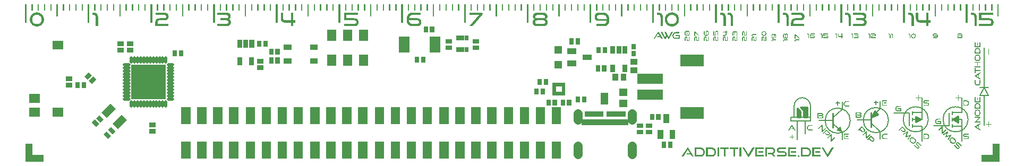
<source format=gts>
G04 Layer: TopSolderMaskLayer*
G04 EasyEDA v6.3.43, 2020-06-04T01:39:48+01:00*
G04 c5e8e4d559e34370b9c9d94393fceecd,c23c5ad5fcdd482d9714491510f6a4f3,10*
G04 Gerber Generator version 0.2*
G04 Scale: 100 percent, Rotated: No, Reflected: No *
G04 Dimensions in millimeters *
G04 leading zeros omitted , absolute positions ,3 integer and 3 decimal *
%FSLAX33Y33*%
%MOMM*%
G90*
G71D02*

%ADD10C,0.254000*%
%ADD63C,0.169926*%
%ADD64C,0.150114*%
%ADD65C,0.101600*%
%ADD68C,0.119888*%
%ADD69C,0.199898*%
%ADD70C,1.403198*%
%ADD71C,0.483210*%

%LPD*%
G54D68*
G01X122079Y4258D02*
G01X122079Y3657D01*
G01X121779Y3957D02*
G01X122379Y3957D01*
G54D10*
G01X123478Y8657D02*
G01X124578Y8657D01*
G01X124578Y7057D01*
G01X123978Y7057D01*
G01X123978Y8158D01*
G01X123478Y8657D01*
G01X122978Y8457D02*
G01X123478Y7957D01*
G01X123478Y7057D01*
G01X122978Y7057D01*
G01X122978Y8457D01*
G54D64*
G01X124278Y6458D02*
G01X124278Y4458D01*
G01X122978Y6458D02*
G01X122978Y3458D01*
G01X124578Y7057D02*
G01X124578Y8657D01*
G01X123478Y8657D01*
G01X123978Y8158D01*
G01X123978Y7057D01*
G01X122978Y7057D02*
G01X122978Y8457D01*
G01X123478Y7957D01*
G01X123478Y7057D01*
G01X125078Y8858D02*
G01X125078Y7057D01*
G01X122478Y7057D02*
G01X122478Y8858D01*
G01X121978Y6458D02*
G01X122978Y6458D01*
G01X124278Y6458D01*
G01X125078Y6458D01*
G01X125078Y7057D01*
G01X124578Y7057D01*
G01X123978Y7057D01*
G01X123478Y7057D01*
G01X122978Y7057D01*
G01X122478Y7057D01*
G01X121978Y7057D01*
G01X121978Y6458D01*
G01X129421Y9006D02*
G01X129421Y9606D01*
G01X129122Y9306D02*
G01X129721Y9306D01*
G54D63*
G01X128621Y7006D02*
G01X130122Y8306D01*
G01X130122Y9506D01*
G01X128621Y6506D02*
G01X126422Y6506D01*
G01X128621Y6006D02*
G01X130122Y4706D01*
G01X130122Y3506D01*
G54D10*
G01X134809Y7084D02*
G01X135309Y8084D01*
G01X135808Y7484D01*
G01X134809Y7084D01*
G54D64*
G01X135509Y9085D02*
G01X135509Y9685D01*
G01X135209Y9385D02*
G01X135808Y9385D01*
G54D63*
G01X134708Y6585D02*
G01X132509Y6585D01*
G01X134708Y6085D02*
G01X136208Y4784D01*
G01X136208Y3585D01*
G01X134708Y6985D02*
G01X136208Y8385D01*
G01X136208Y9584D01*
G54D10*
G01X141859Y7112D02*
G01X142659Y6712D01*
G01X141859Y6311D01*
G01X141859Y7112D01*
G54D64*
G01X142659Y6712D02*
G01X142858Y6712D01*
G01X142858Y7812D01*
G01X141359Y6712D02*
G01X141859Y6712D01*
G01X141859Y7112D02*
G01X141859Y6712D01*
G01X141859Y6311D01*
G01X142659Y6712D01*
G01X141859Y7112D01*
G01X141359Y7812D02*
G01X142858Y7812D01*
G01X142858Y10212D01*
G54D69*
G01X141359Y7512D02*
G01X141359Y7812D01*
G01X141359Y8011D01*
G01X141359Y6462D02*
G01X141359Y6712D01*
G01X141359Y6961D01*
G01X141359Y5412D02*
G01X141359Y5611D01*
G01X141359Y5911D01*
G01X140859Y7711D02*
G01X140859Y5712D01*
G54D64*
G01X140859Y7711D02*
G01X138358Y7711D01*
G01X141359Y5611D02*
G01X142858Y5611D01*
G01X142858Y3211D01*
G01X147709Y5611D02*
G01X149208Y5611D01*
G54D69*
G01X147709Y6462D02*
G01X147709Y6712D01*
G01X147709Y6961D01*
G54D10*
G01X147808Y6712D02*
G01X148609Y7211D01*
G01X148609Y6212D01*
G01X147808Y6712D01*
G54D64*
G01X147709Y7812D02*
G01X149208Y7812D01*
G01X149208Y10212D01*
G01X147808Y6712D02*
G01X148609Y7211D01*
G01X148609Y6712D01*
G01X148609Y6212D01*
G01X147808Y6712D01*
G54D69*
G01X147709Y6712D02*
G01X147808Y6712D01*
G01X147709Y7512D02*
G01X147709Y7812D01*
G01X147709Y8011D01*
G01X147709Y5412D02*
G01X147709Y5611D01*
G01X147709Y5911D01*
G01X147209Y5712D02*
G01X147209Y7711D01*
G54D64*
G01X147209Y5712D02*
G01X144708Y5712D01*
G01X148609Y6712D02*
G01X149208Y6712D01*
G01X149208Y5611D01*
G01X149208Y3211D01*
G54D70*
G01X96649Y7654D02*
G01X96649Y6654D01*
G01X88009Y7654D02*
G01X88009Y6654D01*
G01X88009Y2445D02*
G01X88009Y1145D01*
G01X96649Y2445D02*
G01X96649Y1145D01*
G54D71*
G01X15697Y15449D02*
G01X16417Y15449D01*
G01X15697Y14949D02*
G01X16417Y14949D01*
G01X15697Y14448D02*
G01X16417Y14448D01*
G01X15697Y13948D02*
G01X16417Y13948D01*
G01X15697Y13448D02*
G01X16417Y13448D01*
G01X15697Y12947D02*
G01X16417Y12947D01*
G01X15697Y12449D02*
G01X16417Y12449D01*
G01X15697Y11949D02*
G01X16417Y11949D01*
G01X15697Y11449D02*
G01X16417Y11449D01*
G01X15697Y10948D02*
G01X16417Y10948D01*
G01X15697Y10448D02*
G01X16417Y10448D01*
G01X15697Y9947D02*
G01X16417Y9947D01*
G01X16814Y9540D02*
G01X16814Y8820D01*
G01X17315Y9540D02*
G01X17315Y8820D01*
G01X17815Y9540D02*
G01X17815Y8820D01*
G01X18315Y9540D02*
G01X18315Y8820D01*
G01X18816Y9540D02*
G01X18816Y8820D01*
G01X19316Y9540D02*
G01X19316Y8820D01*
G01X19814Y9540D02*
G01X19814Y8820D01*
G01X20314Y9540D02*
G01X20314Y8820D01*
G01X20815Y9540D02*
G01X20815Y8820D01*
G01X21315Y9540D02*
G01X21315Y8820D01*
G01X21816Y9540D02*
G01X21816Y8820D01*
G01X22316Y9540D02*
G01X22316Y8820D01*
G01X22697Y9963D02*
G01X23417Y9963D01*
G01X22697Y10463D02*
G01X23417Y10463D01*
G01X22697Y10963D02*
G01X23417Y10963D01*
G01X22697Y11464D02*
G01X23417Y11464D01*
G01X22697Y11964D02*
G01X23417Y11964D01*
G01X22697Y12465D02*
G01X23417Y12465D01*
G01X22697Y12962D02*
G01X23417Y12962D01*
G01X22697Y13463D02*
G01X23417Y13463D01*
G01X22697Y13963D02*
G01X23417Y13963D01*
G01X22697Y14464D02*
G01X23417Y14464D01*
G01X22697Y14964D02*
G01X23417Y14964D01*
G01X22697Y15464D02*
G01X23417Y15464D01*
G01X22326Y16540D02*
G01X22326Y15820D01*
G01X21826Y16540D02*
G01X21826Y15820D01*
G01X21325Y16540D02*
G01X21325Y15820D01*
G01X20825Y16540D02*
G01X20825Y15820D01*
G01X20325Y16540D02*
G01X20325Y15820D01*
G01X19824Y16540D02*
G01X19824Y15820D01*
G01X19326Y16540D02*
G01X19326Y15820D01*
G01X18826Y16540D02*
G01X18826Y15820D01*
G01X18326Y16540D02*
G01X18326Y15820D01*
G01X17825Y16540D02*
G01X17825Y15820D01*
G01X17325Y16540D02*
G01X17325Y15820D01*
G01X16824Y16540D02*
G01X16824Y15820D01*
G54D64*
G01X152073Y11756D02*
G01X152772Y11756D01*
G01X153472Y11756D01*
G01X152772Y18157D02*
G01X152772Y11756D01*
G01X152073Y10557D01*
G01X152772Y10557D01*
G01X153472Y10557D01*
G01X152772Y11756D01*
G01X152772Y10557D02*
G01X152772Y5756D01*

%LPD*%
G36*
G01X154170Y23752D02*
G01X151965Y23752D01*
G01X151965Y22518D01*
G01X153601Y22518D01*
G01X153672Y22513D01*
G01X153735Y22500D01*
G01X153789Y22478D01*
G01X153834Y22446D01*
G01X153869Y22407D01*
G01X153895Y22358D01*
G01X153911Y22302D01*
G01X153916Y22236D01*
G01X153911Y22175D01*
G01X153895Y22120D01*
G01X153870Y22071D01*
G01X153835Y22030D01*
G01X153790Y21997D01*
G01X153736Y21972D01*
G01X153673Y21957D01*
G01X153601Y21952D01*
G01X151965Y21952D01*
G01X151965Y21571D01*
G01X153601Y21571D01*
G01X153667Y21573D01*
G01X153730Y21579D01*
G01X153789Y21588D01*
G01X153845Y21601D01*
G01X153897Y21619D01*
G01X153946Y21639D01*
G01X153992Y21663D01*
G01X154034Y21690D01*
G01X154073Y21720D01*
G01X154108Y21752D01*
G01X154140Y21788D01*
G01X154169Y21826D01*
G01X154194Y21867D01*
G01X154216Y21910D01*
G01X154234Y21955D01*
G01X154250Y22003D01*
G01X154261Y22052D01*
G01X154270Y22103D01*
G01X154275Y22156D01*
G01X154277Y22211D01*
G01X154275Y22272D01*
G01X154269Y22330D01*
G01X154261Y22386D01*
G01X154248Y22438D01*
G01X154232Y22487D01*
G01X154213Y22533D01*
G01X154191Y22575D01*
G01X154165Y22614D01*
G01X154135Y22651D01*
G01X154103Y22684D01*
G01X154067Y22714D01*
G01X154028Y22740D01*
G01X153985Y22764D01*
G01X153940Y22784D01*
G01X153891Y22801D01*
G01X153839Y22816D01*
G01X153784Y22826D01*
G01X153726Y22834D01*
G01X153665Y22839D01*
G01X153601Y22841D01*
G01X152359Y22841D01*
G01X152359Y23371D01*
G01X154170Y23371D01*
G01X154170Y23752D01*
G37*

%LPD*%
G36*
G01X150903Y23752D02*
G01X150693Y23752D01*
G01X150693Y23371D01*
G01X150903Y23371D01*
G01X150974Y23366D01*
G01X151035Y23350D01*
G01X151087Y23323D01*
G01X151130Y23286D01*
G01X151164Y23239D01*
G01X151188Y23182D01*
G01X151203Y23115D01*
G01X151208Y23039D01*
G01X151208Y21571D01*
G01X151587Y21571D01*
G01X151587Y23039D01*
G01X151585Y23105D01*
G01X151580Y23168D01*
G01X151570Y23228D01*
G01X151558Y23286D01*
G01X151541Y23340D01*
G01X151522Y23391D01*
G01X151498Y23439D01*
G01X151472Y23484D01*
G01X151442Y23526D01*
G01X151409Y23564D01*
G01X151372Y23599D01*
G01X151333Y23630D01*
G01X151290Y23659D01*
G01X151244Y23683D01*
G01X151195Y23704D01*
G01X151142Y23721D01*
G01X151087Y23735D01*
G01X151029Y23745D01*
G01X150967Y23750D01*
G01X150903Y23752D01*
G37*

%LPD*%

%LPD*%
G36*
G01X142267Y23752D02*
G01X141886Y23752D01*
G01X141886Y22851D01*
G01X141888Y22780D01*
G01X141894Y22714D01*
G01X141904Y22652D01*
G01X141917Y22593D01*
G01X141935Y22538D01*
G01X141956Y22487D01*
G01X141980Y22440D01*
G01X142008Y22397D01*
G01X142039Y22356D01*
G01X142074Y22320D01*
G01X142113Y22288D01*
G01X142155Y22259D01*
G01X142200Y22233D01*
G01X142248Y22212D01*
G01X142300Y22193D01*
G01X142355Y22179D01*
G01X142413Y22167D01*
G01X142474Y22159D01*
G01X142538Y22154D01*
G01X142605Y22152D01*
G01X143507Y22152D01*
G01X143507Y21571D01*
G01X143888Y21571D01*
G01X143888Y22152D01*
G01X144203Y22152D01*
G01X144203Y22518D01*
G01X143888Y22518D01*
G01X143888Y23752D01*
G01X143507Y23752D01*
G01X143507Y22518D01*
G01X142605Y22518D01*
G01X142525Y22522D01*
G01X142456Y22535D01*
G01X142398Y22558D01*
G01X142351Y22592D01*
G01X142314Y22637D01*
G01X142288Y22696D01*
G01X142273Y22768D01*
G01X142267Y22856D01*
G01X142267Y23752D01*
G37*

%LPD*%
G36*
G01X140870Y23752D02*
G01X140660Y23752D01*
G01X140660Y23371D01*
G01X140870Y23371D01*
G01X140941Y23366D01*
G01X141002Y23350D01*
G01X141054Y23323D01*
G01X141097Y23286D01*
G01X141131Y23239D01*
G01X141155Y23182D01*
G01X141170Y23115D01*
G01X141175Y23039D01*
G01X141175Y21571D01*
G01X141554Y21571D01*
G01X141554Y23039D01*
G01X141552Y23105D01*
G01X141547Y23168D01*
G01X141537Y23228D01*
G01X141525Y23286D01*
G01X141508Y23340D01*
G01X141489Y23391D01*
G01X141465Y23439D01*
G01X141439Y23484D01*
G01X141409Y23526D01*
G01X141376Y23564D01*
G01X141339Y23599D01*
G01X141300Y23630D01*
G01X141257Y23659D01*
G01X141211Y23683D01*
G01X141162Y23704D01*
G01X141109Y23721D01*
G01X141054Y23735D01*
G01X140996Y23745D01*
G01X140934Y23750D01*
G01X140870Y23752D01*
G37*

%LPD*%

%LPD*%
G36*
G01X133301Y23752D02*
G01X131859Y23752D01*
G01X131859Y23374D01*
G01X133225Y23374D01*
G01X133314Y23370D01*
G01X133393Y23360D01*
G01X133460Y23341D01*
G01X133516Y23314D01*
G01X133560Y23278D01*
G01X133593Y23231D01*
G01X133612Y23174D01*
G01X133619Y23105D01*
G01X133614Y23039D01*
G01X133599Y22983D01*
G01X133575Y22938D01*
G01X133541Y22901D01*
G01X133497Y22874D01*
G01X133442Y22855D01*
G01X133377Y22844D01*
G01X133301Y22841D01*
G01X132364Y22841D01*
G01X132364Y22518D01*
G01X133327Y22518D01*
G01X133402Y22513D01*
G01X133468Y22500D01*
G01X133525Y22477D01*
G01X133572Y22446D01*
G01X133609Y22406D01*
G01X133636Y22358D01*
G01X133651Y22303D01*
G01X133657Y22239D01*
G01X133649Y22172D01*
G01X133627Y22115D01*
G01X133591Y22065D01*
G01X133543Y22025D01*
G01X133484Y21993D01*
G01X133415Y21970D01*
G01X133336Y21956D01*
G01X133250Y21952D01*
G01X131848Y21952D01*
G01X131848Y21571D01*
G01X133342Y21571D01*
G01X133405Y21573D01*
G01X133465Y21578D01*
G01X133523Y21588D01*
G01X133579Y21601D01*
G01X133632Y21618D01*
G01X133682Y21638D01*
G01X133729Y21662D01*
G01X133774Y21689D01*
G01X133815Y21719D01*
G01X133854Y21752D01*
G01X133889Y21788D01*
G01X133920Y21827D01*
G01X133949Y21869D01*
G01X133974Y21913D01*
G01X133996Y21961D01*
G01X134013Y22010D01*
G01X134027Y22062D01*
G01X134037Y22116D01*
G01X134043Y22172D01*
G01X134045Y22231D01*
G01X134042Y22293D01*
G01X134034Y22351D01*
G01X134020Y22406D01*
G01X134001Y22457D01*
G01X133977Y22505D01*
G01X133948Y22549D01*
G01X133916Y22589D01*
G01X133879Y22624D01*
G01X133840Y22656D01*
G01X133797Y22683D01*
G01X133751Y22705D01*
G01X133703Y22724D01*
G01X133743Y22738D01*
G01X133781Y22757D01*
G01X133818Y22779D01*
G01X133852Y22805D01*
G01X133884Y22836D01*
G01X133913Y22871D01*
G01X133939Y22911D01*
G01X133961Y22956D01*
G01X133978Y23006D01*
G01X133992Y23061D01*
G01X134000Y23122D01*
G01X134002Y23188D01*
G01X133999Y23256D01*
G01X133990Y23319D01*
G01X133974Y23378D01*
G01X133952Y23433D01*
G01X133925Y23484D01*
G01X133892Y23530D01*
G01X133853Y23572D01*
G01X133810Y23610D01*
G01X133761Y23643D01*
G01X133708Y23672D01*
G01X133651Y23696D01*
G01X133589Y23716D01*
G01X133523Y23732D01*
G01X133453Y23743D01*
G01X133378Y23750D01*
G01X133301Y23752D01*
G37*

%LPD*%
G36*
G01X130837Y23752D02*
G01X130627Y23752D01*
G01X130627Y23371D01*
G01X130837Y23371D01*
G01X130908Y23366D01*
G01X130969Y23350D01*
G01X131021Y23323D01*
G01X131064Y23286D01*
G01X131098Y23239D01*
G01X131122Y23182D01*
G01X131137Y23115D01*
G01X131142Y23039D01*
G01X131142Y21571D01*
G01X131521Y21571D01*
G01X131521Y23039D01*
G01X131519Y23105D01*
G01X131514Y23168D01*
G01X131504Y23228D01*
G01X131492Y23286D01*
G01X131475Y23340D01*
G01X131456Y23391D01*
G01X131432Y23439D01*
G01X131406Y23484D01*
G01X131376Y23526D01*
G01X131343Y23564D01*
G01X131306Y23599D01*
G01X131267Y23630D01*
G01X131224Y23659D01*
G01X131178Y23683D01*
G01X131129Y23704D01*
G01X131076Y23721D01*
G01X131021Y23735D01*
G01X130963Y23745D01*
G01X130901Y23750D01*
G01X130837Y23752D01*
G37*

%LPD*%

%LPD*%
G36*
G01X123454Y23752D02*
G01X122011Y23752D01*
G01X122011Y23371D01*
G01X123454Y23371D01*
G01X123515Y23367D01*
G01X123570Y23353D01*
G01X123617Y23331D01*
G01X123657Y23300D01*
G01X123688Y23262D01*
G01X123712Y23216D01*
G01X123726Y23164D01*
G01X123731Y23105D01*
G01X123725Y23046D01*
G01X123711Y22994D01*
G01X123686Y22949D01*
G01X123654Y22911D01*
G01X123614Y22881D01*
G01X123566Y22859D01*
G01X123513Y22845D01*
G01X123454Y22841D01*
G01X122666Y22841D01*
G01X122602Y22839D01*
G01X122541Y22834D01*
G01X122482Y22826D01*
G01X122428Y22816D01*
G01X122376Y22801D01*
G01X122327Y22784D01*
G01X122282Y22764D01*
G01X122240Y22740D01*
G01X122200Y22714D01*
G01X122165Y22684D01*
G01X122132Y22651D01*
G01X122103Y22614D01*
G01X122078Y22575D01*
G01X122056Y22533D01*
G01X122036Y22487D01*
G01X122021Y22438D01*
G01X122009Y22386D01*
G01X122000Y22330D01*
G01X121995Y22272D01*
G01X121993Y22211D01*
G01X121993Y21571D01*
G01X124089Y21571D01*
G01X124089Y21952D01*
G01X122354Y21952D01*
G01X122354Y22236D01*
G01X122359Y22302D01*
G01X122374Y22358D01*
G01X122399Y22407D01*
G01X122433Y22446D01*
G01X122477Y22478D01*
G01X122531Y22500D01*
G01X122594Y22513D01*
G01X122666Y22518D01*
G01X123459Y22518D01*
G01X123534Y22521D01*
G01X123606Y22530D01*
G01X123674Y22544D01*
G01X123738Y22565D01*
G01X123797Y22590D01*
G01X123851Y22620D01*
G01X123901Y22655D01*
G01X123947Y22694D01*
G01X123987Y22737D01*
G01X124023Y22785D01*
G01X124053Y22836D01*
G01X124079Y22891D01*
G01X124098Y22949D01*
G01X124113Y23010D01*
G01X124121Y23074D01*
G01X124124Y23140D01*
G01X124122Y23205D01*
G01X124113Y23267D01*
G01X124099Y23327D01*
G01X124080Y23384D01*
G01X124056Y23437D01*
G01X124026Y23488D01*
G01X123991Y23535D01*
G01X123951Y23578D01*
G01X123906Y23617D01*
G01X123855Y23651D01*
G01X123801Y23681D01*
G01X123741Y23706D01*
G01X123676Y23726D01*
G01X123607Y23741D01*
G01X123532Y23749D01*
G01X123454Y23752D01*
G37*

%LPD*%
G36*
G01X120931Y23752D02*
G01X120721Y23752D01*
G01X120721Y23371D01*
G01X120931Y23371D01*
G01X121002Y23366D01*
G01X121063Y23350D01*
G01X121115Y23323D01*
G01X121158Y23286D01*
G01X121192Y23239D01*
G01X121216Y23182D01*
G01X121231Y23115D01*
G01X121236Y23039D01*
G01X121236Y21571D01*
G01X121615Y21571D01*
G01X121615Y23039D01*
G01X121613Y23105D01*
G01X121608Y23168D01*
G01X121598Y23228D01*
G01X121586Y23286D01*
G01X121569Y23340D01*
G01X121550Y23391D01*
G01X121526Y23439D01*
G01X121500Y23484D01*
G01X121470Y23526D01*
G01X121437Y23564D01*
G01X121400Y23599D01*
G01X121361Y23630D01*
G01X121318Y23659D01*
G01X121272Y23683D01*
G01X121223Y23704D01*
G01X121170Y23721D01*
G01X121115Y23735D01*
G01X121057Y23745D01*
G01X120995Y23750D01*
G01X120931Y23752D01*
G37*

%LPD*%

%LPD*%
G36*
G01X112054Y23752D02*
G01X111843Y23752D01*
G01X111843Y23371D01*
G01X112054Y23371D01*
G01X112124Y23366D01*
G01X112185Y23350D01*
G01X112238Y23323D01*
G01X112281Y23286D01*
G01X112315Y23239D01*
G01X112339Y23182D01*
G01X112354Y23115D01*
G01X112359Y23039D01*
G01X112359Y21571D01*
G01X112737Y21571D01*
G01X112737Y23039D01*
G01X112735Y23105D01*
G01X112730Y23168D01*
G01X112721Y23228D01*
G01X112708Y23286D01*
G01X112692Y23340D01*
G01X112672Y23391D01*
G01X112649Y23439D01*
G01X112623Y23484D01*
G01X112593Y23526D01*
G01X112560Y23564D01*
G01X112523Y23599D01*
G01X112483Y23630D01*
G01X112440Y23659D01*
G01X112395Y23683D01*
G01X112345Y23704D01*
G01X112293Y23721D01*
G01X112238Y23735D01*
G01X112180Y23745D01*
G01X112118Y23750D01*
G01X112054Y23752D01*
G37*

%LPD*%
G36*
G01X110898Y23752D02*
G01X110688Y23752D01*
G01X110688Y23371D01*
G01X110898Y23371D01*
G01X110969Y23366D01*
G01X111030Y23350D01*
G01X111082Y23323D01*
G01X111125Y23286D01*
G01X111159Y23239D01*
G01X111183Y23182D01*
G01X111198Y23115D01*
G01X111203Y23039D01*
G01X111203Y21571D01*
G01X111582Y21571D01*
G01X111582Y23039D01*
G01X111580Y23105D01*
G01X111575Y23168D01*
G01X111565Y23228D01*
G01X111553Y23286D01*
G01X111536Y23340D01*
G01X111517Y23391D01*
G01X111493Y23439D01*
G01X111467Y23484D01*
G01X111437Y23526D01*
G01X111404Y23564D01*
G01X111367Y23599D01*
G01X111328Y23630D01*
G01X111285Y23659D01*
G01X111239Y23683D01*
G01X111190Y23704D01*
G01X111137Y23721D01*
G01X111082Y23735D01*
G01X111024Y23745D01*
G01X110962Y23750D01*
G01X110898Y23752D01*
G37*

%LPD*%

%LPD*%
G36*
G01X100865Y23752D02*
G01X100655Y23752D01*
G01X100655Y23371D01*
G01X100865Y23371D01*
G01X100936Y23366D01*
G01X100997Y23350D01*
G01X101049Y23323D01*
G01X101092Y23286D01*
G01X101126Y23239D01*
G01X101150Y23182D01*
G01X101165Y23115D01*
G01X101170Y23039D01*
G01X101170Y21571D01*
G01X101549Y21571D01*
G01X101549Y23039D01*
G01X101547Y23105D01*
G01X101542Y23168D01*
G01X101532Y23228D01*
G01X101520Y23286D01*
G01X101503Y23340D01*
G01X101484Y23391D01*
G01X101460Y23439D01*
G01X101434Y23484D01*
G01X101404Y23526D01*
G01X101371Y23564D01*
G01X101334Y23599D01*
G01X101295Y23630D01*
G01X101252Y23659D01*
G01X101206Y23683D01*
G01X101157Y23704D01*
G01X101104Y23721D01*
G01X101049Y23735D01*
G01X100991Y23745D01*
G01X100929Y23750D01*
G01X100865Y23752D01*
G37*

%LPD*%
G36*
G01X103055Y23776D02*
G01X102997Y23778D01*
G01X102937Y23776D01*
G01X102878Y23773D01*
G01X102821Y23766D01*
G01X102764Y23757D01*
G01X102708Y23745D01*
G01X102654Y23732D01*
G01X102601Y23715D01*
G01X102549Y23696D01*
G01X102499Y23676D01*
G01X102450Y23653D01*
G01X102403Y23627D01*
G01X102357Y23600D01*
G01X102313Y23570D01*
G01X102270Y23539D01*
G01X102229Y23506D01*
G01X102190Y23470D01*
G01X102153Y23433D01*
G01X102118Y23394D01*
G01X102085Y23353D01*
G01X102053Y23311D01*
G01X102024Y23266D01*
G01X101997Y23220D01*
G01X101973Y23173D01*
G01X101951Y23124D01*
G01X101931Y23074D01*
G01X101913Y23022D01*
G01X101898Y22969D01*
G01X101886Y22914D01*
G01X101876Y22858D01*
G01X101869Y22801D01*
G01X101865Y22742D01*
G01X101864Y22683D01*
G01X101865Y22624D01*
G01X101869Y22566D01*
G01X101876Y22508D01*
G01X101886Y22452D01*
G01X101898Y22397D01*
G01X101913Y22342D01*
G01X101931Y22289D01*
G01X101951Y22237D01*
G01X101973Y22186D01*
G01X101997Y22137D01*
G01X102024Y22089D01*
G01X102053Y22043D01*
G01X102085Y21998D01*
G01X102118Y21956D01*
G01X102153Y21914D01*
G01X102190Y21875D01*
G01X102229Y21837D01*
G01X102270Y21801D01*
G01X102313Y21768D01*
G01X102357Y21736D01*
G01X102403Y21707D01*
G01X102450Y21679D01*
G01X102499Y21654D01*
G01X102549Y21631D01*
G01X102601Y21611D01*
G01X102654Y21593D01*
G01X102708Y21578D01*
G01X102764Y21565D01*
G01X102821Y21556D01*
G01X102878Y21548D01*
G01X102937Y21544D01*
G01X102997Y21543D01*
G01X103055Y21544D01*
G01X103114Y21548D01*
G01X103171Y21556D01*
G01X103227Y21565D01*
G01X103283Y21578D01*
G01X103337Y21593D01*
G01X103390Y21611D01*
G01X103441Y21631D01*
G01X103491Y21654D01*
G01X103540Y21679D01*
G01X103587Y21707D01*
G01X103633Y21736D01*
G01X103677Y21768D01*
G01X103720Y21801D01*
G01X103761Y21837D01*
G01X103800Y21875D01*
G01X103837Y21914D01*
G01X103872Y21956D01*
G01X103905Y21998D01*
G01X103937Y22043D01*
G01X103966Y22089D01*
G01X103993Y22137D01*
G01X104017Y22186D01*
G01X104039Y22237D01*
G01X104059Y22289D01*
G01X104077Y22342D01*
G01X104092Y22397D01*
G01X104104Y22452D01*
G01X104114Y22508D01*
G01X104121Y22566D01*
G01X104125Y22624D01*
G01X104127Y22683D01*
G01X104125Y22742D01*
G01X104121Y22801D01*
G01X104114Y22858D01*
G01X104104Y22914D01*
G01X104092Y22969D01*
G01X104077Y23022D01*
G01X104059Y23074D01*
G01X104039Y23124D01*
G01X104017Y23173D01*
G01X103993Y23220D01*
G01X103966Y23266D01*
G01X103937Y23311D01*
G01X103905Y23353D01*
G01X103872Y23394D01*
G01X103837Y23433D01*
G01X103800Y23470D01*
G01X103761Y23506D01*
G01X103720Y23539D01*
G01X103677Y23570D01*
G01X103633Y23600D01*
G01X103587Y23627D01*
G01X103540Y23653D01*
G01X103491Y23676D01*
G01X103441Y23696D01*
G01X103390Y23715D01*
G01X103337Y23732D01*
G01X103283Y23745D01*
G01X103227Y23757D01*
G01X103171Y23766D01*
G01X103114Y23773D01*
G01X103055Y23776D01*
G37*

%LPC*%
G36*
G01X103066Y23392D02*
G01X102997Y23394D01*
G01X102926Y23392D01*
G01X102859Y23385D01*
G01X102795Y23374D01*
G01X102734Y23359D01*
G01X102676Y23339D01*
G01X102623Y23316D01*
G01X102572Y23289D01*
G01X102525Y23258D01*
G01X102481Y23224D01*
G01X102441Y23187D01*
G01X102404Y23146D01*
G01X102371Y23103D01*
G01X102342Y23056D01*
G01X102316Y23008D01*
G01X102294Y22956D01*
G01X102277Y22902D01*
G01X102263Y22846D01*
G01X102253Y22788D01*
G01X102247Y22727D01*
G01X102245Y22665D01*
G01X102247Y22603D01*
G01X102253Y22543D01*
G01X102263Y22484D01*
G01X102277Y22427D01*
G01X102294Y22373D01*
G01X102316Y22320D01*
G01X102342Y22271D01*
G01X102371Y22223D01*
G01X102404Y22179D01*
G01X102440Y22137D01*
G01X102480Y22099D01*
G01X102524Y22064D01*
G01X102570Y22032D01*
G01X102621Y22004D01*
G01X102674Y21980D01*
G01X102731Y21961D01*
G01X102792Y21944D01*
G01X102855Y21933D01*
G01X102922Y21926D01*
G01X102991Y21924D01*
G01X103062Y21926D01*
G01X103129Y21933D01*
G01X103193Y21944D01*
G01X103254Y21961D01*
G01X103311Y21980D01*
G01X103365Y22004D01*
G01X103416Y22032D01*
G01X103463Y22064D01*
G01X103507Y22099D01*
G01X103547Y22137D01*
G01X103584Y22179D01*
G01X103617Y22223D01*
G01X103646Y22271D01*
G01X103672Y22320D01*
G01X103693Y22373D01*
G01X103711Y22427D01*
G01X103725Y22484D01*
G01X103735Y22543D01*
G01X103741Y22603D01*
G01X103743Y22665D01*
G01X103741Y22727D01*
G01X103735Y22788D01*
G01X103725Y22846D01*
G01X103711Y22902D01*
G01X103693Y22956D01*
G01X103671Y23008D01*
G01X103646Y23056D01*
G01X103616Y23103D01*
G01X103584Y23146D01*
G01X103547Y23187D01*
G01X103507Y23224D01*
G01X103463Y23258D01*
G01X103417Y23289D01*
G01X103366Y23316D01*
G01X103312Y23339D01*
G01X103256Y23359D01*
G01X103196Y23374D01*
G01X103132Y23385D01*
G01X103066Y23392D01*
G37*

%LPD*%

%LPD*%
G36*
G01X92019Y23752D02*
G01X91307Y23752D01*
G01X91250Y23750D01*
G01X91195Y23744D01*
G01X91143Y23733D01*
G01X91093Y23719D01*
G01X91045Y23700D01*
G01X91000Y23678D01*
G01X90957Y23653D01*
G01X90918Y23624D01*
G01X90881Y23592D01*
G01X90847Y23557D01*
G01X90816Y23519D01*
G01X90787Y23478D01*
G01X90762Y23435D01*
G01X90740Y23389D01*
G01X90721Y23341D01*
G01X90706Y23291D01*
G01X90693Y23238D01*
G01X90685Y23184D01*
G01X90680Y23129D01*
G01X90678Y23072D01*
G01X90679Y23006D01*
G01X90685Y22944D01*
G01X90693Y22886D01*
G01X90705Y22831D01*
G01X90720Y22781D01*
G01X90738Y22733D01*
G01X90760Y22690D01*
G01X90785Y22650D01*
G01X90813Y22614D01*
G01X90844Y22581D01*
G01X90878Y22551D01*
G01X90915Y22525D01*
G01X90954Y22502D01*
G01X90997Y22482D01*
G01X91042Y22466D01*
G01X91090Y22452D01*
G01X91140Y22442D01*
G01X91194Y22435D01*
G01X91249Y22431D01*
G01X91307Y22429D01*
G01X92608Y22429D01*
G01X92595Y22369D01*
G01X92579Y22312D01*
G01X92560Y22260D01*
G01X92537Y22213D01*
G01X92511Y22170D01*
G01X92481Y22131D01*
G01X92449Y22096D01*
G01X92413Y22064D01*
G01X92374Y22037D01*
G01X92333Y22014D01*
G01X92287Y21995D01*
G01X92240Y21979D01*
G01X92189Y21967D01*
G01X92135Y21958D01*
G01X92078Y21953D01*
G01X92019Y21952D01*
G01X90921Y21952D01*
G01X90921Y21571D01*
G01X92019Y21571D01*
G01X92083Y21572D01*
G01X92146Y21576D01*
G01X92207Y21582D01*
G01X92266Y21591D01*
G01X92323Y21602D01*
G01X92378Y21616D01*
G01X92431Y21633D01*
G01X92482Y21652D01*
G01X92531Y21674D01*
G01X92578Y21699D01*
G01X92622Y21726D01*
G01X92664Y21757D01*
G01X92704Y21790D01*
G01X92742Y21826D01*
G01X92778Y21865D01*
G01X92811Y21906D01*
G01X92841Y21950D01*
G01X92869Y21998D01*
G01X92895Y22048D01*
G01X92918Y22101D01*
G01X92939Y22158D01*
G01X92956Y22217D01*
G01X92972Y22279D01*
G01X92984Y22345D01*
G01X92994Y22413D01*
G01X93001Y22485D01*
G01X93005Y22560D01*
G01X93007Y22637D01*
G01X93005Y22716D01*
G01X93001Y22792D01*
G01X92994Y22865D01*
G01X92984Y22935D01*
G01X92972Y23002D01*
G01X92956Y23067D01*
G01X92939Y23128D01*
G01X92918Y23186D01*
G01X92895Y23241D01*
G01X92869Y23294D01*
G01X92841Y23344D01*
G01X92811Y23391D01*
G01X92778Y23435D01*
G01X92742Y23476D01*
G01X92704Y23514D01*
G01X92664Y23550D01*
G01X92622Y23582D01*
G01X92578Y23612D01*
G01X92531Y23639D01*
G01X92482Y23662D01*
G01X92431Y23683D01*
G01X92378Y23702D01*
G01X92323Y23717D01*
G01X92266Y23730D01*
G01X92207Y23740D01*
G01X92146Y23747D01*
G01X92083Y23751D01*
G01X92019Y23752D01*
G37*

%LPC*%
G36*
G01X92019Y23366D02*
G01X91368Y23366D01*
G01X91301Y23361D01*
G01X91241Y23345D01*
G01X91190Y23320D01*
G01X91145Y23284D01*
G01X91110Y23240D01*
G01X91085Y23185D01*
G01X91069Y23121D01*
G01X91064Y23049D01*
G01X91069Y22977D01*
G01X91084Y22915D01*
G01X91110Y22863D01*
G01X91144Y22821D01*
G01X91188Y22788D01*
G01X91240Y22765D01*
G01X91301Y22751D01*
G01X91368Y22747D01*
G01X92623Y22747D01*
G01X92616Y22824D01*
G01X92605Y22896D01*
G01X92590Y22963D01*
G01X92570Y23024D01*
G01X92546Y23080D01*
G01X92518Y23131D01*
G01X92485Y23177D01*
G01X92449Y23217D01*
G01X92409Y23253D01*
G01X92365Y23283D01*
G01X92317Y23309D01*
G01X92265Y23330D01*
G01X92209Y23346D01*
G01X92149Y23357D01*
G01X92086Y23364D01*
G01X92019Y23366D01*
G37*

%LPD*%

%LPD*%
G36*
G01X72577Y23752D02*
G01X70744Y23752D01*
G01X70744Y23371D01*
G01X72252Y23371D01*
G01X70761Y21571D01*
G01X71257Y21571D01*
G01X72745Y23392D01*
G01X72781Y23442D01*
G01X72803Y23487D01*
G01X72813Y23529D01*
G01X72816Y23572D01*
G01X72803Y23642D01*
G01X72761Y23699D01*
G01X72687Y23738D01*
G01X72577Y23752D01*
G37*

%LPD*%

%LPD*%
G36*
G01X62946Y23752D02*
G01X61694Y23752D01*
G01X61629Y23751D01*
G01X61566Y23747D01*
G01X61505Y23741D01*
G01X61445Y23732D01*
G01X61388Y23721D01*
G01X61333Y23707D01*
G01X61280Y23690D01*
G01X61229Y23671D01*
G01X61180Y23648D01*
G01X61133Y23624D01*
G01X61089Y23596D01*
G01X61046Y23566D01*
G01X61007Y23533D01*
G01X60969Y23497D01*
G01X60934Y23458D01*
G01X60901Y23417D01*
G01X60871Y23372D01*
G01X60842Y23324D01*
G01X60817Y23274D01*
G01X60794Y23220D01*
G01X60774Y23164D01*
G01X60756Y23105D01*
G01X60741Y23042D01*
G01X60728Y22977D01*
G01X60718Y22908D01*
G01X60711Y22836D01*
G01X60707Y22761D01*
G01X60706Y22683D01*
G01X60707Y22604D01*
G01X60711Y22529D01*
G01X60718Y22456D01*
G01X60728Y22386D01*
G01X60741Y22319D01*
G01X60756Y22255D01*
G01X60774Y22194D01*
G01X60794Y22136D01*
G01X60817Y22081D01*
G01X60842Y22028D01*
G01X60871Y21978D01*
G01X60901Y21932D01*
G01X60934Y21888D01*
G01X60969Y21847D01*
G01X61007Y21809D01*
G01X61046Y21773D01*
G01X61089Y21741D01*
G01X61133Y21711D01*
G01X61180Y21684D01*
G01X61229Y21660D01*
G01X61280Y21639D01*
G01X61333Y21621D01*
G01X61388Y21606D01*
G01X61445Y21593D01*
G01X61505Y21583D01*
G01X61566Y21576D01*
G01X61629Y21572D01*
G01X61694Y21571D01*
G01X62372Y21571D01*
G01X62432Y21573D01*
G01X62490Y21578D01*
G01X62546Y21586D01*
G01X62599Y21599D01*
G01X62649Y21614D01*
G01X62696Y21633D01*
G01X62741Y21656D01*
G01X62783Y21682D01*
G01X62822Y21711D01*
G01X62857Y21743D01*
G01X62890Y21778D01*
G01X62920Y21817D01*
G01X62946Y21859D01*
G01X62969Y21903D01*
G01X62989Y21951D01*
G01X63005Y22002D01*
G01X63018Y22055D01*
G01X63027Y22112D01*
G01X63033Y22171D01*
G01X63035Y22233D01*
G01X63033Y22294D01*
G01X63028Y22352D01*
G01X63018Y22407D01*
G01X63006Y22458D01*
G01X62989Y22506D01*
G01X62970Y22550D01*
G01X62947Y22591D01*
G01X62921Y22629D01*
G01X62892Y22664D01*
G01X62859Y22695D01*
G01X62824Y22724D01*
G01X62785Y22749D01*
G01X62743Y22771D01*
G01X62699Y22791D01*
G01X62651Y22807D01*
G01X62601Y22820D01*
G01X62548Y22830D01*
G01X62492Y22837D01*
G01X62433Y22842D01*
G01X62372Y22843D01*
G01X61094Y22843D01*
G01X61105Y22910D01*
G01X61120Y22972D01*
G01X61138Y23028D01*
G01X61160Y23081D01*
G01X61186Y23129D01*
G01X61215Y23172D01*
G01X61247Y23211D01*
G01X61284Y23245D01*
G01X61323Y23275D01*
G01X61366Y23301D01*
G01X61412Y23323D01*
G01X61462Y23340D01*
G01X61515Y23354D01*
G01X61571Y23364D01*
G01X61631Y23369D01*
G01X61694Y23371D01*
G01X62946Y23371D01*
G01X62946Y23752D01*
G37*

%LPC*%
G36*
G01X62336Y22518D02*
G01X61092Y22518D01*
G01X61101Y22447D01*
G01X61114Y22381D01*
G01X61131Y22320D01*
G01X61152Y22264D01*
G01X61177Y22213D01*
G01X61206Y22167D01*
G01X61238Y22125D01*
G01X61274Y22088D01*
G01X61315Y22056D01*
G01X61358Y22028D01*
G01X61405Y22004D01*
G01X61456Y21985D01*
G01X61510Y21970D01*
G01X61568Y21960D01*
G01X61629Y21954D01*
G01X61694Y21952D01*
G01X62336Y21952D01*
G01X62412Y21957D01*
G01X62479Y21971D01*
G01X62536Y21996D01*
G01X62584Y22030D01*
G01X62621Y22072D01*
G01X62647Y22123D01*
G01X62663Y22182D01*
G01X62669Y22249D01*
G01X62663Y22312D01*
G01X62648Y22367D01*
G01X62621Y22413D01*
G01X62585Y22451D01*
G01X62537Y22480D01*
G01X62480Y22501D01*
G01X62413Y22514D01*
G01X62336Y22518D01*
G37*

%LPD*%

%LPD*%
G36*
G01X52941Y23752D02*
G01X50733Y23752D01*
G01X50733Y22518D01*
G01X52369Y22518D01*
G01X52440Y22513D01*
G01X52503Y22500D01*
G01X52557Y22478D01*
G01X52602Y22446D01*
G01X52637Y22407D01*
G01X52663Y22358D01*
G01X52679Y22301D01*
G01X52684Y22236D01*
G01X52679Y22175D01*
G01X52664Y22120D01*
G01X52638Y22071D01*
G01X52603Y22030D01*
G01X52558Y21997D01*
G01X52504Y21972D01*
G01X52441Y21957D01*
G01X52369Y21952D01*
G01X50733Y21952D01*
G01X50733Y21571D01*
G01X52369Y21571D01*
G01X52435Y21573D01*
G01X52498Y21578D01*
G01X52557Y21588D01*
G01X52613Y21602D01*
G01X52666Y21619D01*
G01X52715Y21639D01*
G01X52760Y21663D01*
G01X52802Y21690D01*
G01X52841Y21720D01*
G01X52877Y21752D01*
G01X52909Y21788D01*
G01X52937Y21826D01*
G01X52962Y21867D01*
G01X52984Y21910D01*
G01X53003Y21955D01*
G01X53018Y22003D01*
G01X53030Y22052D01*
G01X53038Y22103D01*
G01X53043Y22156D01*
G01X53045Y22211D01*
G01X53043Y22272D01*
G01X53038Y22331D01*
G01X53029Y22386D01*
G01X53017Y22438D01*
G01X53001Y22487D01*
G01X52982Y22533D01*
G01X52959Y22575D01*
G01X52934Y22614D01*
G01X52904Y22651D01*
G01X52872Y22684D01*
G01X52836Y22714D01*
G01X52797Y22740D01*
G01X52755Y22764D01*
G01X52709Y22784D01*
G01X52660Y22801D01*
G01X52608Y22815D01*
G01X52553Y22826D01*
G01X52495Y22834D01*
G01X52434Y22839D01*
G01X52369Y22841D01*
G01X51127Y22841D01*
G01X51127Y23371D01*
G01X52941Y23371D01*
G01X52941Y23752D01*
G37*

%LPD*%

%LPD*%
G36*
G01X41038Y23752D02*
G01X40657Y23752D01*
G01X40657Y22851D01*
G01X40659Y22780D01*
G01X40665Y22714D01*
G01X40675Y22651D01*
G01X40688Y22593D01*
G01X40705Y22538D01*
G01X40726Y22487D01*
G01X40750Y22440D01*
G01X40778Y22396D01*
G01X40809Y22357D01*
G01X40844Y22320D01*
G01X40882Y22288D01*
G01X40924Y22259D01*
G01X40969Y22234D01*
G01X41017Y22212D01*
G01X41069Y22193D01*
G01X41124Y22178D01*
G01X41181Y22167D01*
G01X41242Y22159D01*
G01X41306Y22154D01*
G01X41374Y22152D01*
G01X42275Y22152D01*
G01X42275Y21571D01*
G01X42656Y21571D01*
G01X42656Y22152D01*
G01X42974Y22152D01*
G01X42974Y22518D01*
G01X42656Y22518D01*
G01X42656Y23752D01*
G01X42275Y23752D01*
G01X42275Y22518D01*
G01X41374Y22518D01*
G01X41294Y22522D01*
G01X41225Y22535D01*
G01X41167Y22558D01*
G01X41120Y22592D01*
G01X41084Y22637D01*
G01X41059Y22696D01*
G01X41043Y22768D01*
G01X41038Y22856D01*
G01X41038Y23752D01*
G37*

%LPD*%

%LPD*%
G36*
G01X31943Y23752D02*
G01X30500Y23752D01*
G01X30500Y23374D01*
G01X31866Y23374D01*
G01X31956Y23371D01*
G01X32035Y23360D01*
G01X32103Y23342D01*
G01X32158Y23315D01*
G01X32202Y23278D01*
G01X32234Y23231D01*
G01X32254Y23174D01*
G01X32260Y23105D01*
G01X32255Y23039D01*
G01X32241Y22983D01*
G01X32217Y22937D01*
G01X32182Y22901D01*
G01X32138Y22874D01*
G01X32083Y22855D01*
G01X32018Y22844D01*
G01X31943Y22841D01*
G01X31005Y22841D01*
G01X31005Y22518D01*
G01X31970Y22518D01*
G01X32045Y22513D01*
G01X32111Y22500D01*
G01X32168Y22477D01*
G01X32215Y22446D01*
G01X32252Y22406D01*
G01X32279Y22358D01*
G01X32295Y22302D01*
G01X32301Y22239D01*
G01X32293Y22172D01*
G01X32270Y22114D01*
G01X32234Y22065D01*
G01X32186Y22025D01*
G01X32126Y21993D01*
G01X32056Y21970D01*
G01X31978Y21956D01*
G01X31892Y21952D01*
G01X30490Y21952D01*
G01X30490Y21571D01*
G01X31986Y21571D01*
G01X32048Y21572D01*
G01X32108Y21578D01*
G01X32166Y21588D01*
G01X32222Y21601D01*
G01X32274Y21618D01*
G01X32324Y21638D01*
G01X32371Y21662D01*
G01X32416Y21689D01*
G01X32457Y21719D01*
G01X32495Y21752D01*
G01X32530Y21788D01*
G01X32562Y21827D01*
G01X32591Y21869D01*
G01X32616Y21914D01*
G01X32637Y21961D01*
G01X32655Y22010D01*
G01X32669Y22062D01*
G01X32679Y22116D01*
G01X32685Y22172D01*
G01X32687Y22231D01*
G01X32684Y22293D01*
G01X32675Y22351D01*
G01X32661Y22406D01*
G01X32642Y22457D01*
G01X32618Y22505D01*
G01X32590Y22549D01*
G01X32557Y22588D01*
G01X32521Y22624D01*
G01X32481Y22656D01*
G01X32438Y22683D01*
G01X32392Y22705D01*
G01X32344Y22724D01*
G01X32384Y22738D01*
G01X32423Y22757D01*
G01X32459Y22779D01*
G01X32494Y22805D01*
G01X32526Y22836D01*
G01X32555Y22871D01*
G01X32580Y22911D01*
G01X32602Y22956D01*
G01X32620Y23006D01*
G01X32633Y23061D01*
G01X32641Y23122D01*
G01X32644Y23188D01*
G01X32640Y23256D01*
G01X32631Y23319D01*
G01X32615Y23378D01*
G01X32594Y23433D01*
G01X32566Y23484D01*
G01X32534Y23530D01*
G01X32495Y23572D01*
G01X32452Y23609D01*
G01X32404Y23643D01*
G01X32351Y23672D01*
G01X32293Y23696D01*
G01X32231Y23716D01*
G01X32165Y23732D01*
G01X32094Y23743D01*
G01X32020Y23750D01*
G01X31943Y23752D01*
G37*

%LPD*%

%LPD*%
G36*
G01X22098Y23752D02*
G01X20652Y23752D01*
G01X20652Y23371D01*
G01X22098Y23371D01*
G01X22158Y23367D01*
G01X22212Y23353D01*
G01X22259Y23331D01*
G01X22298Y23300D01*
G01X22330Y23262D01*
G01X22353Y23216D01*
G01X22367Y23164D01*
G01X22372Y23105D01*
G01X22367Y23046D01*
G01X22352Y22994D01*
G01X22329Y22949D01*
G01X22297Y22911D01*
G01X22257Y22881D01*
G01X22210Y22859D01*
G01X22157Y22845D01*
G01X22098Y22841D01*
G01X21308Y22841D01*
G01X21244Y22839D01*
G01X21183Y22834D01*
G01X21125Y22826D01*
G01X21070Y22815D01*
G01X21018Y22801D01*
G01X20970Y22784D01*
G01X20924Y22764D01*
G01X20882Y22740D01*
G01X20843Y22714D01*
G01X20807Y22684D01*
G01X20775Y22651D01*
G01X20746Y22614D01*
G01X20720Y22575D01*
G01X20697Y22533D01*
G01X20678Y22487D01*
G01X20663Y22438D01*
G01X20650Y22386D01*
G01X20642Y22331D01*
G01X20636Y22272D01*
G01X20634Y22211D01*
G01X20634Y21571D01*
G01X22730Y21571D01*
G01X22730Y21952D01*
G01X20995Y21952D01*
G01X20995Y22236D01*
G01X21000Y22301D01*
G01X21015Y22358D01*
G01X21040Y22407D01*
G01X21075Y22446D01*
G01X21119Y22478D01*
G01X21173Y22500D01*
G01X21236Y22513D01*
G01X21308Y22518D01*
G01X22100Y22518D01*
G01X22176Y22521D01*
G01X22248Y22530D01*
G01X22315Y22544D01*
G01X22379Y22564D01*
G01X22438Y22590D01*
G01X22493Y22620D01*
G01X22543Y22655D01*
G01X22588Y22694D01*
G01X22629Y22737D01*
G01X22664Y22785D01*
G01X22695Y22836D01*
G01X22720Y22891D01*
G01X22740Y22949D01*
G01X22754Y23010D01*
G01X22763Y23074D01*
G01X22766Y23140D01*
G01X22763Y23205D01*
G01X22755Y23267D01*
G01X22741Y23327D01*
G01X22722Y23384D01*
G01X22698Y23438D01*
G01X22668Y23488D01*
G01X22633Y23535D01*
G01X22593Y23578D01*
G01X22549Y23617D01*
G01X22499Y23651D01*
G01X22444Y23681D01*
G01X22384Y23706D01*
G01X22319Y23726D01*
G01X22250Y23740D01*
G01X22176Y23749D01*
G01X22098Y23752D01*
G37*

%LPD*%

%LPD*%
G36*
G01X10822Y23752D02*
G01X10612Y23752D01*
G01X10612Y23371D01*
G01X10822Y23371D01*
G01X10892Y23366D01*
G01X10954Y23350D01*
G01X11006Y23323D01*
G01X11049Y23286D01*
G01X11083Y23239D01*
G01X11107Y23182D01*
G01X11122Y23115D01*
G01X11127Y23039D01*
G01X11127Y21571D01*
G01X11506Y21571D01*
G01X11506Y23039D01*
G01X11504Y23105D01*
G01X11498Y23168D01*
G01X11489Y23228D01*
G01X11477Y23285D01*
G01X11460Y23340D01*
G01X11441Y23391D01*
G01X11418Y23439D01*
G01X11391Y23484D01*
G01X11361Y23526D01*
G01X11328Y23564D01*
G01X11291Y23599D01*
G01X11252Y23631D01*
G01X11209Y23659D01*
G01X11163Y23683D01*
G01X11114Y23704D01*
G01X11061Y23721D01*
G01X11006Y23735D01*
G01X10948Y23745D01*
G01X10887Y23750D01*
G01X10822Y23752D01*
G37*

%LPD*%

%LPD*%
G36*
G01X1824Y23776D02*
G01X1765Y23778D01*
G01X1705Y23776D01*
G01X1646Y23773D01*
G01X1589Y23766D01*
G01X1533Y23757D01*
G01X1477Y23745D01*
G01X1423Y23732D01*
G01X1370Y23715D01*
G01X1318Y23696D01*
G01X1268Y23676D01*
G01X1219Y23653D01*
G01X1171Y23627D01*
G01X1126Y23600D01*
G01X1082Y23570D01*
G01X1039Y23539D01*
G01X999Y23506D01*
G01X960Y23470D01*
G01X923Y23433D01*
G01X887Y23394D01*
G01X854Y23353D01*
G01X823Y23311D01*
G01X795Y23266D01*
G01X768Y23220D01*
G01X743Y23173D01*
G01X721Y23124D01*
G01X702Y23074D01*
G01X684Y23022D01*
G01X669Y22969D01*
G01X657Y22914D01*
G01X647Y22858D01*
G01X640Y22801D01*
G01X636Y22742D01*
G01X635Y22683D01*
G01X636Y22624D01*
G01X640Y22566D01*
G01X647Y22508D01*
G01X657Y22452D01*
G01X669Y22397D01*
G01X684Y22342D01*
G01X702Y22289D01*
G01X721Y22237D01*
G01X743Y22186D01*
G01X768Y22137D01*
G01X795Y22089D01*
G01X823Y22043D01*
G01X854Y21998D01*
G01X887Y21956D01*
G01X923Y21914D01*
G01X960Y21875D01*
G01X999Y21837D01*
G01X1039Y21801D01*
G01X1082Y21768D01*
G01X1126Y21736D01*
G01X1171Y21707D01*
G01X1219Y21679D01*
G01X1268Y21654D01*
G01X1318Y21631D01*
G01X1370Y21611D01*
G01X1423Y21593D01*
G01X1477Y21578D01*
G01X1533Y21565D01*
G01X1589Y21556D01*
G01X1646Y21548D01*
G01X1705Y21544D01*
G01X1765Y21543D01*
G01X1824Y21544D01*
G01X1882Y21548D01*
G01X1940Y21556D01*
G01X1995Y21565D01*
G01X2051Y21578D01*
G01X2105Y21593D01*
G01X2158Y21611D01*
G01X2209Y21631D01*
G01X2260Y21654D01*
G01X2308Y21679D01*
G01X2356Y21707D01*
G01X2401Y21736D01*
G01X2446Y21768D01*
G01X2488Y21801D01*
G01X2529Y21837D01*
G01X2568Y21875D01*
G01X2605Y21914D01*
G01X2641Y21956D01*
G01X2674Y21998D01*
G01X2705Y22043D01*
G01X2734Y22089D01*
G01X2761Y22137D01*
G01X2785Y22186D01*
G01X2808Y22237D01*
G01X2828Y22289D01*
G01X2845Y22342D01*
G01X2860Y22397D01*
G01X2873Y22452D01*
G01X2882Y22508D01*
G01X2890Y22566D01*
G01X2894Y22624D01*
G01X2895Y22683D01*
G01X2894Y22742D01*
G01X2890Y22801D01*
G01X2882Y22858D01*
G01X2873Y22914D01*
G01X2860Y22969D01*
G01X2845Y23022D01*
G01X2828Y23074D01*
G01X2808Y23124D01*
G01X2785Y23173D01*
G01X2761Y23220D01*
G01X2734Y23266D01*
G01X2705Y23311D01*
G01X2674Y23353D01*
G01X2641Y23394D01*
G01X2605Y23433D01*
G01X2568Y23470D01*
G01X2529Y23506D01*
G01X2488Y23539D01*
G01X2446Y23570D01*
G01X2401Y23600D01*
G01X2356Y23627D01*
G01X2308Y23653D01*
G01X2260Y23676D01*
G01X2209Y23696D01*
G01X2158Y23715D01*
G01X2105Y23732D01*
G01X2051Y23745D01*
G01X1995Y23757D01*
G01X1940Y23766D01*
G01X1882Y23773D01*
G01X1824Y23776D01*
G37*

%LPC*%
G36*
G01X1834Y23392D02*
G01X1765Y23394D01*
G01X1694Y23392D01*
G01X1627Y23385D01*
G01X1563Y23374D01*
G01X1503Y23359D01*
G01X1445Y23339D01*
G01X1391Y23316D01*
G01X1341Y23289D01*
G01X1294Y23258D01*
G01X1250Y23224D01*
G01X1210Y23187D01*
G01X1173Y23146D01*
G01X1141Y23103D01*
G01X1112Y23056D01*
G01X1087Y23008D01*
G01X1065Y22956D01*
G01X1048Y22902D01*
G01X1033Y22846D01*
G01X1024Y22788D01*
G01X1018Y22727D01*
G01X1016Y22665D01*
G01X1018Y22603D01*
G01X1024Y22543D01*
G01X1033Y22484D01*
G01X1048Y22427D01*
G01X1065Y22373D01*
G01X1087Y22320D01*
G01X1112Y22271D01*
G01X1141Y22223D01*
G01X1173Y22179D01*
G01X1210Y22137D01*
G01X1250Y22099D01*
G01X1293Y22064D01*
G01X1340Y22032D01*
G01X1390Y22004D01*
G01X1444Y21980D01*
G01X1501Y21961D01*
G01X1562Y21944D01*
G01X1625Y21933D01*
G01X1692Y21926D01*
G01X1762Y21924D01*
G01X1833Y21926D01*
G01X1900Y21933D01*
G01X1964Y21944D01*
G01X2024Y21961D01*
G01X2082Y21980D01*
G01X2136Y22004D01*
G01X2186Y22032D01*
G01X2233Y22064D01*
G01X2277Y22099D01*
G01X2317Y22137D01*
G01X2354Y22179D01*
G01X2386Y22223D01*
G01X2415Y22271D01*
G01X2440Y22320D01*
G01X2462Y22373D01*
G01X2480Y22427D01*
G01X2494Y22484D01*
G01X2503Y22543D01*
G01X2510Y22603D01*
G01X2512Y22665D01*
G01X2510Y22727D01*
G01X2503Y22788D01*
G01X2493Y22846D01*
G01X2479Y22902D01*
G01X2461Y22956D01*
G01X2439Y23008D01*
G01X2414Y23056D01*
G01X2385Y23103D01*
G01X2352Y23146D01*
G01X2315Y23187D01*
G01X2275Y23224D01*
G01X2232Y23258D01*
G01X2185Y23289D01*
G01X2135Y23316D01*
G01X2081Y23339D01*
G01X2024Y23359D01*
G01X1964Y23374D01*
G01X1900Y23385D01*
G01X1834Y23392D01*
G37*

%LPD*%

%LPD*%
G36*
G01X82440Y23752D02*
G01X81541Y23752D01*
G01X81464Y23750D01*
G01X81390Y23743D01*
G01X81320Y23732D01*
G01X81254Y23716D01*
G01X81192Y23696D01*
G01X81134Y23672D01*
G01X81081Y23643D01*
G01X81033Y23610D01*
G01X80989Y23572D01*
G01X80951Y23530D01*
G01X80918Y23484D01*
G01X80890Y23433D01*
G01X80869Y23378D01*
G01X80853Y23319D01*
G01X80843Y23256D01*
G01X80840Y23188D01*
G01X80843Y23122D01*
G01X80851Y23061D01*
G01X80864Y23006D01*
G01X80882Y22956D01*
G01X80904Y22911D01*
G01X80929Y22871D01*
G01X80958Y22836D01*
G01X80990Y22805D01*
G01X81024Y22779D01*
G01X81061Y22757D01*
G01X81100Y22738D01*
G01X81140Y22724D01*
G01X81092Y22705D01*
G01X81046Y22683D01*
G01X81003Y22656D01*
G01X80963Y22624D01*
G01X80926Y22589D01*
G01X80894Y22549D01*
G01X80865Y22505D01*
G01X80842Y22457D01*
G01X80823Y22406D01*
G01X80809Y22351D01*
G01X80800Y22293D01*
G01X80797Y22231D01*
G01X80799Y22172D01*
G01X80805Y22116D01*
G01X80815Y22061D01*
G01X80829Y22009D01*
G01X80847Y21960D01*
G01X80868Y21912D01*
G01X80893Y21868D01*
G01X80922Y21826D01*
G01X80953Y21787D01*
G01X80989Y21751D01*
G01X81027Y21718D01*
G01X81069Y21688D01*
G01X81113Y21661D01*
G01X81160Y21638D01*
G01X81210Y21618D01*
G01X81263Y21601D01*
G01X81319Y21588D01*
G01X81377Y21578D01*
G01X81437Y21573D01*
G01X81500Y21571D01*
G01X82483Y21571D01*
G01X82546Y21573D01*
G01X82607Y21578D01*
G01X82665Y21588D01*
G01X82720Y21601D01*
G01X82773Y21618D01*
G01X82823Y21638D01*
G01X82870Y21661D01*
G01X82915Y21688D01*
G01X82956Y21718D01*
G01X82994Y21751D01*
G01X83029Y21787D01*
G01X83061Y21826D01*
G01X83089Y21868D01*
G01X83114Y21912D01*
G01X83135Y21960D01*
G01X83152Y22009D01*
G01X83166Y22061D01*
G01X83176Y22116D01*
G01X83182Y22172D01*
G01X83185Y22231D01*
G01X83181Y22293D01*
G01X83173Y22351D01*
G01X83159Y22406D01*
G01X83140Y22457D01*
G01X83116Y22505D01*
G01X83088Y22549D01*
G01X83056Y22589D01*
G01X83020Y22624D01*
G01X82981Y22656D01*
G01X82938Y22683D01*
G01X82892Y22705D01*
G01X82844Y22724D01*
G01X82884Y22738D01*
G01X82923Y22757D01*
G01X82960Y22779D01*
G01X82995Y22805D01*
G01X83027Y22836D01*
G01X83056Y22871D01*
G01X83082Y22911D01*
G01X83104Y22956D01*
G01X83122Y23006D01*
G01X83135Y23061D01*
G01X83143Y23122D01*
G01X83146Y23188D01*
G01X83143Y23256D01*
G01X83134Y23319D01*
G01X83117Y23378D01*
G01X83096Y23433D01*
G01X83068Y23484D01*
G01X83035Y23530D01*
G01X82996Y23572D01*
G01X82952Y23610D01*
G01X82904Y23643D01*
G01X82850Y23672D01*
G01X82792Y23696D01*
G01X82729Y23716D01*
G01X82663Y23732D01*
G01X82592Y23743D01*
G01X82518Y23750D01*
G01X82440Y23752D01*
G37*

%LPC*%
G36*
G01X82468Y22518D02*
G01X81516Y22518D01*
G01X81440Y22513D01*
G01X81373Y22499D01*
G01X81316Y22476D01*
G01X81268Y22445D01*
G01X81230Y22405D01*
G01X81203Y22356D01*
G01X81186Y22300D01*
G01X81180Y22236D01*
G01X81189Y22170D01*
G01X81211Y22112D01*
G01X81247Y22063D01*
G01X81297Y22023D01*
G01X81357Y21992D01*
G01X81427Y21969D01*
G01X81506Y21956D01*
G01X81592Y21952D01*
G01X82389Y21952D01*
G01X82476Y21956D01*
G01X82556Y21969D01*
G01X82626Y21992D01*
G01X82686Y22023D01*
G01X82734Y22063D01*
G01X82770Y22112D01*
G01X82793Y22170D01*
G01X82801Y22236D01*
G01X82795Y22300D01*
G01X82779Y22356D01*
G01X82752Y22405D01*
G01X82715Y22445D01*
G01X82667Y22476D01*
G01X82610Y22499D01*
G01X82544Y22513D01*
G01X82468Y22518D01*
G37*
G36*
G01X82369Y23374D02*
G01X81612Y23374D01*
G01X81524Y23370D01*
G01X81447Y23360D01*
G01X81380Y23341D01*
G01X81325Y23314D01*
G01X81281Y23278D01*
G01X81250Y23231D01*
G01X81230Y23174D01*
G01X81224Y23105D01*
G01X81228Y23039D01*
G01X81243Y22983D01*
G01X81267Y22938D01*
G01X81301Y22901D01*
G01X81346Y22874D01*
G01X81400Y22855D01*
G01X81465Y22844D01*
G01X81541Y22841D01*
G01X82440Y22841D01*
G01X82517Y22844D01*
G01X82583Y22855D01*
G01X82637Y22874D01*
G01X82682Y22901D01*
G01X82717Y22938D01*
G01X82741Y22983D01*
G01X82756Y23039D01*
G01X82760Y23105D01*
G01X82754Y23174D01*
G01X82734Y23231D01*
G01X82702Y23278D01*
G01X82658Y23314D01*
G01X82602Y23341D01*
G01X82535Y23360D01*
G01X82458Y23370D01*
G01X82369Y23374D01*
G37*

%LPD*%

%LPD*%
G36*
G01X104213Y20646D02*
G01X103614Y20646D01*
G01X103557Y20643D01*
G01X103501Y20636D01*
G01X103449Y20624D01*
G01X103399Y20607D01*
G01X103352Y20586D01*
G01X103307Y20561D01*
G01X103266Y20531D01*
G01X103228Y20497D01*
G01X103194Y20460D01*
G01X103164Y20419D01*
G01X103138Y20375D01*
G01X103116Y20326D01*
G01X103099Y20276D01*
G01X103086Y20222D01*
G01X103078Y20164D01*
G01X103075Y20105D01*
G01X103078Y20045D01*
G01X103086Y19988D01*
G01X103099Y19933D01*
G01X103116Y19880D01*
G01X103138Y19831D01*
G01X103164Y19784D01*
G01X103194Y19741D01*
G01X103228Y19701D01*
G01X103266Y19664D01*
G01X103307Y19632D01*
G01X103352Y19605D01*
G01X103399Y19582D01*
G01X103449Y19563D01*
G01X103501Y19550D01*
G01X103557Y19542D01*
G01X103614Y19539D01*
G01X104282Y19539D01*
G01X104282Y20184D01*
G01X103586Y20184D01*
G01X103586Y20021D01*
G01X104086Y20021D01*
G01X104086Y19732D01*
G01X103614Y19732D01*
G01X103541Y19739D01*
G01X103475Y19759D01*
G01X103416Y19791D01*
G01X103366Y19835D01*
G01X103325Y19889D01*
G01X103294Y19950D01*
G01X103275Y20020D01*
G01X103268Y20095D01*
G01X103275Y20170D01*
G01X103294Y20240D01*
G01X103325Y20301D01*
G01X103367Y20353D01*
G01X103417Y20395D01*
G01X103476Y20426D01*
G01X103542Y20446D01*
G01X103614Y20453D01*
G01X104213Y20453D01*
G01X104213Y20646D01*
G37*

%LPD*%
G36*
G01X100857Y20657D02*
G01X100827Y20661D01*
G01X100799Y20657D01*
G01X100773Y20645D01*
G01X100752Y20626D01*
G01X100733Y20600D01*
G01X100096Y19539D01*
G01X100317Y19539D01*
G01X100820Y20389D01*
G01X101069Y19975D01*
G01X100728Y19975D01*
G01X100637Y19818D01*
G01X101160Y19818D01*
G01X101328Y19539D01*
G01X101559Y19539D01*
G01X100921Y20600D01*
G01X100903Y20626D01*
G01X100882Y20645D01*
G01X100857Y20657D01*
G37*

%LPD*%
G36*
G01X101480Y20646D02*
G01X101246Y20646D01*
G01X101820Y19584D01*
G01X101840Y19557D01*
G01X101864Y19539D01*
G01X101891Y19527D01*
G01X101922Y19523D01*
G01X101951Y19527D01*
G01X101977Y19539D01*
G01X102001Y19557D01*
G01X102021Y19584D01*
G01X102191Y19909D01*
G01X102364Y19584D01*
G01X102382Y19557D01*
G01X102405Y19539D01*
G01X102432Y19527D01*
G01X102463Y19523D01*
G01X102493Y19527D01*
G01X102519Y19539D01*
G01X102543Y19557D01*
G01X102562Y19584D01*
G01X103136Y20646D01*
G01X102920Y20646D01*
G01X102468Y19795D01*
G01X102039Y20646D01*
G01X101808Y20646D01*
G01X102095Y20097D01*
G01X101927Y19795D01*
G01X101480Y20646D01*
G37*

%LPD*%

%LPD*%
G36*
G01X149047Y20405D02*
G01X148742Y20405D01*
G01X148690Y20402D01*
G01X148643Y20392D01*
G01X148603Y20377D01*
G01X148568Y20356D01*
G01X148541Y20329D01*
G01X148520Y20296D01*
G01X148508Y20258D01*
G01X148503Y20214D01*
G01X148511Y20152D01*
G01X148533Y20106D01*
G01X148565Y20074D01*
G01X148605Y20057D01*
G01X148559Y20033D01*
G01X148521Y19997D01*
G01X148497Y19948D01*
G01X148488Y19889D01*
G01X148492Y19841D01*
G01X148505Y19797D01*
G01X148525Y19759D01*
G01X148553Y19727D01*
G01X148587Y19701D01*
G01X148628Y19681D01*
G01X148675Y19670D01*
G01X148727Y19666D01*
G01X149059Y19666D01*
G01X149111Y19670D01*
G01X149158Y19681D01*
G01X149199Y19701D01*
G01X149233Y19727D01*
G01X149261Y19759D01*
G01X149281Y19797D01*
G01X149294Y19841D01*
G01X149298Y19889D01*
G01X149290Y19948D01*
G01X149266Y19997D01*
G01X149229Y20033D01*
G01X149181Y20057D01*
G01X149221Y20074D01*
G01X149254Y20106D01*
G01X149277Y20152D01*
G01X149285Y20214D01*
G01X149281Y20258D01*
G01X149268Y20296D01*
G01X149247Y20329D01*
G01X149219Y20356D01*
G01X149185Y20377D01*
G01X149144Y20392D01*
G01X149098Y20402D01*
G01X149047Y20405D01*
G37*

%LPC*%
G36*
G01X149054Y19986D02*
G01X148732Y19986D01*
G01X148684Y19979D01*
G01X148649Y19961D01*
G01X148628Y19932D01*
G01X148620Y19892D01*
G01X148630Y19850D01*
G01X148658Y19819D01*
G01X148701Y19801D01*
G01X148757Y19795D01*
G01X149029Y19795D01*
G01X149085Y19801D01*
G01X149130Y19819D01*
G01X149158Y19850D01*
G01X149169Y19892D01*
G01X149161Y19932D01*
G01X149139Y19961D01*
G01X149103Y19979D01*
G01X149054Y19986D01*
G37*
G36*
G01X149021Y20275D02*
G01X148765Y20275D01*
G01X148709Y20271D01*
G01X148667Y20255D01*
G01X148641Y20227D01*
G01X148633Y20184D01*
G01X148639Y20143D01*
G01X148660Y20116D01*
G01X148694Y20100D01*
G01X148742Y20095D01*
G01X149047Y20095D01*
G01X149093Y20100D01*
G01X149127Y20116D01*
G01X149147Y20143D01*
G01X149153Y20184D01*
G01X149145Y20227D01*
G01X149119Y20255D01*
G01X149077Y20271D01*
G01X149021Y20275D01*
G37*

%LPD*%

%LPD*%
G36*
G01X145049Y20405D02*
G01X144807Y20405D01*
G01X144760Y20400D01*
G01X144719Y20387D01*
G01X144682Y20367D01*
G01X144651Y20339D01*
G01X144627Y20305D01*
G01X144609Y20265D01*
G01X144598Y20221D01*
G01X144594Y20174D01*
G01X144598Y20120D01*
G01X144608Y20075D01*
G01X144626Y20037D01*
G01X144650Y20007D01*
G01X144681Y19984D01*
G01X144718Y19968D01*
G01X144760Y19958D01*
G01X144807Y19955D01*
G01X145247Y19955D01*
G01X145222Y19883D01*
G01X145181Y19833D01*
G01X145123Y19804D01*
G01X145049Y19795D01*
G01X144678Y19795D01*
G01X144678Y19666D01*
G01X145049Y19666D01*
G01X145122Y19671D01*
G01X145188Y19686D01*
G01X145245Y19713D01*
G01X145294Y19751D01*
G01X145332Y19802D01*
G01X145361Y19864D01*
G01X145378Y19938D01*
G01X145384Y20026D01*
G01X145381Y20087D01*
G01X145373Y20143D01*
G01X145361Y20192D01*
G01X145343Y20237D01*
G01X145321Y20277D01*
G01X145294Y20311D01*
G01X145263Y20340D01*
G01X145227Y20363D01*
G01X145188Y20381D01*
G01X145145Y20394D01*
G01X145099Y20402D01*
G01X145049Y20405D01*
G37*

%LPC*%
G36*
G01X145049Y20275D02*
G01X144828Y20275D01*
G01X144785Y20267D01*
G01X144752Y20246D01*
G01X144731Y20212D01*
G01X144724Y20166D01*
G01X144731Y20121D01*
G01X144752Y20089D01*
G01X144785Y20070D01*
G01X144828Y20064D01*
G01X145252Y20064D01*
G01X145235Y20158D01*
G01X145194Y20224D01*
G01X145132Y20262D01*
G01X145049Y20275D01*
G37*

%LPD*%

%LPD*%
G36*
G01X140779Y20394D02*
G01X140708Y20394D01*
G01X140708Y20265D01*
G01X140779Y20265D01*
G01X140823Y20257D01*
G01X140855Y20235D01*
G01X140874Y20200D01*
G01X140881Y20153D01*
G01X140881Y19655D01*
G01X141010Y19655D01*
G01X141010Y20153D01*
G01X141006Y20208D01*
G01X140995Y20255D01*
G01X140976Y20296D01*
G01X140950Y20331D01*
G01X140917Y20358D01*
G01X140877Y20378D01*
G01X140831Y20390D01*
G01X140779Y20394D01*
G37*

%LPD*%
G36*
G01X141553Y20399D02*
G01X141500Y20402D01*
G01X141447Y20399D01*
G01X141396Y20390D01*
G01X141348Y20375D01*
G01X141304Y20354D01*
G01X141263Y20329D01*
G01X141227Y20298D01*
G01X141195Y20263D01*
G01X141168Y20224D01*
G01X141146Y20181D01*
G01X141130Y20134D01*
G01X141120Y20085D01*
G01X141117Y20031D01*
G01X141120Y19979D01*
G01X141130Y19929D01*
G01X141146Y19881D01*
G01X141168Y19836D01*
G01X141195Y19795D01*
G01X141227Y19758D01*
G01X141263Y19725D01*
G01X141304Y19698D01*
G01X141348Y19676D01*
G01X141396Y19659D01*
G01X141447Y19649D01*
G01X141500Y19645D01*
G01X141553Y19649D01*
G01X141602Y19659D01*
G01X141650Y19676D01*
G01X141694Y19698D01*
G01X141735Y19725D01*
G01X141771Y19758D01*
G01X141803Y19795D01*
G01X141830Y19836D01*
G01X141852Y19881D01*
G01X141868Y19929D01*
G01X141878Y19979D01*
G01X141881Y20031D01*
G01X141878Y20085D01*
G01X141868Y20134D01*
G01X141852Y20181D01*
G01X141830Y20224D01*
G01X141803Y20263D01*
G01X141771Y20298D01*
G01X141735Y20329D01*
G01X141694Y20354D01*
G01X141650Y20375D01*
G01X141602Y20390D01*
G01X141553Y20399D01*
G37*

%LPC*%
G36*
G01X141557Y20268D02*
G01X141500Y20273D01*
G01X141443Y20268D01*
G01X141392Y20254D01*
G01X141348Y20232D01*
G01X141312Y20202D01*
G01X141284Y20167D01*
G01X141263Y20125D01*
G01X141250Y20077D01*
G01X141246Y20026D01*
G01X141250Y19974D01*
G01X141263Y19927D01*
G01X141284Y19884D01*
G01X141312Y19847D01*
G01X141348Y19817D01*
G01X141391Y19794D01*
G01X141441Y19780D01*
G01X141498Y19775D01*
G01X141555Y19780D01*
G01X141606Y19794D01*
G01X141650Y19817D01*
G01X141686Y19847D01*
G01X141714Y19884D01*
G01X141735Y19927D01*
G01X141748Y19974D01*
G01X141752Y20026D01*
G01X141748Y20077D01*
G01X141735Y20125D01*
G01X141714Y20167D01*
G01X141686Y20202D01*
G01X141650Y20232D01*
G01X141607Y20254D01*
G01X141557Y20268D01*
G37*

%LPD*%

%LPD*%
G36*
G01X137995Y20394D02*
G01X137924Y20394D01*
G01X137924Y20265D01*
G01X137995Y20265D01*
G01X138039Y20257D01*
G01X138071Y20235D01*
G01X138090Y20200D01*
G01X138097Y20153D01*
G01X138097Y19655D01*
G01X138226Y19655D01*
G01X138226Y20153D01*
G01X138222Y20208D01*
G01X138211Y20255D01*
G01X138192Y20296D01*
G01X138166Y20331D01*
G01X138133Y20358D01*
G01X138093Y20378D01*
G01X138047Y20390D01*
G01X137995Y20394D01*
G37*

%LPD*%
G36*
G01X137604Y20394D02*
G01X137533Y20394D01*
G01X137533Y20265D01*
G01X137604Y20265D01*
G01X137648Y20257D01*
G01X137680Y20235D01*
G01X137699Y20200D01*
G01X137706Y20153D01*
G01X137706Y19655D01*
G01X137835Y19655D01*
G01X137835Y20153D01*
G01X137831Y20208D01*
G01X137820Y20255D01*
G01X137801Y20296D01*
G01X137775Y20331D01*
G01X137742Y20358D01*
G01X137702Y20378D01*
G01X137656Y20390D01*
G01X137604Y20394D01*
G37*

%LPD*%

%LPD*%
G36*
G01X135265Y20405D02*
G01X134777Y20405D01*
G01X134777Y20275D01*
G01X135265Y20275D01*
G01X135304Y20268D01*
G01X135334Y20250D01*
G01X135352Y20222D01*
G01X135359Y20184D01*
G01X135352Y20146D01*
G01X135333Y20118D01*
G01X135303Y20101D01*
G01X135265Y20095D01*
G01X134998Y20095D01*
G01X134945Y20092D01*
G01X134899Y20082D01*
G01X134860Y20065D01*
G01X134827Y20042D01*
G01X134802Y20012D01*
G01X134784Y19976D01*
G01X134773Y19932D01*
G01X134769Y19881D01*
G01X134769Y19666D01*
G01X135478Y19666D01*
G01X135478Y19795D01*
G01X134891Y19795D01*
G01X134891Y19892D01*
G01X134898Y19933D01*
G01X134919Y19962D01*
G01X134952Y19980D01*
G01X134998Y19986D01*
G01X135265Y19986D01*
G01X135315Y19990D01*
G01X135360Y20001D01*
G01X135399Y20020D01*
G01X135431Y20045D01*
G01X135457Y20076D01*
G01X135475Y20112D01*
G01X135487Y20152D01*
G01X135491Y20196D01*
G01X135487Y20240D01*
G01X135476Y20279D01*
G01X135458Y20315D01*
G01X135433Y20345D01*
G01X135401Y20370D01*
G01X135362Y20389D01*
G01X135316Y20401D01*
G01X135265Y20405D01*
G37*

%LPD*%
G36*
G01X134411Y20405D02*
G01X134340Y20405D01*
G01X134340Y20275D01*
G01X134411Y20275D01*
G01X134455Y20267D01*
G01X134487Y20246D01*
G01X134506Y20211D01*
G01X134513Y20163D01*
G01X134513Y19666D01*
G01X134642Y19666D01*
G01X134642Y20163D01*
G01X134638Y20218D01*
G01X134627Y20265D01*
G01X134608Y20307D01*
G01X134582Y20341D01*
G01X134549Y20369D01*
G01X134509Y20388D01*
G01X134464Y20401D01*
G01X134411Y20405D01*
G37*

%LPD*%

%LPD*%
G36*
G01X132501Y20405D02*
G01X132013Y20405D01*
G01X132013Y20275D01*
G01X132476Y20275D01*
G01X132533Y20271D01*
G01X132574Y20255D01*
G01X132599Y20227D01*
G01X132608Y20184D01*
G01X132602Y20143D01*
G01X132582Y20116D01*
G01X132549Y20100D01*
G01X132501Y20095D01*
G01X132184Y20095D01*
G01X132184Y19986D01*
G01X132511Y19986D01*
G01X132559Y19979D01*
G01X132594Y19961D01*
G01X132615Y19932D01*
G01X132623Y19892D01*
G01X132613Y19850D01*
G01X132584Y19819D01*
G01X132539Y19801D01*
G01X132483Y19795D01*
G01X132008Y19795D01*
G01X132008Y19666D01*
G01X132516Y19666D01*
G01X132567Y19670D01*
G01X132613Y19681D01*
G01X132654Y19701D01*
G01X132688Y19727D01*
G01X132716Y19759D01*
G01X132736Y19797D01*
G01X132749Y19841D01*
G01X132753Y19889D01*
G01X132744Y19948D01*
G01X132720Y19997D01*
G01X132684Y20033D01*
G01X132638Y20057D01*
G01X132677Y20074D01*
G01X132709Y20106D01*
G01X132732Y20152D01*
G01X132740Y20214D01*
G01X132735Y20258D01*
G01X132723Y20296D01*
G01X132702Y20329D01*
G01X132674Y20356D01*
G01X132639Y20377D01*
G01X132599Y20392D01*
G01X132552Y20402D01*
G01X132501Y20405D01*
G37*

%LPD*%
G36*
G01X131668Y20405D02*
G01X131597Y20405D01*
G01X131597Y20275D01*
G01X131668Y20275D01*
G01X131712Y20267D01*
G01X131744Y20246D01*
G01X131763Y20211D01*
G01X131770Y20163D01*
G01X131770Y19666D01*
G01X131899Y19666D01*
G01X131899Y20163D01*
G01X131895Y20218D01*
G01X131884Y20265D01*
G01X131865Y20307D01*
G01X131839Y20341D01*
G01X131806Y20369D01*
G01X131766Y20388D01*
G01X131720Y20401D01*
G01X131668Y20405D01*
G37*

%LPD*%

%LPD*%
G36*
G01X129600Y20405D02*
G01X129471Y20405D01*
G01X129471Y20100D01*
G01X129475Y20042D01*
G01X129487Y19993D01*
G01X129507Y19953D01*
G01X129535Y19920D01*
G01X129569Y19895D01*
G01X129611Y19877D01*
G01X129660Y19867D01*
G01X129715Y19864D01*
G01X130020Y19864D01*
G01X130020Y19666D01*
G01X130149Y19666D01*
G01X130149Y19864D01*
G01X130256Y19864D01*
G01X130256Y19986D01*
G01X130149Y19986D01*
G01X130149Y20405D01*
G01X130020Y20405D01*
G01X130020Y19986D01*
G01X129715Y19986D01*
G01X129663Y19992D01*
G01X129628Y20011D01*
G01X129607Y20047D01*
G01X129600Y20100D01*
G01X129600Y20405D01*
G37*

%LPD*%
G36*
G01X129128Y20405D02*
G01X129057Y20405D01*
G01X129057Y20275D01*
G01X129128Y20275D01*
G01X129172Y20267D01*
G01X129204Y20246D01*
G01X129223Y20211D01*
G01X129230Y20163D01*
G01X129230Y19666D01*
G01X129359Y19666D01*
G01X129359Y20163D01*
G01X129355Y20218D01*
G01X129344Y20265D01*
G01X129325Y20307D01*
G01X129299Y20341D01*
G01X129266Y20369D01*
G01X129226Y20388D01*
G01X129180Y20401D01*
G01X129128Y20405D01*
G37*

%LPD*%

%LPD*%
G36*
G01X127896Y20405D02*
G01X127149Y20405D01*
G01X127149Y19986D01*
G01X127703Y19986D01*
G01X127749Y19980D01*
G01X127782Y19962D01*
G01X127803Y19933D01*
G01X127810Y19892D01*
G01X127803Y19852D01*
G01X127782Y19821D01*
G01X127749Y19802D01*
G01X127703Y19795D01*
G01X127149Y19795D01*
G01X127149Y19666D01*
G01X127703Y19666D01*
G01X127757Y19670D01*
G01X127804Y19682D01*
G01X127843Y19701D01*
G01X127875Y19727D01*
G01X127900Y19758D01*
G01X127918Y19795D01*
G01X127928Y19836D01*
G01X127932Y19881D01*
G01X127928Y19932D01*
G01X127917Y19976D01*
G01X127899Y20012D01*
G01X127874Y20042D01*
G01X127841Y20065D01*
G01X127802Y20082D01*
G01X127756Y20092D01*
G01X127703Y20095D01*
G01X127284Y20095D01*
G01X127284Y20275D01*
G01X127896Y20275D01*
G01X127896Y20405D01*
G37*

%LPD*%
G36*
G01X126791Y20405D02*
G01X126720Y20405D01*
G01X126720Y20275D01*
G01X126791Y20275D01*
G01X126835Y20267D01*
G01X126867Y20246D01*
G01X126886Y20211D01*
G01X126893Y20163D01*
G01X126893Y19666D01*
G01X127022Y19666D01*
G01X127022Y20163D01*
G01X127018Y20218D01*
G01X127007Y20265D01*
G01X126988Y20307D01*
G01X126962Y20341D01*
G01X126929Y20369D01*
G01X126889Y20388D01*
G01X126844Y20401D01*
G01X126791Y20405D01*
G37*

%LPD*%

%LPD*%
G36*
G01X125730Y20405D02*
G01X125305Y20405D01*
G01X125231Y20400D01*
G01X125165Y20384D01*
G01X125108Y20357D01*
G01X125059Y20318D01*
G01X125021Y20268D01*
G01X124993Y20206D01*
G01X124976Y20130D01*
G01X124970Y20041D01*
G01X124973Y19981D01*
G01X124980Y19926D01*
G01X124993Y19877D01*
G01X125011Y19832D01*
G01X125033Y19793D01*
G01X125059Y19759D01*
G01X125090Y19731D01*
G01X125126Y19707D01*
G01X125165Y19689D01*
G01X125208Y19676D01*
G01X125255Y19668D01*
G01X125305Y19666D01*
G01X125534Y19666D01*
G01X125584Y19669D01*
G01X125628Y19680D01*
G01X125667Y19699D01*
G01X125700Y19724D01*
G01X125725Y19756D01*
G01X125744Y19794D01*
G01X125756Y19839D01*
G01X125760Y19889D01*
G01X125756Y19939D01*
G01X125745Y19981D01*
G01X125726Y20018D01*
G01X125701Y20047D01*
G01X125668Y20069D01*
G01X125629Y20085D01*
G01X125585Y20094D01*
G01X125534Y20097D01*
G01X125102Y20097D01*
G01X125124Y20178D01*
G01X125166Y20233D01*
G01X125227Y20265D01*
G01X125305Y20275D01*
G01X125730Y20275D01*
G01X125730Y20405D01*
G37*

%LPC*%
G36*
G01X125521Y19986D02*
G01X125100Y19986D01*
G01X125121Y19900D01*
G01X125164Y19841D01*
G01X125225Y19806D01*
G01X125305Y19795D01*
G01X125521Y19795D01*
G01X125570Y19802D01*
G01X125606Y19821D01*
G01X125628Y19852D01*
G01X125636Y19894D01*
G01X125628Y19934D01*
G01X125607Y19963D01*
G01X125571Y19980D01*
G01X125521Y19986D01*
G37*

%LPD*%
G36*
G01X124632Y20405D02*
G01X124561Y20405D01*
G01X124561Y20275D01*
G01X124632Y20275D01*
G01X124676Y20267D01*
G01X124708Y20246D01*
G01X124727Y20211D01*
G01X124734Y20163D01*
G01X124734Y19666D01*
G01X124863Y19666D01*
G01X124863Y20163D01*
G01X124859Y20218D01*
G01X124848Y20265D01*
G01X124829Y20307D01*
G01X124803Y20341D01*
G01X124770Y20369D01*
G01X124730Y20388D01*
G01X124685Y20401D01*
G01X124632Y20405D01*
G37*

%LPD*%

%LPD*%
G36*
G01X122653Y20294D02*
G01X122638Y20295D01*
G01X122615Y20291D01*
G01X122596Y20277D01*
G01X122582Y20252D01*
G01X122577Y20214D01*
G01X122577Y19594D01*
G01X122707Y19594D01*
G01X122707Y20105D01*
G01X123317Y19599D01*
G01X123317Y19767D01*
G01X122699Y20270D01*
G01X122683Y20283D01*
G01X122668Y20290D01*
G01X122653Y20294D01*
G37*

%LPD*%
G36*
G01X123317Y19485D02*
G01X122819Y19485D01*
G01X122764Y19481D01*
G01X122717Y19470D01*
G01X122675Y19451D01*
G01X122641Y19425D01*
G01X122613Y19392D01*
G01X122594Y19352D01*
G01X122581Y19306D01*
G01X122577Y19254D01*
G01X122577Y19183D01*
G01X122707Y19183D01*
G01X122707Y19254D01*
G01X122715Y19298D01*
G01X122736Y19330D01*
G01X122771Y19349D01*
G01X122819Y19356D01*
G01X123317Y19356D01*
G01X123317Y19485D01*
G37*

%LPD*%

%LPD*%
G36*
G01X121287Y20405D02*
G01X121239Y20410D01*
G01X121179Y20401D01*
G01X121131Y20377D01*
G01X121095Y20340D01*
G01X121071Y20293D01*
G01X121053Y20333D01*
G01X121022Y20366D01*
G01X120976Y20388D01*
G01X120914Y20397D01*
G01X120870Y20392D01*
G01X120831Y20380D01*
G01X120799Y20359D01*
G01X120772Y20331D01*
G01X120751Y20296D01*
G01X120735Y20256D01*
G01X120726Y20210D01*
G01X120723Y20158D01*
G01X120723Y19853D01*
G01X120726Y19802D01*
G01X120735Y19755D01*
G01X120751Y19714D01*
G01X120772Y19680D01*
G01X120799Y19652D01*
G01X120831Y19631D01*
G01X120870Y19619D01*
G01X120914Y19615D01*
G01X120976Y19623D01*
G01X121022Y19645D01*
G01X121053Y19677D01*
G01X121071Y19716D01*
G01X121095Y19670D01*
G01X121131Y19633D01*
G01X121179Y19609D01*
G01X121239Y19599D01*
G01X121287Y19604D01*
G01X121331Y19616D01*
G01X121369Y19637D01*
G01X121401Y19664D01*
G01X121427Y19699D01*
G01X121447Y19740D01*
G01X121458Y19786D01*
G01X121462Y19838D01*
G01X121462Y20171D01*
G01X121458Y20223D01*
G01X121447Y20270D01*
G01X121427Y20310D01*
G01X121401Y20345D01*
G01X121369Y20372D01*
G01X121331Y20393D01*
G01X121287Y20405D01*
G37*

%LPC*%
G36*
G01X121278Y20270D02*
G01X121236Y20280D01*
G01X121196Y20273D01*
G01X121167Y20251D01*
G01X121148Y20215D01*
G01X121142Y20166D01*
G01X121142Y19843D01*
G01X121148Y19796D01*
G01X121167Y19761D01*
G01X121196Y19739D01*
G01X121236Y19732D01*
G01X121278Y19742D01*
G01X121308Y19770D01*
G01X121327Y19813D01*
G01X121333Y19869D01*
G01X121333Y20140D01*
G01X121327Y20196D01*
G01X121308Y20241D01*
G01X121278Y20270D01*
G37*
G36*
G01X120985Y20258D02*
G01X120944Y20265D01*
G01X120901Y20256D01*
G01X120873Y20230D01*
G01X120857Y20189D01*
G01X120853Y20133D01*
G01X120853Y19876D01*
G01X120857Y19820D01*
G01X120873Y19779D01*
G01X120901Y19753D01*
G01X120944Y19744D01*
G01X120985Y19751D01*
G01X121012Y19771D01*
G01X121028Y19805D01*
G01X121033Y19853D01*
G01X121033Y20158D01*
G01X121028Y20205D01*
G01X121012Y20238D01*
G01X120985Y20258D01*
G37*

%LPD*%
G36*
G01X121462Y19485D02*
G01X120964Y19485D01*
G01X120910Y19481D01*
G01X120862Y19470D01*
G01X120821Y19451D01*
G01X120787Y19425D01*
G01X120759Y19392D01*
G01X120739Y19352D01*
G01X120727Y19306D01*
G01X120723Y19254D01*
G01X120723Y19183D01*
G01X120853Y19183D01*
G01X120853Y19254D01*
G01X120860Y19298D01*
G01X120882Y19330D01*
G01X120917Y19349D01*
G01X120964Y19356D01*
G01X121462Y19356D01*
G01X121462Y19485D01*
G37*

%LPD*%

%LPD*%
G36*
G01X119335Y20376D02*
G01X119247Y20382D01*
G01X119186Y20379D01*
G01X119131Y20371D01*
G01X119081Y20358D01*
G01X119037Y20341D01*
G01X118997Y20318D01*
G01X118963Y20291D01*
G01X118934Y20260D01*
G01X118911Y20225D01*
G01X118892Y20186D01*
G01X118879Y20143D01*
G01X118872Y20096D01*
G01X118869Y20047D01*
G01X118869Y19805D01*
G01X118874Y19758D01*
G01X118887Y19716D01*
G01X118907Y19680D01*
G01X118935Y19649D01*
G01X118969Y19624D01*
G01X119008Y19607D01*
G01X119052Y19595D01*
G01X119100Y19592D01*
G01X119153Y19595D01*
G01X119199Y19606D01*
G01X119236Y19624D01*
G01X119267Y19648D01*
G01X119290Y19679D01*
G01X119306Y19715D01*
G01X119315Y19757D01*
G01X119319Y19805D01*
G01X119319Y20245D01*
G01X119391Y20220D01*
G01X119440Y20179D01*
G01X119469Y20121D01*
G01X119479Y20047D01*
G01X119479Y19676D01*
G01X119608Y19676D01*
G01X119608Y20047D01*
G01X119603Y20120D01*
G01X119587Y20186D01*
G01X119560Y20243D01*
G01X119522Y20291D01*
G01X119472Y20330D01*
G01X119410Y20358D01*
G01X119335Y20376D01*
G37*

%LPC*%
G36*
G01X119209Y19826D02*
G01X119209Y20250D01*
G01X119115Y20232D01*
G01X119050Y20192D01*
G01X119011Y20130D01*
G01X118999Y20047D01*
G01X118999Y19826D01*
G01X119006Y19782D01*
G01X119027Y19750D01*
G01X119061Y19728D01*
G01X119108Y19721D01*
G01X119152Y19728D01*
G01X119184Y19750D01*
G01X119203Y19782D01*
G01X119209Y19826D01*
G37*

%LPD*%
G36*
G01X119608Y19485D02*
G01X119110Y19485D01*
G01X119056Y19481D01*
G01X119008Y19470D01*
G01X118967Y19451D01*
G01X118932Y19425D01*
G01X118905Y19392D01*
G01X118885Y19352D01*
G01X118873Y19306D01*
G01X118869Y19254D01*
G01X118869Y19183D01*
G01X118999Y19183D01*
G01X118999Y19254D01*
G01X119006Y19298D01*
G01X119028Y19330D01*
G01X119063Y19349D01*
G01X119110Y19356D01*
G01X119608Y19356D01*
G01X119608Y19485D01*
G37*

%LPD*%

%LPD*%
G36*
G01X117710Y20800D02*
G01X117657Y20803D01*
G01X117604Y20800D01*
G01X117554Y20790D01*
G01X117508Y20774D01*
G01X117464Y20752D01*
G01X117425Y20725D01*
G01X117390Y20693D01*
G01X117360Y20657D01*
G01X117334Y20616D01*
G01X117314Y20572D01*
G01X117299Y20525D01*
G01X117290Y20475D01*
G01X117287Y20422D01*
G01X117290Y20369D01*
G01X117299Y20318D01*
G01X117314Y20271D01*
G01X117334Y20226D01*
G01X117360Y20185D01*
G01X117390Y20149D01*
G01X117425Y20117D01*
G01X117464Y20090D01*
G01X117508Y20068D01*
G01X117554Y20052D01*
G01X117604Y20042D01*
G01X117657Y20039D01*
G01X117710Y20042D01*
G01X117760Y20052D01*
G01X117808Y20068D01*
G01X117852Y20090D01*
G01X117894Y20117D01*
G01X117931Y20149D01*
G01X117963Y20185D01*
G01X117991Y20226D01*
G01X118013Y20271D01*
G01X118030Y20318D01*
G01X118040Y20369D01*
G01X118043Y20422D01*
G01X118040Y20475D01*
G01X118030Y20525D01*
G01X118013Y20572D01*
G01X117991Y20616D01*
G01X117963Y20657D01*
G01X117931Y20693D01*
G01X117894Y20725D01*
G01X117852Y20752D01*
G01X117808Y20774D01*
G01X117760Y20790D01*
G01X117710Y20800D01*
G37*

%LPC*%
G36*
G01X117714Y20670D02*
G01X117662Y20674D01*
G01X117611Y20670D01*
G01X117564Y20657D01*
G01X117522Y20636D01*
G01X117486Y20608D01*
G01X117457Y20572D01*
G01X117434Y20529D01*
G01X117421Y20479D01*
G01X117416Y20422D01*
G01X117421Y20365D01*
G01X117434Y20314D01*
G01X117457Y20271D01*
G01X117486Y20234D01*
G01X117522Y20206D01*
G01X117564Y20185D01*
G01X117611Y20172D01*
G01X117662Y20168D01*
G01X117714Y20172D01*
G01X117762Y20185D01*
G01X117805Y20206D01*
G01X117842Y20234D01*
G01X117872Y20270D01*
G01X117895Y20313D01*
G01X117909Y20363D01*
G01X117914Y20420D01*
G01X117909Y20477D01*
G01X117895Y20528D01*
G01X117872Y20572D01*
G01X117842Y20608D01*
G01X117805Y20636D01*
G01X117762Y20657D01*
G01X117714Y20670D01*
G37*

%LPD*%
G36*
G01X117547Y19938D02*
G01X117502Y19942D01*
G01X117459Y19939D01*
G01X117420Y19928D01*
G01X117384Y19910D01*
G01X117354Y19884D01*
G01X117329Y19852D01*
G01X117310Y19814D01*
G01X117298Y19768D01*
G01X117294Y19716D01*
G01X117294Y19229D01*
G01X117424Y19229D01*
G01X117424Y19716D01*
G01X117430Y19755D01*
G01X117449Y19785D01*
G01X117477Y19804D01*
G01X117515Y19810D01*
G01X117553Y19804D01*
G01X117581Y19784D01*
G01X117598Y19754D01*
G01X117604Y19716D01*
G01X117604Y19450D01*
G01X117607Y19397D01*
G01X117617Y19351D01*
G01X117634Y19311D01*
G01X117656Y19279D01*
G01X117686Y19254D01*
G01X117723Y19236D01*
G01X117767Y19225D01*
G01X117817Y19221D01*
G01X118033Y19221D01*
G01X118033Y19930D01*
G01X117904Y19930D01*
G01X117904Y19343D01*
G01X117807Y19343D01*
G01X117766Y19350D01*
G01X117737Y19370D01*
G01X117719Y19404D01*
G01X117713Y19450D01*
G01X117713Y19716D01*
G01X117709Y19767D01*
G01X117698Y19812D01*
G01X117679Y19850D01*
G01X117654Y19882D01*
G01X117623Y19908D01*
G01X117587Y19927D01*
G01X117547Y19938D01*
G37*

%LPD*%

%LPD*%
G36*
G01X116459Y20323D02*
G01X115961Y20323D01*
G01X115906Y20319D01*
G01X115859Y20308D01*
G01X115817Y20289D01*
G01X115783Y20263D01*
G01X115755Y20230D01*
G01X115736Y20190D01*
G01X115723Y20145D01*
G01X115719Y20092D01*
G01X115719Y20021D01*
G01X115849Y20021D01*
G01X115849Y20092D01*
G01X115857Y20136D01*
G01X115878Y20168D01*
G01X115913Y20187D01*
G01X115961Y20194D01*
G01X116459Y20194D01*
G01X116459Y20323D01*
G37*

%LPD*%
G36*
G01X115972Y19938D02*
G01X115928Y19942D01*
G01X115884Y19939D01*
G01X115845Y19928D01*
G01X115809Y19910D01*
G01X115779Y19884D01*
G01X115754Y19852D01*
G01X115735Y19814D01*
G01X115723Y19768D01*
G01X115719Y19716D01*
G01X115719Y19229D01*
G01X115849Y19229D01*
G01X115849Y19716D01*
G01X115856Y19755D01*
G01X115874Y19785D01*
G01X115902Y19804D01*
G01X115940Y19810D01*
G01X115978Y19804D01*
G01X116006Y19784D01*
G01X116023Y19754D01*
G01X116029Y19716D01*
G01X116029Y19450D01*
G01X116032Y19397D01*
G01X116042Y19351D01*
G01X116059Y19311D01*
G01X116082Y19279D01*
G01X116112Y19254D01*
G01X116148Y19236D01*
G01X116192Y19225D01*
G01X116243Y19221D01*
G01X116459Y19221D01*
G01X116459Y19930D01*
G01X116329Y19930D01*
G01X116329Y19343D01*
G01X116232Y19343D01*
G01X116191Y19350D01*
G01X116162Y19370D01*
G01X116144Y19404D01*
G01X116138Y19450D01*
G01X116138Y19716D01*
G01X116134Y19767D01*
G01X116123Y19812D01*
G01X116104Y19850D01*
G01X116079Y19882D01*
G01X116048Y19908D01*
G01X116012Y19927D01*
G01X115972Y19938D01*
G37*

%LPD*%

%LPD*%
G36*
G01X114448Y20776D02*
G01X114404Y20781D01*
G01X114360Y20777D01*
G01X114321Y20766D01*
G01X114285Y20748D01*
G01X114255Y20723D01*
G01X114230Y20691D01*
G01X114211Y20652D01*
G01X114199Y20606D01*
G01X114195Y20555D01*
G01X114195Y20067D01*
G01X114325Y20067D01*
G01X114325Y20555D01*
G01X114332Y20594D01*
G01X114350Y20624D01*
G01X114378Y20642D01*
G01X114416Y20648D01*
G01X114454Y20642D01*
G01X114482Y20623D01*
G01X114499Y20593D01*
G01X114505Y20555D01*
G01X114505Y20288D01*
G01X114508Y20235D01*
G01X114518Y20189D01*
G01X114535Y20150D01*
G01X114558Y20117D01*
G01X114588Y20092D01*
G01X114624Y20074D01*
G01X114668Y20063D01*
G01X114719Y20059D01*
G01X114935Y20059D01*
G01X114935Y20768D01*
G01X114805Y20768D01*
G01X114805Y20181D01*
G01X114708Y20181D01*
G01X114667Y20188D01*
G01X114638Y20209D01*
G01X114620Y20242D01*
G01X114614Y20288D01*
G01X114614Y20555D01*
G01X114610Y20605D01*
G01X114599Y20650D01*
G01X114580Y20689D01*
G01X114555Y20721D01*
G01X114524Y20747D01*
G01X114488Y20765D01*
G01X114448Y20776D01*
G37*

%LPD*%
G36*
G01X114448Y19938D02*
G01X114404Y19942D01*
G01X114360Y19939D01*
G01X114321Y19928D01*
G01X114285Y19910D01*
G01X114255Y19884D01*
G01X114230Y19852D01*
G01X114211Y19814D01*
G01X114199Y19768D01*
G01X114195Y19716D01*
G01X114195Y19229D01*
G01X114325Y19229D01*
G01X114325Y19716D01*
G01X114332Y19755D01*
G01X114350Y19785D01*
G01X114378Y19804D01*
G01X114416Y19810D01*
G01X114454Y19804D01*
G01X114482Y19784D01*
G01X114499Y19754D01*
G01X114505Y19716D01*
G01X114505Y19450D01*
G01X114508Y19397D01*
G01X114518Y19351D01*
G01X114535Y19311D01*
G01X114558Y19279D01*
G01X114588Y19254D01*
G01X114624Y19236D01*
G01X114668Y19225D01*
G01X114719Y19221D01*
G01X114935Y19221D01*
G01X114935Y19930D01*
G01X114805Y19930D01*
G01X114805Y19343D01*
G01X114708Y19343D01*
G01X114667Y19350D01*
G01X114638Y19370D01*
G01X114620Y19404D01*
G01X114614Y19450D01*
G01X114614Y19716D01*
G01X114610Y19767D01*
G01X114599Y19812D01*
G01X114580Y19850D01*
G01X114555Y19882D01*
G01X114524Y19908D01*
G01X114488Y19927D01*
G01X114448Y19938D01*
G37*

%LPD*%

%LPD*%
G36*
G01X113235Y20782D02*
G01X113187Y20786D01*
G01X113128Y20777D01*
G01X113079Y20753D01*
G01X113043Y20717D01*
G01X113019Y20671D01*
G01X113002Y20710D01*
G01X112970Y20742D01*
G01X112924Y20765D01*
G01X112862Y20773D01*
G01X112818Y20768D01*
G01X112780Y20756D01*
G01X112747Y20735D01*
G01X112720Y20707D01*
G01X112699Y20672D01*
G01X112684Y20632D01*
G01X112674Y20585D01*
G01X112671Y20534D01*
G01X112671Y20047D01*
G01X112801Y20047D01*
G01X112801Y20509D01*
G01X112805Y20566D01*
G01X112821Y20607D01*
G01X112849Y20632D01*
G01X112892Y20641D01*
G01X112933Y20635D01*
G01X112960Y20615D01*
G01X112976Y20582D01*
G01X112981Y20534D01*
G01X112981Y20217D01*
G01X113090Y20217D01*
G01X113090Y20544D01*
G01X113097Y20592D01*
G01X113115Y20627D01*
G01X113144Y20648D01*
G01X113184Y20656D01*
G01X113226Y20646D01*
G01X113257Y20616D01*
G01X113275Y20572D01*
G01X113281Y20516D01*
G01X113281Y20041D01*
G01X113411Y20041D01*
G01X113411Y20549D01*
G01X113406Y20600D01*
G01X113395Y20646D01*
G01X113375Y20687D01*
G01X113349Y20721D01*
G01X113317Y20749D01*
G01X113279Y20769D01*
G01X113235Y20782D01*
G37*

%LPD*%
G36*
G01X112924Y19938D02*
G01X112880Y19942D01*
G01X112836Y19939D01*
G01X112797Y19928D01*
G01X112761Y19910D01*
G01X112731Y19884D01*
G01X112706Y19852D01*
G01X112687Y19814D01*
G01X112675Y19768D01*
G01X112671Y19716D01*
G01X112671Y19229D01*
G01X112801Y19229D01*
G01X112801Y19716D01*
G01X112808Y19755D01*
G01X112826Y19785D01*
G01X112854Y19804D01*
G01X112892Y19810D01*
G01X112930Y19804D01*
G01X112958Y19784D01*
G01X112975Y19754D01*
G01X112981Y19716D01*
G01X112981Y19450D01*
G01X112984Y19397D01*
G01X112994Y19351D01*
G01X113011Y19311D01*
G01X113034Y19279D01*
G01X113064Y19254D01*
G01X113100Y19236D01*
G01X113144Y19225D01*
G01X113195Y19221D01*
G01X113411Y19221D01*
G01X113411Y19930D01*
G01X113281Y19930D01*
G01X113281Y19343D01*
G01X113184Y19343D01*
G01X113143Y19350D01*
G01X113114Y19370D01*
G01X113096Y19404D01*
G01X113090Y19450D01*
G01X113090Y19716D01*
G01X113086Y19767D01*
G01X113075Y19812D01*
G01X113056Y19850D01*
G01X113031Y19882D01*
G01X113000Y19908D01*
G01X112964Y19927D01*
G01X112924Y19938D01*
G37*

%LPD*%

%LPD*%
G36*
G01X111688Y20829D02*
G01X111566Y20829D01*
G01X111566Y20722D01*
G01X111147Y20722D01*
G01X111147Y20593D01*
G01X111566Y20593D01*
G01X111566Y20288D01*
G01X111560Y20236D01*
G01X111541Y20201D01*
G01X111506Y20180D01*
G01X111452Y20174D01*
G01X111147Y20174D01*
G01X111147Y20044D01*
G01X111452Y20044D01*
G01X111510Y20048D01*
G01X111559Y20060D01*
G01X111599Y20080D01*
G01X111632Y20108D01*
G01X111657Y20143D01*
G01X111675Y20184D01*
G01X111685Y20233D01*
G01X111688Y20288D01*
G01X111688Y20593D01*
G01X111887Y20593D01*
G01X111887Y20722D01*
G01X111688Y20722D01*
G01X111688Y20829D01*
G37*

%LPD*%
G36*
G01X111400Y19938D02*
G01X111356Y19942D01*
G01X111312Y19939D01*
G01X111273Y19928D01*
G01X111237Y19910D01*
G01X111207Y19884D01*
G01X111182Y19852D01*
G01X111163Y19814D01*
G01X111151Y19768D01*
G01X111147Y19716D01*
G01X111147Y19229D01*
G01X111277Y19229D01*
G01X111277Y19716D01*
G01X111284Y19755D01*
G01X111302Y19785D01*
G01X111330Y19804D01*
G01X111368Y19810D01*
G01X111406Y19804D01*
G01X111434Y19784D01*
G01X111451Y19754D01*
G01X111457Y19716D01*
G01X111457Y19450D01*
G01X111460Y19397D01*
G01X111470Y19351D01*
G01X111487Y19311D01*
G01X111510Y19279D01*
G01X111540Y19254D01*
G01X111576Y19236D01*
G01X111620Y19225D01*
G01X111671Y19221D01*
G01X111887Y19221D01*
G01X111887Y19930D01*
G01X111757Y19930D01*
G01X111757Y19343D01*
G01X111660Y19343D01*
G01X111619Y19350D01*
G01X111590Y19370D01*
G01X111572Y19404D01*
G01X111566Y19450D01*
G01X111566Y19716D01*
G01X111562Y19767D01*
G01X111551Y19812D01*
G01X111532Y19850D01*
G01X111507Y19882D01*
G01X111476Y19908D01*
G01X111440Y19927D01*
G01X111400Y19938D01*
G37*

%LPD*%

%LPD*%
G36*
G01X110192Y20838D02*
G01X110147Y20842D01*
G01X110096Y20838D01*
G01X110052Y20827D01*
G01X110016Y20809D01*
G01X109986Y20784D01*
G01X109963Y20751D01*
G01X109946Y20712D01*
G01X109936Y20666D01*
G01X109933Y20613D01*
G01X109933Y20194D01*
G01X109753Y20194D01*
G01X109753Y20806D01*
G01X109623Y20806D01*
G01X109623Y20059D01*
G01X110042Y20059D01*
G01X110042Y20613D01*
G01X110048Y20659D01*
G01X110066Y20692D01*
G01X110095Y20712D01*
G01X110136Y20720D01*
G01X110176Y20712D01*
G01X110207Y20692D01*
G01X110226Y20659D01*
G01X110233Y20613D01*
G01X110233Y20059D01*
G01X110363Y20059D01*
G01X110363Y20613D01*
G01X110358Y20667D01*
G01X110346Y20714D01*
G01X110327Y20753D01*
G01X110301Y20785D01*
G01X110270Y20810D01*
G01X110233Y20828D01*
G01X110192Y20838D01*
G37*

%LPD*%
G36*
G01X109876Y19938D02*
G01X109832Y19942D01*
G01X109788Y19939D01*
G01X109749Y19928D01*
G01X109713Y19910D01*
G01X109683Y19884D01*
G01X109658Y19852D01*
G01X109639Y19814D01*
G01X109627Y19768D01*
G01X109623Y19716D01*
G01X109623Y19229D01*
G01X109753Y19229D01*
G01X109753Y19716D01*
G01X109760Y19755D01*
G01X109778Y19785D01*
G01X109806Y19804D01*
G01X109844Y19810D01*
G01X109882Y19804D01*
G01X109910Y19784D01*
G01X109927Y19754D01*
G01X109933Y19716D01*
G01X109933Y19450D01*
G01X109936Y19397D01*
G01X109946Y19351D01*
G01X109963Y19311D01*
G01X109986Y19279D01*
G01X110016Y19254D01*
G01X110052Y19236D01*
G01X110096Y19225D01*
G01X110147Y19221D01*
G01X110363Y19221D01*
G01X110363Y19930D01*
G01X110233Y19930D01*
G01X110233Y19343D01*
G01X110136Y19343D01*
G01X110095Y19350D01*
G01X110066Y19370D01*
G01X110048Y19404D01*
G01X110042Y19450D01*
G01X110042Y19716D01*
G01X110038Y19767D01*
G01X110027Y19812D01*
G01X110008Y19850D01*
G01X109983Y19882D01*
G01X109952Y19908D01*
G01X109916Y19927D01*
G01X109876Y19938D01*
G37*

%LPD*%

%LPD*%
G36*
G01X108665Y20825D02*
G01X108615Y20829D01*
G01X108565Y20825D01*
G01X108523Y20814D01*
G01X108486Y20795D01*
G01X108458Y20769D01*
G01X108435Y20737D01*
G01X108419Y20698D01*
G01X108410Y20654D01*
G01X108407Y20603D01*
G01X108407Y20171D01*
G01X108326Y20193D01*
G01X108271Y20234D01*
G01X108239Y20295D01*
G01X108229Y20374D01*
G01X108229Y20798D01*
G01X108099Y20798D01*
G01X108099Y20374D01*
G01X108104Y20300D01*
G01X108120Y20234D01*
G01X108147Y20177D01*
G01X108186Y20128D01*
G01X108236Y20090D01*
G01X108298Y20062D01*
G01X108374Y20045D01*
G01X108463Y20039D01*
G01X108523Y20041D01*
G01X108578Y20049D01*
G01X108627Y20062D01*
G01X108672Y20080D01*
G01X108711Y20102D01*
G01X108745Y20128D01*
G01X108773Y20159D01*
G01X108797Y20195D01*
G01X108815Y20234D01*
G01X108828Y20277D01*
G01X108836Y20324D01*
G01X108839Y20374D01*
G01X108839Y20603D01*
G01X108835Y20653D01*
G01X108824Y20697D01*
G01X108805Y20736D01*
G01X108780Y20768D01*
G01X108748Y20794D01*
G01X108710Y20813D01*
G01X108665Y20825D01*
G37*

%LPC*%
G36*
G01X108652Y20697D02*
G01X108610Y20704D01*
G01X108570Y20697D01*
G01X108541Y20676D01*
G01X108524Y20640D01*
G01X108518Y20590D01*
G01X108518Y20168D01*
G01X108604Y20190D01*
G01X108663Y20232D01*
G01X108698Y20294D01*
G01X108709Y20374D01*
G01X108709Y20590D01*
G01X108702Y20639D01*
G01X108683Y20675D01*
G01X108652Y20697D01*
G37*

%LPD*%
G36*
G01X108352Y19938D02*
G01X108308Y19942D01*
G01X108264Y19939D01*
G01X108225Y19928D01*
G01X108189Y19910D01*
G01X108159Y19884D01*
G01X108134Y19852D01*
G01X108115Y19814D01*
G01X108103Y19768D01*
G01X108099Y19716D01*
G01X108099Y19229D01*
G01X108229Y19229D01*
G01X108229Y19716D01*
G01X108236Y19755D01*
G01X108254Y19785D01*
G01X108282Y19804D01*
G01X108320Y19810D01*
G01X108358Y19804D01*
G01X108386Y19784D01*
G01X108403Y19754D01*
G01X108409Y19716D01*
G01X108409Y19450D01*
G01X108412Y19397D01*
G01X108422Y19351D01*
G01X108439Y19311D01*
G01X108462Y19279D01*
G01X108492Y19254D01*
G01X108528Y19236D01*
G01X108572Y19225D01*
G01X108623Y19221D01*
G01X108839Y19221D01*
G01X108839Y19930D01*
G01X108709Y19930D01*
G01X108709Y19343D01*
G01X108612Y19343D01*
G01X108571Y19350D01*
G01X108542Y19370D01*
G01X108524Y19404D01*
G01X108518Y19450D01*
G01X108518Y19716D01*
G01X108514Y19767D01*
G01X108503Y19812D01*
G01X108484Y19850D01*
G01X108459Y19882D01*
G01X108428Y19908D01*
G01X108392Y19927D01*
G01X108352Y19938D01*
G37*

%LPD*%

%LPD*%
G36*
G01X106651Y20741D02*
G01X106636Y20742D01*
G01X106613Y20738D01*
G01X106594Y20724D01*
G01X106580Y20699D01*
G01X106575Y20661D01*
G01X106575Y20041D01*
G01X106705Y20041D01*
G01X106705Y20552D01*
G01X107315Y20047D01*
G01X107315Y20214D01*
G01X106697Y20717D01*
G01X106681Y20730D01*
G01X106666Y20737D01*
G01X106651Y20741D01*
G37*

%LPD*%
G36*
G01X106828Y19938D02*
G01X106784Y19942D01*
G01X106740Y19939D01*
G01X106701Y19928D01*
G01X106665Y19910D01*
G01X106635Y19884D01*
G01X106610Y19852D01*
G01X106591Y19814D01*
G01X106579Y19768D01*
G01X106575Y19716D01*
G01X106575Y19229D01*
G01X106705Y19229D01*
G01X106705Y19716D01*
G01X106712Y19755D01*
G01X106730Y19785D01*
G01X106758Y19804D01*
G01X106796Y19810D01*
G01X106834Y19804D01*
G01X106862Y19784D01*
G01X106879Y19754D01*
G01X106885Y19716D01*
G01X106885Y19450D01*
G01X106888Y19397D01*
G01X106898Y19351D01*
G01X106915Y19311D01*
G01X106938Y19279D01*
G01X106968Y19254D01*
G01X107004Y19236D01*
G01X107048Y19225D01*
G01X107099Y19221D01*
G01X107315Y19221D01*
G01X107315Y19930D01*
G01X107185Y19930D01*
G01X107185Y19343D01*
G01X107088Y19343D01*
G01X107047Y19350D01*
G01X107018Y19370D01*
G01X107000Y19404D01*
G01X106994Y19450D01*
G01X106994Y19716D01*
G01X106990Y19767D01*
G01X106979Y19812D01*
G01X106960Y19850D01*
G01X106935Y19882D01*
G01X106904Y19908D01*
G01X106868Y19927D01*
G01X106828Y19938D01*
G37*

%LPD*%

%LPD*%
G36*
G01X105615Y20852D02*
G01X105567Y20857D01*
G01X105508Y20848D01*
G01X105459Y20824D01*
G01X105423Y20787D01*
G01X105399Y20740D01*
G01X105382Y20780D01*
G01X105350Y20813D01*
G01X105304Y20835D01*
G01X105242Y20844D01*
G01X105198Y20839D01*
G01X105160Y20827D01*
G01X105127Y20806D01*
G01X105100Y20778D01*
G01X105079Y20743D01*
G01X105064Y20703D01*
G01X105054Y20657D01*
G01X105051Y20605D01*
G01X105051Y20301D01*
G01X105054Y20249D01*
G01X105064Y20202D01*
G01X105079Y20161D01*
G01X105100Y20127D01*
G01X105127Y20099D01*
G01X105160Y20079D01*
G01X105198Y20066D01*
G01X105242Y20062D01*
G01X105304Y20070D01*
G01X105350Y20092D01*
G01X105382Y20124D01*
G01X105399Y20163D01*
G01X105423Y20117D01*
G01X105459Y20080D01*
G01X105508Y20056D01*
G01X105567Y20047D01*
G01X105615Y20051D01*
G01X105659Y20063D01*
G01X105697Y20084D01*
G01X105729Y20112D01*
G01X105755Y20146D01*
G01X105775Y20187D01*
G01X105786Y20233D01*
G01X105791Y20285D01*
G01X105791Y20618D01*
G01X105786Y20670D01*
G01X105775Y20717D01*
G01X105755Y20757D01*
G01X105729Y20792D01*
G01X105697Y20819D01*
G01X105659Y20840D01*
G01X105615Y20852D01*
G37*

%LPC*%
G36*
G01X105606Y20717D02*
G01X105564Y20727D01*
G01X105524Y20720D01*
G01X105495Y20698D01*
G01X105477Y20662D01*
G01X105470Y20613D01*
G01X105470Y20290D01*
G01X105477Y20243D01*
G01X105495Y20208D01*
G01X105524Y20186D01*
G01X105564Y20179D01*
G01X105606Y20189D01*
G01X105637Y20217D01*
G01X105655Y20260D01*
G01X105661Y20316D01*
G01X105661Y20588D01*
G01X105655Y20643D01*
G01X105637Y20688D01*
G01X105606Y20717D01*
G37*
G36*
G01X105313Y20705D02*
G01X105272Y20712D01*
G01X105229Y20703D01*
G01X105201Y20677D01*
G01X105185Y20636D01*
G01X105181Y20580D01*
G01X105181Y20323D01*
G01X105185Y20267D01*
G01X105201Y20226D01*
G01X105229Y20200D01*
G01X105272Y20191D01*
G01X105313Y20198D01*
G01X105340Y20218D01*
G01X105356Y20252D01*
G01X105361Y20301D01*
G01X105361Y20605D01*
G01X105356Y20652D01*
G01X105340Y20685D01*
G01X105313Y20705D01*
G37*

%LPD*%
G36*
G01X105304Y19938D02*
G01X105260Y19942D01*
G01X105216Y19939D01*
G01X105177Y19928D01*
G01X105141Y19910D01*
G01X105111Y19884D01*
G01X105086Y19852D01*
G01X105067Y19814D01*
G01X105055Y19768D01*
G01X105051Y19716D01*
G01X105051Y19229D01*
G01X105181Y19229D01*
G01X105181Y19716D01*
G01X105188Y19755D01*
G01X105206Y19785D01*
G01X105234Y19804D01*
G01X105272Y19810D01*
G01X105310Y19804D01*
G01X105338Y19784D01*
G01X105355Y19754D01*
G01X105361Y19716D01*
G01X105361Y19450D01*
G01X105364Y19397D01*
G01X105374Y19351D01*
G01X105391Y19311D01*
G01X105414Y19279D01*
G01X105444Y19254D01*
G01X105480Y19236D01*
G01X105524Y19225D01*
G01X105575Y19221D01*
G01X105791Y19221D01*
G01X105791Y19930D01*
G01X105661Y19930D01*
G01X105661Y19343D01*
G01X105564Y19343D01*
G01X105523Y19350D01*
G01X105494Y19370D01*
G01X105476Y19404D01*
G01X105470Y19450D01*
G01X105470Y19716D01*
G01X105466Y19767D01*
G01X105455Y19812D01*
G01X105436Y19850D01*
G01X105411Y19882D01*
G01X105380Y19908D01*
G01X105344Y19927D01*
G01X105304Y19938D01*
G37*

%LPD*%

%LPD*%
G36*
G01X126644Y1601D02*
G01X125823Y1601D01*
G01X125823Y1385D01*
G01X126644Y1385D01*
G01X126644Y1601D01*
G37*

%LPD*%
G36*
G01X122783Y1601D02*
G01X121963Y1601D01*
G01X121963Y1385D01*
G01X122783Y1385D01*
G01X122783Y1601D01*
G37*

%LPD*%
G36*
G01X117581Y1601D02*
G01X116761Y1601D01*
G01X116761Y1385D01*
G01X117581Y1385D01*
G01X117581Y1601D01*
G37*

%LPD*%
G36*
G01X126697Y2221D02*
G01X125379Y2221D01*
G01X125379Y743D01*
G01X126700Y743D01*
G01X126700Y1002D01*
G01X125636Y1002D01*
G01X125636Y1962D01*
G01X126697Y1962D01*
G01X126697Y2221D01*
G37*

%LPD*%
G36*
G01X124449Y2221D02*
G01X123593Y2221D01*
G01X123593Y743D01*
G01X124449Y743D01*
G01X124511Y745D01*
G01X124571Y752D01*
G01X124629Y764D01*
G01X124684Y780D01*
G01X124737Y800D01*
G01X124788Y824D01*
G01X124836Y853D01*
G01X124882Y884D01*
G01X124925Y920D01*
G01X124965Y959D01*
G01X125002Y1001D01*
G01X125035Y1046D01*
G01X125065Y1094D01*
G01X125091Y1145D01*
G01X125114Y1198D01*
G01X125134Y1254D01*
G01X125148Y1311D01*
G01X125160Y1371D01*
G01X125166Y1433D01*
G01X125168Y1497D01*
G01X125166Y1560D01*
G01X125160Y1621D01*
G01X125148Y1680D01*
G01X125134Y1737D01*
G01X125114Y1791D01*
G01X125091Y1842D01*
G01X125065Y1891D01*
G01X125035Y1937D01*
G01X125002Y1980D01*
G01X124965Y2020D01*
G01X124925Y2056D01*
G01X124882Y2090D01*
G01X124836Y2119D01*
G01X124788Y2146D01*
G01X124737Y2168D01*
G01X124684Y2187D01*
G01X124629Y2201D01*
G01X124571Y2212D01*
G01X124511Y2219D01*
G01X124449Y2221D01*
G37*

%LPC*%
G36*
G01X124449Y1962D02*
G01X123850Y1962D01*
G01X123850Y1002D01*
G01X124449Y1002D01*
G01X124514Y1006D01*
G01X124575Y1018D01*
G01X124633Y1038D01*
G01X124686Y1065D01*
G01X124735Y1098D01*
G01X124779Y1138D01*
G01X124817Y1184D01*
G01X124849Y1235D01*
G01X124875Y1291D01*
G01X124893Y1352D01*
G01X124905Y1416D01*
G01X124909Y1484D01*
G01X124905Y1552D01*
G01X124893Y1617D01*
G01X124875Y1677D01*
G01X124849Y1732D01*
G01X124817Y1783D01*
G01X124779Y1828D01*
G01X124735Y1867D01*
G01X124686Y1900D01*
G01X124633Y1926D01*
G01X124575Y1946D01*
G01X124514Y1958D01*
G01X124449Y1962D01*
G37*

%LPD*%
G36*
G01X122836Y2221D02*
G01X121518Y2221D01*
G01X121518Y743D01*
G01X122839Y743D01*
G01X122839Y1002D01*
G01X121775Y1002D01*
G01X121775Y1962D01*
G01X122836Y1962D01*
G01X122836Y2221D01*
G37*

%LPD*%
G36*
G01X121224Y2221D02*
G01X120162Y2221D01*
G01X120091Y2217D01*
G01X120026Y2207D01*
G01X119966Y2189D01*
G01X119913Y2166D01*
G01X119866Y2136D01*
G01X119824Y2102D01*
G01X119788Y2062D01*
G01X119759Y2018D01*
G01X119737Y1970D01*
G01X119720Y1918D01*
G01X119711Y1863D01*
G01X119707Y1804D01*
G01X119711Y1745D01*
G01X119721Y1688D01*
G01X119739Y1636D01*
G01X119763Y1587D01*
G01X119793Y1543D01*
G01X119829Y1503D01*
G01X119870Y1468D01*
G01X119918Y1439D01*
G01X119971Y1416D01*
G01X120029Y1399D01*
G01X120092Y1389D01*
G01X120159Y1385D01*
G01X120837Y1385D01*
G01X120929Y1373D01*
G01X120997Y1336D01*
G01X121039Y1277D01*
G01X121053Y1195D01*
G01X121039Y1115D01*
G01X120997Y1054D01*
G01X120929Y1015D01*
G01X120837Y1002D01*
G01X119730Y1002D01*
G01X119730Y743D01*
G01X120837Y743D01*
G01X120912Y746D01*
G01X120979Y757D01*
G01X121040Y776D01*
G01X121095Y800D01*
G01X121142Y830D01*
G01X121183Y866D01*
G01X121218Y907D01*
G01X121247Y953D01*
G01X121269Y1003D01*
G01X121285Y1057D01*
G01X121294Y1114D01*
G01X121297Y1174D01*
G01X121294Y1243D01*
G01X121284Y1305D01*
G01X121268Y1362D01*
G01X121244Y1413D01*
G01X121215Y1457D01*
G01X121180Y1495D01*
G01X121138Y1528D01*
G01X121090Y1554D01*
G01X121036Y1575D01*
G01X120976Y1589D01*
G01X120910Y1598D01*
G01X120837Y1601D01*
G01X120162Y1601D01*
G01X120085Y1614D01*
G01X120026Y1649D01*
G01X119989Y1706D01*
G01X119976Y1781D01*
G01X119989Y1857D01*
G01X120025Y1913D01*
G01X120084Y1949D01*
G01X120162Y1962D01*
G01X121224Y1962D01*
G01X121224Y2221D01*
G37*

%LPD*%
G36*
G01X118920Y2221D02*
G01X117858Y2221D01*
G01X117858Y743D01*
G01X118115Y743D01*
G01X118115Y1962D01*
G01X118920Y1962D01*
G01X118982Y1957D01*
G01X119038Y1944D01*
G01X119086Y1922D01*
G01X119127Y1891D01*
G01X119159Y1851D01*
G01X119182Y1802D01*
G01X119197Y1744D01*
G01X119202Y1677D01*
G01X119197Y1610D01*
G01X119184Y1550D01*
G01X119162Y1499D01*
G01X119130Y1457D01*
G01X119090Y1424D01*
G01X119042Y1400D01*
G01X118985Y1385D01*
G01X118920Y1380D01*
G01X118303Y1380D01*
G01X118303Y1154D01*
G01X118856Y1154D01*
G01X119230Y743D01*
G01X119595Y743D01*
G01X119151Y1192D01*
G01X119197Y1212D01*
G01X119240Y1237D01*
G01X119279Y1265D01*
G01X119314Y1298D01*
G01X119346Y1334D01*
G01X119375Y1373D01*
G01X119399Y1417D01*
G01X119419Y1463D01*
G01X119435Y1513D01*
G01X119447Y1566D01*
G01X119453Y1623D01*
G01X119456Y1682D01*
G01X119453Y1742D01*
G01X119447Y1800D01*
G01X119435Y1853D01*
G01X119420Y1905D01*
G01X119399Y1953D01*
G01X119375Y1997D01*
G01X119347Y2037D01*
G01X119314Y2074D01*
G01X119278Y2107D01*
G01X119238Y2137D01*
G01X119194Y2162D01*
G01X119146Y2183D01*
G01X119095Y2199D01*
G01X119040Y2211D01*
G01X118981Y2218D01*
G01X118920Y2221D01*
G37*

%LPD*%
G36*
G01X117635Y2221D02*
G01X116316Y2221D01*
G01X116316Y743D01*
G01X117637Y743D01*
G01X117637Y1002D01*
G01X116573Y1002D01*
G01X116573Y1962D01*
G01X117635Y1962D01*
G01X117635Y2221D01*
G37*

%LPD*%
G36*
G01X114035Y2221D02*
G01X113779Y2221D01*
G01X113779Y743D01*
G01X114035Y743D01*
G01X114035Y2221D01*
G37*

%LPD*%
G36*
G01X113593Y2221D02*
G01X112214Y2221D01*
G01X112214Y1962D01*
G01X112776Y1962D01*
G01X112776Y743D01*
G01X113032Y743D01*
G01X113032Y1962D01*
G01X113593Y1962D01*
G01X113593Y2221D01*
G37*

%LPD*%
G36*
G01X112064Y2221D02*
G01X110685Y2221D01*
G01X110685Y1962D01*
G01X111246Y1962D01*
G01X111246Y743D01*
G01X111506Y743D01*
G01X111506Y1962D01*
G01X112064Y1962D01*
G01X112064Y2221D01*
G37*

%LPD*%
G36*
G01X110502Y2221D02*
G01X110246Y2221D01*
G01X110246Y743D01*
G01X110502Y743D01*
G01X110502Y2221D01*
G37*

%LPD*%
G36*
G01X109301Y2221D02*
G01X108445Y2221D01*
G01X108445Y743D01*
G01X109301Y743D01*
G01X109362Y745D01*
G01X109422Y752D01*
G01X109480Y764D01*
G01X109535Y780D01*
G01X109589Y800D01*
G01X109640Y824D01*
G01X109688Y853D01*
G01X109734Y884D01*
G01X109777Y920D01*
G01X109816Y959D01*
G01X109853Y1001D01*
G01X109887Y1046D01*
G01X109916Y1094D01*
G01X109943Y1145D01*
G01X109966Y1198D01*
G01X109985Y1254D01*
G01X110000Y1311D01*
G01X110011Y1371D01*
G01X110018Y1433D01*
G01X110020Y1497D01*
G01X110018Y1560D01*
G01X110011Y1621D01*
G01X110000Y1680D01*
G01X109985Y1737D01*
G01X109966Y1791D01*
G01X109943Y1842D01*
G01X109916Y1891D01*
G01X109887Y1937D01*
G01X109853Y1980D01*
G01X109816Y2020D01*
G01X109777Y2056D01*
G01X109734Y2090D01*
G01X109688Y2119D01*
G01X109640Y2146D01*
G01X109589Y2168D01*
G01X109535Y2187D01*
G01X109480Y2201D01*
G01X109422Y2212D01*
G01X109362Y2219D01*
G01X109301Y2221D01*
G37*

%LPC*%
G36*
G01X109301Y1962D02*
G01X108701Y1962D01*
G01X108701Y1002D01*
G01X109301Y1002D01*
G01X109365Y1006D01*
G01X109427Y1018D01*
G01X109484Y1038D01*
G01X109538Y1065D01*
G01X109586Y1098D01*
G01X109630Y1138D01*
G01X109668Y1184D01*
G01X109700Y1235D01*
G01X109726Y1291D01*
G01X109745Y1352D01*
G01X109756Y1416D01*
G01X109761Y1484D01*
G01X109756Y1552D01*
G01X109745Y1617D01*
G01X109726Y1677D01*
G01X109700Y1732D01*
G01X109668Y1783D01*
G01X109630Y1828D01*
G01X109586Y1867D01*
G01X109538Y1900D01*
G01X109484Y1926D01*
G01X109427Y1946D01*
G01X109365Y1958D01*
G01X109301Y1962D01*
G37*

%LPD*%
G36*
G01X107513Y2221D02*
G01X106659Y2221D01*
G01X106659Y743D01*
G01X107513Y743D01*
G01X107574Y745D01*
G01X107634Y752D01*
G01X107692Y764D01*
G01X107748Y780D01*
G01X107801Y800D01*
G01X107852Y824D01*
G01X107901Y853D01*
G01X107946Y884D01*
G01X107990Y920D01*
G01X108030Y959D01*
G01X108066Y1001D01*
G01X108100Y1046D01*
G01X108130Y1094D01*
G01X108157Y1145D01*
G01X108180Y1198D01*
G01X108199Y1254D01*
G01X108214Y1311D01*
G01X108225Y1371D01*
G01X108232Y1433D01*
G01X108234Y1497D01*
G01X108232Y1560D01*
G01X108225Y1621D01*
G01X108214Y1680D01*
G01X108199Y1737D01*
G01X108180Y1791D01*
G01X108157Y1842D01*
G01X108130Y1891D01*
G01X108100Y1937D01*
G01X108066Y1980D01*
G01X108030Y2020D01*
G01X107990Y2056D01*
G01X107946Y2090D01*
G01X107901Y2119D01*
G01X107852Y2146D01*
G01X107801Y2168D01*
G01X107748Y2187D01*
G01X107692Y2201D01*
G01X107634Y2212D01*
G01X107574Y2219D01*
G01X107513Y2221D01*
G37*

%LPC*%
G36*
G01X107513Y1962D02*
G01X106913Y1962D01*
G01X106913Y1002D01*
G01X107513Y1002D01*
G01X107578Y1006D01*
G01X107640Y1018D01*
G01X107698Y1038D01*
G01X107751Y1065D01*
G01X107800Y1098D01*
G01X107844Y1138D01*
G01X107882Y1184D01*
G01X107914Y1235D01*
G01X107940Y1291D01*
G01X107959Y1352D01*
G01X107971Y1416D01*
G01X107975Y1484D01*
G01X107971Y1552D01*
G01X107959Y1617D01*
G01X107940Y1677D01*
G01X107914Y1732D01*
G01X107882Y1783D01*
G01X107844Y1828D01*
G01X107800Y1867D01*
G01X107751Y1900D01*
G01X107698Y1926D01*
G01X107640Y1946D01*
G01X107578Y1958D01*
G01X107513Y1962D01*
G37*

%LPD*%
G36*
G01X105563Y2235D02*
G01X105524Y2241D01*
G01X105485Y2235D01*
G01X105452Y2218D01*
G01X105424Y2192D01*
G01X105399Y2157D01*
G01X104548Y743D01*
G01X104843Y743D01*
G01X105514Y1875D01*
G01X105844Y1324D01*
G01X105389Y1324D01*
G01X105267Y1113D01*
G01X105968Y1113D01*
G01X106189Y743D01*
G01X106499Y743D01*
G01X105648Y2157D01*
G01X105624Y2192D01*
G01X105596Y2218D01*
G01X105563Y2235D01*
G37*

%LPD*%
G36*
G01X123252Y991D02*
G01X123197Y1002D01*
G01X123142Y991D01*
G01X123099Y961D01*
G01X123070Y918D01*
G01X123060Y864D01*
G01X123070Y811D01*
G01X123099Y767D01*
G01X123142Y738D01*
G01X123197Y727D01*
G01X123252Y738D01*
G01X123297Y767D01*
G01X123326Y811D01*
G01X123337Y864D01*
G01X123326Y918D01*
G01X123297Y961D01*
G01X123252Y991D01*
G37*

%LPD*%
G36*
G01X127137Y2221D02*
G01X126822Y2221D01*
G01X127670Y806D01*
G01X127695Y771D01*
G01X127724Y745D01*
G01X127758Y728D01*
G01X127797Y722D01*
G01X127835Y728D01*
G01X127868Y745D01*
G01X127897Y771D01*
G01X127922Y806D01*
G01X128772Y2221D01*
G01X128475Y2221D01*
G01X127807Y1083D01*
G01X127137Y2221D01*
G37*

%LPD*%
G36*
G01X114523Y2221D02*
G01X114208Y2221D01*
G01X115056Y806D01*
G01X115081Y771D01*
G01X115109Y745D01*
G01X115143Y728D01*
G01X115183Y722D01*
G01X115219Y728D01*
G01X115252Y745D01*
G01X115280Y771D01*
G01X115305Y806D01*
G01X116159Y2221D01*
G01X115862Y2221D01*
G01X115194Y1083D01*
G01X114523Y2221D01*
G37*

%LPD*%

%LPD*%
G36*
G01X126941Y5851D02*
G01X126911Y5856D01*
G01X126879Y5847D01*
G01X126848Y5825D01*
G01X126289Y5263D01*
G01X126391Y5162D01*
G01X126843Y5611D01*
G01X126840Y4742D01*
G01X126842Y4721D01*
G01X126846Y4702D01*
G01X126854Y4686D01*
G01X126866Y4671D01*
G01X126892Y4653D01*
G01X126922Y4649D01*
G01X126954Y4658D01*
G01X126985Y4682D01*
G01X127549Y5245D01*
G01X127448Y5350D01*
G01X126995Y4897D01*
G01X126993Y5766D01*
G01X126991Y5787D01*
G01X126987Y5805D01*
G01X126979Y5819D01*
G01X126967Y5832D01*
G01X126941Y5851D01*
G37*

%LPD*%
G36*
G01X128083Y4704D02*
G01X127648Y5136D01*
G01X127031Y4522D01*
G01X127138Y4412D01*
G01X127648Y4923D01*
G01X127976Y4595D01*
G01X128017Y4537D01*
G01X128031Y4476D01*
G01X128018Y4415D01*
G01X127978Y4359D01*
G01X127923Y4320D01*
G01X127862Y4307D01*
G01X127800Y4320D01*
G01X127742Y4361D01*
G01X127493Y4610D01*
G01X127389Y4506D01*
G01X127638Y4257D01*
G01X127692Y4211D01*
G01X127749Y4179D01*
G01X127808Y4160D01*
G01X127867Y4154D01*
G01X127925Y4162D01*
G01X127981Y4182D01*
G01X128036Y4214D01*
G01X128088Y4257D01*
G01X128132Y4309D01*
G01X128163Y4364D01*
G01X128183Y4420D01*
G01X128189Y4478D01*
G01X128182Y4536D01*
G01X128162Y4594D01*
G01X128129Y4650D01*
G01X128083Y4704D01*
G37*

%LPD*%
G36*
G01X128417Y4375D02*
G01X128387Y4379D01*
G01X128356Y4370D01*
G01X128326Y4346D01*
G01X127765Y3787D01*
G01X127867Y3683D01*
G01X128319Y4135D01*
G01X128316Y3267D01*
G01X128318Y3245D01*
G01X128323Y3225D01*
G01X128332Y3208D01*
G01X128344Y3193D01*
G01X128370Y3176D01*
G01X128399Y3173D01*
G01X128430Y3182D01*
G01X128461Y3206D01*
G01X129025Y3770D01*
G01X128923Y3874D01*
G01X128471Y3422D01*
G01X128469Y4288D01*
G01X128467Y4310D01*
G01X128463Y4329D01*
G01X128455Y4344D01*
G01X128446Y4356D01*
G01X128417Y4375D01*
G37*

%LPD*%

%LPD*%
G36*
G01X122155Y5814D02*
G01X122131Y5817D01*
G01X122108Y5815D01*
G01X122088Y5805D01*
G01X122071Y5789D01*
G01X122058Y5769D01*
G01X121556Y4934D01*
G01X121729Y4934D01*
G01X122126Y5603D01*
G01X122320Y5277D01*
G01X122052Y5278D01*
G01X121980Y5153D01*
G01X122393Y5153D01*
G01X122523Y4934D01*
G01X122706Y4934D01*
G01X122205Y5769D01*
G01X122191Y5789D01*
G01X122174Y5804D01*
G01X122155Y5814D01*
G37*

%LPD*%

%LPD*%
G36*
G01X125407Y5805D02*
G01X124934Y5805D01*
G01X124875Y5801D01*
G01X124818Y5791D01*
G01X124765Y5774D01*
G01X124716Y5751D01*
G01X124671Y5722D01*
G01X124631Y5688D01*
G01X124596Y5648D01*
G01X124566Y5603D01*
G01X124542Y5553D01*
G01X124525Y5499D01*
G01X124514Y5440D01*
G01X124510Y5378D01*
G01X124514Y5316D01*
G01X124525Y5258D01*
G01X124542Y5202D01*
G01X124566Y5151D01*
G01X124596Y5104D01*
G01X124631Y5061D01*
G01X124671Y5024D01*
G01X124716Y4993D01*
G01X124765Y4968D01*
G01X124818Y4949D01*
G01X124875Y4937D01*
G01X124934Y4934D01*
G01X125407Y4934D01*
G01X125407Y5086D01*
G01X124934Y5086D01*
G01X124878Y5091D01*
G01X124826Y5107D01*
G01X124779Y5133D01*
G01X124740Y5167D01*
G01X124707Y5209D01*
G01X124683Y5257D01*
G01X124668Y5311D01*
G01X124663Y5370D01*
G01X124668Y5431D01*
G01X124683Y5485D01*
G01X124707Y5533D01*
G01X124740Y5574D01*
G01X124779Y5607D01*
G01X124826Y5632D01*
G01X124878Y5647D01*
G01X124934Y5652D01*
G01X125407Y5652D01*
G01X125407Y5805D01*
G37*

%LPD*%

%LPD*%
G36*
G01X126824Y7710D02*
G01X126184Y7710D01*
G01X126184Y6839D01*
G01X126842Y6839D01*
G01X126903Y6843D01*
G01X126957Y6857D01*
G01X127005Y6880D01*
G01X127046Y6911D01*
G01X127078Y6949D01*
G01X127102Y6994D01*
G01X127116Y7045D01*
G01X127121Y7103D01*
G01X127111Y7173D01*
G01X127083Y7229D01*
G01X127040Y7271D01*
G01X126984Y7298D01*
G01X127031Y7321D01*
G01X127070Y7358D01*
G01X127097Y7413D01*
G01X127106Y7486D01*
G01X127101Y7538D01*
G01X127086Y7583D01*
G01X127062Y7622D01*
G01X127029Y7653D01*
G01X126988Y7678D01*
G01X126940Y7695D01*
G01X126885Y7706D01*
G01X126824Y7710D01*
G37*

%LPC*%
G36*
G01X126766Y7557D02*
G01X126337Y7557D01*
G01X126337Y6991D01*
G01X126779Y6991D01*
G01X126854Y6996D01*
G01X126914Y7016D01*
G01X126952Y7051D01*
G01X126966Y7105D01*
G01X126958Y7152D01*
G01X126933Y7187D01*
G01X126891Y7209D01*
G01X126834Y7217D01*
G01X126448Y7217D01*
G01X126448Y7347D01*
G01X126824Y7347D01*
G01X126881Y7353D01*
G01X126920Y7371D01*
G01X126944Y7403D01*
G01X126951Y7451D01*
G01X126938Y7507D01*
G01X126900Y7539D01*
G01X126842Y7554D01*
G01X126766Y7557D01*
G37*

%LPD*%

%LPD*%
G36*
G01X131249Y9615D02*
G01X130776Y9615D01*
G01X130717Y9611D01*
G01X130660Y9601D01*
G01X130607Y9584D01*
G01X130558Y9561D01*
G01X130513Y9532D01*
G01X130473Y9498D01*
G01X130438Y9458D01*
G01X130408Y9413D01*
G01X130384Y9363D01*
G01X130367Y9309D01*
G01X130356Y9250D01*
G01X130352Y9188D01*
G01X130356Y9126D01*
G01X130367Y9068D01*
G01X130384Y9012D01*
G01X130408Y8961D01*
G01X130438Y8914D01*
G01X130473Y8871D01*
G01X130513Y8834D01*
G01X130558Y8803D01*
G01X130607Y8778D01*
G01X130660Y8759D01*
G01X130717Y8747D01*
G01X130776Y8744D01*
G01X131249Y8744D01*
G01X131249Y8896D01*
G01X130776Y8896D01*
G01X130720Y8901D01*
G01X130668Y8917D01*
G01X130621Y8943D01*
G01X130582Y8977D01*
G01X130549Y9019D01*
G01X130525Y9067D01*
G01X130510Y9121D01*
G01X130505Y9180D01*
G01X130510Y9241D01*
G01X130525Y9295D01*
G01X130549Y9343D01*
G01X130582Y9384D01*
G01X130621Y9417D01*
G01X130668Y9442D01*
G01X130720Y9457D01*
G01X130776Y9462D01*
G01X131249Y9462D01*
G01X131249Y9615D01*
G37*

%LPD*%

%LPD*%
G36*
G01X131124Y4045D02*
G01X130639Y4045D01*
G01X130639Y3915D01*
G01X131124Y3915D01*
G01X131124Y4045D01*
G37*

%LPD*%
G36*
G01X131155Y4408D02*
G01X130378Y4408D01*
G01X130378Y3537D01*
G01X131157Y3537D01*
G01X131157Y3689D01*
G01X130528Y3689D01*
G01X130528Y4255D01*
G01X131155Y4255D01*
G01X131155Y4408D01*
G37*

%LPD*%

%LPD*%
G36*
G01X132920Y7837D02*
G01X132280Y7837D01*
G01X132280Y6966D01*
G01X132938Y6966D01*
G01X132999Y6970D01*
G01X133053Y6984D01*
G01X133101Y7007D01*
G01X133142Y7038D01*
G01X133174Y7076D01*
G01X133198Y7121D01*
G01X133212Y7172D01*
G01X133217Y7230D01*
G01X133207Y7300D01*
G01X133179Y7356D01*
G01X133136Y7398D01*
G01X133080Y7425D01*
G01X133127Y7448D01*
G01X133166Y7485D01*
G01X133193Y7540D01*
G01X133202Y7613D01*
G01X133197Y7665D01*
G01X133182Y7710D01*
G01X133158Y7749D01*
G01X133125Y7780D01*
G01X133084Y7805D01*
G01X133036Y7822D01*
G01X132981Y7833D01*
G01X132920Y7837D01*
G37*

%LPC*%
G36*
G01X132862Y7684D02*
G01X132433Y7684D01*
G01X132433Y7118D01*
G01X132875Y7118D01*
G01X132950Y7123D01*
G01X133010Y7143D01*
G01X133048Y7178D01*
G01X133062Y7232D01*
G01X133054Y7279D01*
G01X133029Y7314D01*
G01X132987Y7336D01*
G01X132930Y7344D01*
G01X132544Y7344D01*
G01X132544Y7474D01*
G01X132920Y7474D01*
G01X132977Y7480D01*
G01X133016Y7498D01*
G01X133040Y7530D01*
G01X133047Y7578D01*
G01X133034Y7634D01*
G01X132996Y7666D01*
G01X132938Y7681D01*
G01X132862Y7684D01*
G37*

%LPD*%

%LPD*%
G36*
G01X137345Y4408D02*
G01X136872Y4408D01*
G01X136813Y4404D01*
G01X136756Y4394D01*
G01X136703Y4377D01*
G01X136654Y4354D01*
G01X136609Y4325D01*
G01X136569Y4291D01*
G01X136534Y4251D01*
G01X136504Y4206D01*
G01X136480Y4156D01*
G01X136463Y4102D01*
G01X136452Y4043D01*
G01X136448Y3981D01*
G01X136452Y3919D01*
G01X136463Y3861D01*
G01X136480Y3805D01*
G01X136504Y3754D01*
G01X136534Y3707D01*
G01X136569Y3664D01*
G01X136609Y3627D01*
G01X136654Y3596D01*
G01X136703Y3571D01*
G01X136756Y3552D01*
G01X136813Y3540D01*
G01X136872Y3537D01*
G01X137345Y3537D01*
G01X137345Y3689D01*
G01X136872Y3689D01*
G01X136816Y3694D01*
G01X136764Y3710D01*
G01X136717Y3736D01*
G01X136678Y3770D01*
G01X136645Y3812D01*
G01X136621Y3860D01*
G01X136606Y3914D01*
G01X136601Y3973D01*
G01X136606Y4034D01*
G01X136621Y4088D01*
G01X136645Y4136D01*
G01X136678Y4177D01*
G01X136717Y4210D01*
G01X136764Y4235D01*
G01X136816Y4250D01*
G01X136872Y4255D01*
G01X137345Y4255D01*
G01X137345Y4408D01*
G37*

%LPD*%

%LPD*%
G36*
G01X133692Y5190D02*
G01X133258Y5624D01*
G01X132641Y5007D01*
G01X132748Y4900D01*
G01X133258Y5408D01*
G01X133583Y5083D01*
G01X133626Y5024D01*
G01X133641Y4963D01*
G01X133628Y4903D01*
G01X133588Y4845D01*
G01X133532Y4806D01*
G01X133471Y4793D01*
G01X133409Y4807D01*
G01X133350Y4850D01*
G01X133103Y5096D01*
G01X132999Y4992D01*
G01X133245Y4746D01*
G01X133300Y4699D01*
G01X133357Y4667D01*
G01X133416Y4647D01*
G01X133474Y4641D01*
G01X133533Y4648D01*
G01X133590Y4668D01*
G01X133645Y4699D01*
G01X133697Y4743D01*
G01X133742Y4796D01*
G01X133774Y4851D01*
G01X133792Y4907D01*
G01X133799Y4964D01*
G01X133792Y5022D01*
G01X133772Y5079D01*
G01X133739Y5136D01*
G01X133692Y5190D01*
G37*

%LPD*%
G36*
G01X134026Y4861D02*
G01X133996Y4867D01*
G01X133965Y4858D01*
G01X133934Y4834D01*
G01X133375Y4273D01*
G01X133477Y4172D01*
G01X133929Y4624D01*
G01X133926Y3752D01*
G01X133928Y3731D01*
G01X133932Y3712D01*
G01X133940Y3696D01*
G01X133951Y3681D01*
G01X133978Y3663D01*
G01X134008Y3659D01*
G01X134040Y3668D01*
G01X134071Y3691D01*
G01X134635Y4258D01*
G01X134533Y4359D01*
G01X134081Y3907D01*
G01X134078Y4776D01*
G01X134077Y4797D01*
G01X134072Y4815D01*
G01X134065Y4829D01*
G01X134053Y4842D01*
G01X134026Y4861D01*
G37*

%LPD*%
G36*
G01X135168Y3714D02*
G01X134734Y4149D01*
G01X134117Y3531D01*
G01X134223Y3425D01*
G01X134734Y3933D01*
G01X135059Y3605D01*
G01X135102Y3547D01*
G01X135117Y3486D01*
G01X135104Y3425D01*
G01X135064Y3369D01*
G01X135009Y3330D01*
G01X134948Y3317D01*
G01X134886Y3331D01*
G01X134828Y3374D01*
G01X134579Y3620D01*
G01X134475Y3516D01*
G01X134724Y3267D01*
G01X134779Y3221D01*
G01X134835Y3189D01*
G01X134893Y3170D01*
G01X134951Y3164D01*
G01X135009Y3172D01*
G01X135066Y3192D01*
G01X135121Y3224D01*
G01X135173Y3267D01*
G01X135217Y3319D01*
G01X135249Y3374D01*
G01X135268Y3430D01*
G01X135274Y3488D01*
G01X135268Y3546D01*
G01X135248Y3604D01*
G01X135215Y3660D01*
G01X135168Y3714D01*
G37*

%LPD*%

%LPD*%
G36*
G01X137220Y9379D02*
G01X136735Y9379D01*
G01X136735Y9249D01*
G01X137220Y9249D01*
G01X137220Y9379D01*
G37*

%LPD*%
G36*
G01X137251Y9742D02*
G01X136474Y9742D01*
G01X136474Y8871D01*
G01X137253Y8871D01*
G01X137253Y9023D01*
G01X136624Y9023D01*
G01X136624Y9589D01*
G01X137251Y9589D01*
G01X137251Y9742D01*
G37*

%LPD*%
G54D65*
G01X142275Y10605D02*
G01X142275Y9775D01*
G01X141859Y10191D02*
G01X142689Y10191D01*

%LPD*%
G36*
G01X140169Y5190D02*
G01X139735Y5624D01*
G01X139118Y5007D01*
G01X139225Y4900D01*
G01X139735Y5408D01*
G01X140060Y5083D01*
G01X140103Y5024D01*
G01X140118Y4963D01*
G01X140105Y4903D01*
G01X140065Y4845D01*
G01X140009Y4806D01*
G01X139948Y4793D01*
G01X139886Y4807D01*
G01X139827Y4850D01*
G01X139580Y5096D01*
G01X139476Y4992D01*
G01X139722Y4746D01*
G01X139777Y4699D01*
G01X139834Y4667D01*
G01X139893Y4647D01*
G01X139951Y4641D01*
G01X140010Y4648D01*
G01X140067Y4668D01*
G01X140122Y4699D01*
G01X140174Y4743D01*
G01X140219Y4796D01*
G01X140251Y4851D01*
G01X140269Y4907D01*
G01X140276Y4964D01*
G01X140269Y5022D01*
G01X140249Y5079D01*
G01X140216Y5136D01*
G01X140169Y5190D01*
G37*

%LPD*%
G36*
G01X140594Y4774D02*
G01X140570Y4782D01*
G01X140545Y4779D01*
G01X140517Y4768D01*
G01X139778Y4347D01*
G01X139885Y4240D01*
G01X140436Y4555D01*
G01X140210Y3981D01*
G01X140202Y3954D01*
G01X140201Y3928D01*
G01X140208Y3905D01*
G01X140223Y3884D01*
G01X140244Y3870D01*
G01X140267Y3863D01*
G01X140292Y3863D01*
G01X140319Y3869D01*
G01X140896Y4098D01*
G01X140581Y3544D01*
G01X140688Y3437D01*
G01X141109Y4177D01*
G01X141120Y4204D01*
G01X141122Y4229D01*
G01X141116Y4252D01*
G01X141102Y4273D01*
G01X141083Y4287D01*
G01X141062Y4294D01*
G01X141039Y4294D01*
G01X141013Y4288D01*
G01X140388Y4042D01*
G01X140634Y4667D01*
G01X140640Y4693D01*
G01X140639Y4717D01*
G01X140631Y4739D01*
G01X140616Y4758D01*
G01X140594Y4774D01*
G37*

%LPD*%
G36*
G01X141378Y3863D02*
G01X141325Y3867D01*
G01X141272Y3864D01*
G01X141219Y3853D01*
G01X141167Y3835D01*
G01X141116Y3809D01*
G01X141067Y3776D01*
G01X141020Y3735D01*
G01X140979Y3688D01*
G01X140946Y3638D01*
G01X140919Y3586D01*
G01X140899Y3533D01*
G01X140887Y3479D01*
G01X140882Y3424D01*
G01X140884Y3369D01*
G01X140894Y3315D01*
G01X140911Y3262D01*
G01X140935Y3212D01*
G01X140966Y3164D01*
G01X141005Y3120D01*
G01X141155Y2970D01*
G01X141201Y2929D01*
G01X141250Y2897D01*
G01X141301Y2872D01*
G01X141355Y2854D01*
G01X141409Y2845D01*
G01X141464Y2842D01*
G01X141518Y2847D01*
G01X141572Y2860D01*
G01X141626Y2880D01*
G01X141677Y2907D01*
G01X141726Y2941D01*
G01X141772Y2983D01*
G01X141813Y3029D01*
G01X141847Y3077D01*
G01X141873Y3127D01*
G01X141892Y3178D01*
G01X141903Y3231D01*
G01X141906Y3284D01*
G01X141903Y3337D01*
G01X141891Y3389D01*
G01X141873Y3440D01*
G01X141846Y3491D01*
G01X141813Y3539D01*
G01X141772Y3585D01*
G01X141622Y3737D01*
G01X141578Y3776D01*
G01X141530Y3809D01*
G01X141481Y3834D01*
G01X141430Y3852D01*
G01X141378Y3863D01*
G37*

%LPC*%
G36*
G01X141373Y3706D02*
G01X141322Y3710D01*
G01X141270Y3704D01*
G01X141219Y3686D01*
G01X141170Y3659D01*
G01X141124Y3620D01*
G01X141086Y3575D01*
G01X141058Y3525D01*
G01X141041Y3474D01*
G01X141034Y3422D01*
G01X141038Y3369D01*
G01X141052Y3319D01*
G01X141078Y3271D01*
G01X141114Y3227D01*
G01X141264Y3077D01*
G01X141309Y3040D01*
G01X141358Y3013D01*
G01X141409Y2998D01*
G01X141461Y2994D01*
G01X141514Y3001D01*
G01X141565Y3018D01*
G01X141615Y3046D01*
G01X141660Y3084D01*
G01X141699Y3130D01*
G01X141726Y3179D01*
G01X141744Y3230D01*
G01X141750Y3282D01*
G01X141745Y3334D01*
G01X141729Y3385D01*
G01X141703Y3433D01*
G01X141665Y3478D01*
G01X141516Y3628D01*
G01X141471Y3665D01*
G01X141424Y3690D01*
G01X141373Y3706D01*
G37*

%LPD*%
G36*
G01X142200Y3101D02*
G01X142153Y3108D01*
G01X142106Y3104D01*
G01X142062Y3090D01*
G01X142020Y3066D01*
G01X141980Y3034D01*
G01X141947Y2993D01*
G01X141923Y2949D01*
G01X141909Y2903D01*
G01X141905Y2855D01*
G01X141911Y2808D01*
G01X141928Y2760D01*
G01X141955Y2713D01*
G01X141993Y2668D01*
G01X142275Y2386D01*
G01X142309Y2342D01*
G01X142322Y2299D01*
G01X142314Y2256D01*
G01X142285Y2216D01*
G01X142247Y2189D01*
G01X142204Y2181D01*
G01X142160Y2193D01*
G01X142115Y2226D01*
G01X141653Y2688D01*
G01X141546Y2579D01*
G01X142008Y2117D01*
G01X142057Y2075D01*
G01X142107Y2046D01*
G01X142156Y2029D01*
G01X142204Y2024D01*
G01X142252Y2030D01*
G01X142298Y2046D01*
G01X142341Y2072D01*
G01X142382Y2106D01*
G01X142420Y2152D01*
G01X142447Y2197D01*
G01X142462Y2243D01*
G01X142466Y2289D01*
G01X142457Y2335D01*
G01X142438Y2381D01*
G01X142408Y2428D01*
G01X142367Y2475D01*
G01X142085Y2759D01*
G01X142057Y2795D01*
G01X142048Y2834D01*
G01X142056Y2873D01*
G01X142082Y2909D01*
G01X142118Y2936D01*
G01X142157Y2945D01*
G01X142197Y2935D01*
G01X142234Y2907D01*
G01X142679Y2465D01*
G01X142786Y2574D01*
G01X142344Y3016D01*
G01X142296Y3055D01*
G01X142248Y3084D01*
G01X142200Y3101D01*
G37*

%LPD*%
G01X148625Y10605D02*
G01X148625Y9775D01*
G01X148209Y10191D02*
G01X149039Y10191D01*

%LPD*%
G36*
G01X146118Y5597D02*
G01X146087Y5601D01*
G01X146057Y5592D01*
G01X146027Y5569D01*
G01X145465Y5010D01*
G01X145567Y4908D01*
G01X146019Y5358D01*
G01X146016Y4489D01*
G01X146019Y4467D01*
G01X146024Y4447D01*
G01X146033Y4430D01*
G01X146044Y4415D01*
G01X146070Y4399D01*
G01X146099Y4395D01*
G01X146130Y4405D01*
G01X146161Y4428D01*
G01X146725Y4992D01*
G01X146624Y5096D01*
G01X146171Y4644D01*
G01X146169Y5510D01*
G01X146167Y5532D01*
G01X146163Y5551D01*
G01X146156Y5566D01*
G01X146146Y5579D01*
G01X146118Y5597D01*
G37*

%LPD*%
G36*
G01X146980Y4739D02*
G01X146957Y4746D01*
G01X146931Y4742D01*
G01X146905Y4730D01*
G01X146166Y4309D01*
G01X146270Y4205D01*
G01X146824Y4519D01*
G01X146596Y3943D01*
G01X146588Y3917D01*
G01X146588Y3892D01*
G01X146596Y3869D01*
G01X146611Y3849D01*
G01X146631Y3833D01*
G01X146653Y3825D01*
G01X146677Y3826D01*
G01X146705Y3834D01*
G01X147281Y4060D01*
G01X146966Y3509D01*
G01X147073Y3402D01*
G01X147495Y4141D01*
G01X147507Y4168D01*
G01X147510Y4193D01*
G01X147503Y4215D01*
G01X147487Y4235D01*
G01X147469Y4249D01*
G01X147448Y4257D01*
G01X147425Y4257D01*
G01X147401Y4250D01*
G01X146773Y4004D01*
G01X147020Y4631D01*
G01X147025Y4656D01*
G01X147024Y4681D01*
G01X147016Y4703D01*
G01X147002Y4723D01*
G01X146980Y4739D01*
G37*

%LPD*%
G36*
G01X147765Y3827D02*
G01X147712Y3831D01*
G01X147659Y3828D01*
G01X147606Y3817D01*
G01X147554Y3798D01*
G01X147503Y3772D01*
G01X147455Y3738D01*
G01X147408Y3697D01*
G01X147367Y3650D01*
G01X147333Y3601D01*
G01X147306Y3550D01*
G01X147286Y3496D01*
G01X147273Y3442D01*
G01X147268Y3387D01*
G01X147271Y3332D01*
G01X147280Y3278D01*
G01X147297Y3226D01*
G01X147322Y3175D01*
G01X147354Y3127D01*
G01X147393Y3082D01*
G01X147543Y2932D01*
G01X147589Y2892D01*
G01X147637Y2860D01*
G01X147688Y2835D01*
G01X147741Y2818D01*
G01X147795Y2808D01*
G01X147850Y2806D01*
G01X147905Y2811D01*
G01X147959Y2823D01*
G01X148012Y2843D01*
G01X148064Y2870D01*
G01X148114Y2904D01*
G01X148160Y2945D01*
G01X148201Y2991D01*
G01X148234Y3040D01*
G01X148260Y3090D01*
G01X148279Y3142D01*
G01X148290Y3195D01*
G01X148294Y3248D01*
G01X148290Y3301D01*
G01X148279Y3354D01*
G01X148260Y3405D01*
G01X148234Y3455D01*
G01X148201Y3503D01*
G01X148160Y3549D01*
G01X148010Y3699D01*
G01X147966Y3739D01*
G01X147918Y3772D01*
G01X147869Y3797D01*
G01X147818Y3816D01*
G01X147765Y3827D01*
G37*

%LPC*%
G36*
G01X147760Y3669D02*
G01X147709Y3673D01*
G01X147656Y3668D01*
G01X147605Y3651D01*
G01X147556Y3623D01*
G01X147510Y3585D01*
G01X147471Y3539D01*
G01X147443Y3489D01*
G01X147426Y3437D01*
G01X147419Y3385D01*
G01X147423Y3333D01*
G01X147438Y3282D01*
G01X147463Y3235D01*
G01X147500Y3191D01*
G01X147650Y3041D01*
G01X147695Y3004D01*
G01X147744Y2978D01*
G01X147795Y2962D01*
G01X147848Y2958D01*
G01X147901Y2965D01*
G01X147952Y2982D01*
G01X148001Y3010D01*
G01X148046Y3049D01*
G01X148085Y3094D01*
G01X148112Y3142D01*
G01X148129Y3194D01*
G01X148135Y3245D01*
G01X148130Y3298D01*
G01X148115Y3349D01*
G01X148089Y3397D01*
G01X148051Y3443D01*
G01X147901Y3592D01*
G01X147858Y3628D01*
G01X147810Y3654D01*
G01X147760Y3669D01*
G37*

%LPD*%
G36*
G01X148587Y3065D02*
G01X148539Y3071D01*
G01X148492Y3066D01*
G01X148447Y3052D01*
G01X148405Y3029D01*
G01X148366Y2995D01*
G01X148332Y2955D01*
G01X148309Y2912D01*
G01X148294Y2867D01*
G01X148290Y2820D01*
G01X148296Y2772D01*
G01X148313Y2724D01*
G01X148341Y2677D01*
G01X148379Y2632D01*
G01X148663Y2348D01*
G01X148697Y2305D01*
G01X148710Y2262D01*
G01X148702Y2220D01*
G01X148673Y2180D01*
G01X148634Y2152D01*
G01X148591Y2143D01*
G01X148546Y2155D01*
G01X148503Y2188D01*
G01X148041Y2650D01*
G01X147932Y2543D01*
G01X148394Y2081D01*
G01X148443Y2039D01*
G01X148492Y2010D01*
G01X148542Y1993D01*
G01X148590Y1988D01*
G01X148638Y1994D01*
G01X148683Y2009D01*
G01X148727Y2034D01*
G01X148767Y2068D01*
G01X148806Y2114D01*
G01X148833Y2160D01*
G01X148849Y2207D01*
G01X148853Y2253D01*
G01X148845Y2300D01*
G01X148826Y2346D01*
G01X148796Y2392D01*
G01X148755Y2439D01*
G01X148470Y2721D01*
G01X148444Y2759D01*
G01X148435Y2798D01*
G01X148442Y2837D01*
G01X148468Y2874D01*
G01X148505Y2899D01*
G01X148544Y2908D01*
G01X148584Y2898D01*
G01X148623Y2871D01*
G01X149064Y2429D01*
G01X149174Y2536D01*
G01X148729Y2980D01*
G01X148682Y3020D01*
G01X148635Y3048D01*
G01X148587Y3065D01*
G37*

%LPD*%

%LPD*%
G36*
G01X139504Y8853D02*
G01X139031Y8853D01*
G01X138972Y8849D01*
G01X138915Y8839D01*
G01X138862Y8822D01*
G01X138813Y8799D01*
G01X138768Y8770D01*
G01X138728Y8736D01*
G01X138693Y8696D01*
G01X138663Y8651D01*
G01X138639Y8601D01*
G01X138622Y8547D01*
G01X138611Y8488D01*
G01X138607Y8426D01*
G01X138611Y8364D01*
G01X138622Y8306D01*
G01X138639Y8250D01*
G01X138663Y8199D01*
G01X138693Y8152D01*
G01X138728Y8109D01*
G01X138768Y8072D01*
G01X138813Y8041D01*
G01X138862Y8016D01*
G01X138915Y7997D01*
G01X138972Y7985D01*
G01X139031Y7982D01*
G01X139557Y7982D01*
G01X139557Y8490D01*
G01X139011Y8490D01*
G01X139011Y8360D01*
G01X139405Y8360D01*
G01X139405Y8134D01*
G01X139031Y8134D01*
G01X138975Y8139D01*
G01X138923Y8155D01*
G01X138876Y8181D01*
G01X138837Y8215D01*
G01X138804Y8257D01*
G01X138780Y8305D01*
G01X138765Y8359D01*
G01X138760Y8418D01*
G01X138765Y8479D01*
G01X138780Y8533D01*
G01X138804Y8581D01*
G01X138837Y8622D01*
G01X138876Y8655D01*
G01X138923Y8680D01*
G01X138975Y8695D01*
G01X139031Y8700D01*
G01X139504Y8700D01*
G01X139504Y8853D01*
G37*

%LPD*%

%LPD*%
G36*
G01X143583Y4408D02*
G01X143078Y4408D01*
G01X143078Y3537D01*
G01X143583Y3537D01*
G01X143643Y3541D01*
G01X143700Y3552D01*
G01X143753Y3571D01*
G01X143803Y3596D01*
G01X143847Y3627D01*
G01X143887Y3665D01*
G01X143923Y3707D01*
G01X143952Y3754D01*
G01X143976Y3805D01*
G01X143993Y3861D01*
G01X144004Y3920D01*
G01X144007Y3981D01*
G01X144004Y4043D01*
G01X143993Y4101D01*
G01X143976Y4155D01*
G01X143952Y4205D01*
G01X143923Y4250D01*
G01X143887Y4289D01*
G01X143847Y4324D01*
G01X143803Y4353D01*
G01X143753Y4377D01*
G01X143700Y4393D01*
G01X143643Y4404D01*
G01X143583Y4408D01*
G37*

%LPC*%
G36*
G01X143583Y4255D02*
G01X143228Y4255D01*
G01X143228Y3689D01*
G01X143583Y3689D01*
G01X143640Y3694D01*
G01X143692Y3711D01*
G01X143739Y3736D01*
G01X143778Y3770D01*
G01X143810Y3812D01*
G01X143835Y3860D01*
G01X143850Y3914D01*
G01X143855Y3973D01*
G01X143850Y4033D01*
G01X143835Y4087D01*
G01X143810Y4135D01*
G01X143778Y4176D01*
G01X143739Y4210D01*
G01X143692Y4234D01*
G01X143640Y4250D01*
G01X143583Y4255D01*
G37*

%LPD*%

%LPD*%
G36*
G01X143959Y9742D02*
G01X143332Y9742D01*
G01X143271Y9737D01*
G01X143217Y9723D01*
G01X143171Y9701D01*
G01X143134Y9672D01*
G01X143104Y9636D01*
G01X143082Y9595D01*
G01X143069Y9548D01*
G01X143065Y9498D01*
G01X143070Y9446D01*
G01X143083Y9398D01*
G01X143106Y9355D01*
G01X143136Y9319D01*
G01X143174Y9290D01*
G01X143219Y9267D01*
G01X143271Y9254D01*
G01X143329Y9249D01*
G01X143730Y9249D01*
G01X143785Y9242D01*
G01X143824Y9221D01*
G01X143849Y9186D01*
G01X143857Y9137D01*
G01X143849Y9090D01*
G01X143824Y9054D01*
G01X143785Y9031D01*
G01X143730Y9023D01*
G01X143078Y9023D01*
G01X143078Y8871D01*
G01X143730Y8871D01*
G01X143795Y8875D01*
G01X143850Y8890D01*
G01X143897Y8913D01*
G01X143935Y8944D01*
G01X143964Y8981D01*
G01X143986Y9025D01*
G01X143998Y9074D01*
G01X144002Y9127D01*
G01X143998Y9186D01*
G01X143985Y9237D01*
G01X143963Y9280D01*
G01X143933Y9316D01*
G01X143895Y9343D01*
G01X143848Y9363D01*
G01X143793Y9375D01*
G01X143730Y9379D01*
G01X143332Y9379D01*
G01X143286Y9385D01*
G01X143251Y9406D01*
G01X143230Y9439D01*
G01X143222Y9483D01*
G01X143230Y9527D01*
G01X143251Y9561D01*
G01X143286Y9582D01*
G01X143332Y9589D01*
G01X143959Y9589D01*
G01X143959Y9742D01*
G37*

%LPD*%

%LPD*%
G36*
G01X149933Y9742D02*
G01X149428Y9742D01*
G01X149428Y8871D01*
G01X149933Y8871D01*
G01X149993Y8875D01*
G01X150050Y8886D01*
G01X150103Y8905D01*
G01X150153Y8930D01*
G01X150197Y8961D01*
G01X150237Y8999D01*
G01X150273Y9041D01*
G01X150302Y9088D01*
G01X150326Y9139D01*
G01X150343Y9195D01*
G01X150354Y9254D01*
G01X150357Y9315D01*
G01X150354Y9377D01*
G01X150343Y9435D01*
G01X150326Y9489D01*
G01X150302Y9539D01*
G01X150273Y9584D01*
G01X150237Y9623D01*
G01X150197Y9658D01*
G01X150153Y9687D01*
G01X150103Y9711D01*
G01X150050Y9727D01*
G01X149993Y9738D01*
G01X149933Y9742D01*
G37*

%LPC*%
G36*
G01X149933Y9589D02*
G01X149578Y9589D01*
G01X149578Y9023D01*
G01X149933Y9023D01*
G01X149990Y9028D01*
G01X150042Y9044D01*
G01X150089Y9070D01*
G01X150128Y9104D01*
G01X150160Y9146D01*
G01X150185Y9194D01*
G01X150200Y9248D01*
G01X150205Y9307D01*
G01X150200Y9367D01*
G01X150185Y9421D01*
G01X150160Y9469D01*
G01X150128Y9510D01*
G01X150089Y9544D01*
G01X150042Y9568D01*
G01X149990Y9584D01*
G01X149933Y9589D01*
G37*

%LPD*%

%LPD*%
G36*
G01X145854Y6821D02*
G01X145381Y6821D01*
G01X145322Y6817D01*
G01X145265Y6807D01*
G01X145212Y6790D01*
G01X145163Y6767D01*
G01X145118Y6738D01*
G01X145078Y6704D01*
G01X145043Y6664D01*
G01X145013Y6619D01*
G01X144989Y6569D01*
G01X144972Y6515D01*
G01X144961Y6456D01*
G01X144957Y6394D01*
G01X144961Y6332D01*
G01X144972Y6274D01*
G01X144989Y6218D01*
G01X145013Y6167D01*
G01X145043Y6120D01*
G01X145078Y6077D01*
G01X145118Y6040D01*
G01X145163Y6009D01*
G01X145212Y5984D01*
G01X145265Y5965D01*
G01X145322Y5953D01*
G01X145381Y5950D01*
G01X145907Y5950D01*
G01X145907Y6458D01*
G01X145361Y6458D01*
G01X145361Y6328D01*
G01X145755Y6328D01*
G01X145755Y6102D01*
G01X145381Y6102D01*
G01X145325Y6107D01*
G01X145273Y6123D01*
G01X145226Y6149D01*
G01X145187Y6183D01*
G01X145154Y6225D01*
G01X145130Y6273D01*
G01X145115Y6327D01*
G01X145110Y6386D01*
G01X145115Y6447D01*
G01X145130Y6501D01*
G01X145154Y6549D01*
G01X145187Y6590D01*
G01X145226Y6623D01*
G01X145273Y6648D01*
G01X145325Y6663D01*
G01X145381Y6668D01*
G01X145854Y6668D01*
G01X145854Y6821D01*
G37*

%LPD*%

%LPD*%
G36*
G01X150309Y4408D02*
G01X149682Y4408D01*
G01X149621Y4403D01*
G01X149567Y4389D01*
G01X149521Y4367D01*
G01X149484Y4338D01*
G01X149454Y4302D01*
G01X149432Y4261D01*
G01X149419Y4214D01*
G01X149415Y4164D01*
G01X149420Y4112D01*
G01X149433Y4064D01*
G01X149456Y4021D01*
G01X149486Y3985D01*
G01X149524Y3956D01*
G01X149569Y3933D01*
G01X149621Y3920D01*
G01X149679Y3915D01*
G01X150080Y3915D01*
G01X150135Y3908D01*
G01X150174Y3887D01*
G01X150199Y3852D01*
G01X150207Y3803D01*
G01X150199Y3756D01*
G01X150174Y3720D01*
G01X150135Y3697D01*
G01X150080Y3689D01*
G01X149428Y3689D01*
G01X149428Y3537D01*
G01X150080Y3537D01*
G01X150145Y3541D01*
G01X150200Y3556D01*
G01X150247Y3579D01*
G01X150285Y3610D01*
G01X150314Y3647D01*
G01X150336Y3691D01*
G01X150348Y3740D01*
G01X150352Y3793D01*
G01X150348Y3852D01*
G01X150335Y3903D01*
G01X150313Y3946D01*
G01X150283Y3982D01*
G01X150245Y4009D01*
G01X150198Y4029D01*
G01X150143Y4041D01*
G01X150080Y4045D01*
G01X149682Y4045D01*
G01X149636Y4051D01*
G01X149601Y4072D01*
G01X149580Y4105D01*
G01X149572Y4149D01*
G01X149580Y4193D01*
G01X149601Y4227D01*
G01X149636Y4248D01*
G01X149682Y4255D01*
G01X150309Y4255D01*
G01X150309Y4408D01*
G37*

%LPD*%

%LPD*%
G36*
G01X126644Y1601D02*
G01X125823Y1601D01*
G01X125823Y1385D01*
G01X126644Y1385D01*
G01X126644Y1601D01*
G37*

%LPD*%
G36*
G01X122783Y1601D02*
G01X121963Y1601D01*
G01X121963Y1385D01*
G01X122783Y1385D01*
G01X122783Y1601D01*
G37*

%LPD*%
G36*
G01X117581Y1601D02*
G01X116761Y1601D01*
G01X116761Y1385D01*
G01X117581Y1385D01*
G01X117581Y1601D01*
G37*

%LPD*%
G36*
G01X126697Y2221D02*
G01X125379Y2221D01*
G01X125379Y743D01*
G01X126700Y743D01*
G01X126700Y1002D01*
G01X125636Y1002D01*
G01X125636Y1962D01*
G01X126697Y1962D01*
G01X126697Y2221D01*
G37*

%LPD*%
G36*
G01X124449Y2221D02*
G01X123593Y2221D01*
G01X123593Y743D01*
G01X124449Y743D01*
G01X124511Y745D01*
G01X124571Y752D01*
G01X124629Y764D01*
G01X124684Y780D01*
G01X124737Y800D01*
G01X124788Y824D01*
G01X124836Y853D01*
G01X124882Y884D01*
G01X124925Y920D01*
G01X124965Y959D01*
G01X125002Y1001D01*
G01X125035Y1046D01*
G01X125065Y1094D01*
G01X125091Y1145D01*
G01X125114Y1198D01*
G01X125134Y1254D01*
G01X125148Y1311D01*
G01X125160Y1371D01*
G01X125166Y1433D01*
G01X125168Y1497D01*
G01X125166Y1560D01*
G01X125160Y1621D01*
G01X125148Y1680D01*
G01X125134Y1737D01*
G01X125114Y1791D01*
G01X125091Y1842D01*
G01X125065Y1891D01*
G01X125035Y1937D01*
G01X125002Y1980D01*
G01X124965Y2020D01*
G01X124925Y2056D01*
G01X124882Y2090D01*
G01X124836Y2119D01*
G01X124788Y2146D01*
G01X124737Y2168D01*
G01X124684Y2187D01*
G01X124629Y2201D01*
G01X124571Y2212D01*
G01X124511Y2219D01*
G01X124449Y2221D01*
G37*

%LPC*%
G36*
G01X124449Y1962D02*
G01X123850Y1962D01*
G01X123850Y1002D01*
G01X124449Y1002D01*
G01X124514Y1006D01*
G01X124575Y1018D01*
G01X124633Y1038D01*
G01X124686Y1065D01*
G01X124735Y1098D01*
G01X124779Y1138D01*
G01X124817Y1184D01*
G01X124849Y1235D01*
G01X124875Y1291D01*
G01X124893Y1352D01*
G01X124905Y1416D01*
G01X124909Y1484D01*
G01X124905Y1552D01*
G01X124893Y1617D01*
G01X124875Y1677D01*
G01X124849Y1732D01*
G01X124817Y1783D01*
G01X124779Y1828D01*
G01X124735Y1867D01*
G01X124686Y1900D01*
G01X124633Y1926D01*
G01X124575Y1946D01*
G01X124514Y1958D01*
G01X124449Y1962D01*
G37*

%LPD*%
G36*
G01X122836Y2221D02*
G01X121518Y2221D01*
G01X121518Y743D01*
G01X122839Y743D01*
G01X122839Y1002D01*
G01X121775Y1002D01*
G01X121775Y1962D01*
G01X122836Y1962D01*
G01X122836Y2221D01*
G37*

%LPD*%
G36*
G01X121224Y2221D02*
G01X120162Y2221D01*
G01X120091Y2217D01*
G01X120026Y2207D01*
G01X119966Y2189D01*
G01X119913Y2166D01*
G01X119866Y2136D01*
G01X119824Y2102D01*
G01X119788Y2062D01*
G01X119759Y2018D01*
G01X119737Y1970D01*
G01X119720Y1918D01*
G01X119711Y1863D01*
G01X119707Y1804D01*
G01X119711Y1745D01*
G01X119721Y1688D01*
G01X119739Y1636D01*
G01X119763Y1587D01*
G01X119793Y1543D01*
G01X119829Y1503D01*
G01X119870Y1468D01*
G01X119918Y1439D01*
G01X119971Y1416D01*
G01X120029Y1399D01*
G01X120092Y1389D01*
G01X120159Y1385D01*
G01X120837Y1385D01*
G01X120929Y1373D01*
G01X120997Y1336D01*
G01X121039Y1277D01*
G01X121053Y1195D01*
G01X121039Y1115D01*
G01X120997Y1054D01*
G01X120929Y1015D01*
G01X120837Y1002D01*
G01X119730Y1002D01*
G01X119730Y743D01*
G01X120837Y743D01*
G01X120912Y746D01*
G01X120979Y757D01*
G01X121040Y776D01*
G01X121095Y800D01*
G01X121142Y830D01*
G01X121183Y866D01*
G01X121218Y907D01*
G01X121247Y953D01*
G01X121269Y1003D01*
G01X121285Y1057D01*
G01X121294Y1114D01*
G01X121297Y1174D01*
G01X121294Y1243D01*
G01X121284Y1305D01*
G01X121268Y1362D01*
G01X121244Y1413D01*
G01X121215Y1457D01*
G01X121180Y1495D01*
G01X121138Y1528D01*
G01X121090Y1554D01*
G01X121036Y1575D01*
G01X120976Y1589D01*
G01X120910Y1598D01*
G01X120837Y1601D01*
G01X120162Y1601D01*
G01X120085Y1614D01*
G01X120026Y1649D01*
G01X119989Y1706D01*
G01X119976Y1781D01*
G01X119989Y1857D01*
G01X120025Y1913D01*
G01X120084Y1949D01*
G01X120162Y1962D01*
G01X121224Y1962D01*
G01X121224Y2221D01*
G37*

%LPD*%
G36*
G01X118920Y2221D02*
G01X117858Y2221D01*
G01X117858Y743D01*
G01X118115Y743D01*
G01X118115Y1962D01*
G01X118920Y1962D01*
G01X118982Y1957D01*
G01X119038Y1944D01*
G01X119086Y1922D01*
G01X119127Y1891D01*
G01X119159Y1851D01*
G01X119182Y1802D01*
G01X119197Y1744D01*
G01X119202Y1677D01*
G01X119197Y1610D01*
G01X119184Y1550D01*
G01X119162Y1499D01*
G01X119130Y1457D01*
G01X119090Y1424D01*
G01X119042Y1400D01*
G01X118985Y1385D01*
G01X118920Y1380D01*
G01X118303Y1380D01*
G01X118303Y1154D01*
G01X118856Y1154D01*
G01X119230Y743D01*
G01X119595Y743D01*
G01X119151Y1192D01*
G01X119197Y1212D01*
G01X119240Y1237D01*
G01X119279Y1265D01*
G01X119314Y1298D01*
G01X119346Y1334D01*
G01X119375Y1373D01*
G01X119399Y1417D01*
G01X119419Y1463D01*
G01X119435Y1513D01*
G01X119447Y1566D01*
G01X119453Y1623D01*
G01X119456Y1682D01*
G01X119453Y1742D01*
G01X119447Y1800D01*
G01X119435Y1853D01*
G01X119420Y1905D01*
G01X119399Y1953D01*
G01X119375Y1997D01*
G01X119347Y2037D01*
G01X119314Y2074D01*
G01X119278Y2107D01*
G01X119238Y2137D01*
G01X119194Y2162D01*
G01X119146Y2183D01*
G01X119095Y2199D01*
G01X119040Y2211D01*
G01X118981Y2218D01*
G01X118920Y2221D01*
G37*

%LPD*%
G36*
G01X117635Y2221D02*
G01X116316Y2221D01*
G01X116316Y743D01*
G01X117637Y743D01*
G01X117637Y1002D01*
G01X116573Y1002D01*
G01X116573Y1962D01*
G01X117635Y1962D01*
G01X117635Y2221D01*
G37*

%LPD*%
G36*
G01X114035Y2221D02*
G01X113779Y2221D01*
G01X113779Y743D01*
G01X114035Y743D01*
G01X114035Y2221D01*
G37*

%LPD*%
G36*
G01X113593Y2221D02*
G01X112214Y2221D01*
G01X112214Y1962D01*
G01X112776Y1962D01*
G01X112776Y743D01*
G01X113032Y743D01*
G01X113032Y1962D01*
G01X113593Y1962D01*
G01X113593Y2221D01*
G37*

%LPD*%
G36*
G01X112064Y2221D02*
G01X110685Y2221D01*
G01X110685Y1962D01*
G01X111246Y1962D01*
G01X111246Y743D01*
G01X111506Y743D01*
G01X111506Y1962D01*
G01X112064Y1962D01*
G01X112064Y2221D01*
G37*

%LPD*%
G36*
G01X110502Y2221D02*
G01X110246Y2221D01*
G01X110246Y743D01*
G01X110502Y743D01*
G01X110502Y2221D01*
G37*

%LPD*%
G36*
G01X109301Y2221D02*
G01X108445Y2221D01*
G01X108445Y743D01*
G01X109301Y743D01*
G01X109362Y745D01*
G01X109422Y752D01*
G01X109480Y764D01*
G01X109535Y780D01*
G01X109589Y800D01*
G01X109640Y824D01*
G01X109688Y853D01*
G01X109734Y884D01*
G01X109777Y920D01*
G01X109816Y959D01*
G01X109853Y1001D01*
G01X109887Y1046D01*
G01X109916Y1094D01*
G01X109943Y1145D01*
G01X109966Y1198D01*
G01X109985Y1254D01*
G01X110000Y1311D01*
G01X110011Y1371D01*
G01X110018Y1433D01*
G01X110020Y1497D01*
G01X110018Y1560D01*
G01X110011Y1621D01*
G01X110000Y1680D01*
G01X109985Y1737D01*
G01X109966Y1791D01*
G01X109943Y1842D01*
G01X109916Y1891D01*
G01X109887Y1937D01*
G01X109853Y1980D01*
G01X109816Y2020D01*
G01X109777Y2056D01*
G01X109734Y2090D01*
G01X109688Y2119D01*
G01X109640Y2146D01*
G01X109589Y2168D01*
G01X109535Y2187D01*
G01X109480Y2201D01*
G01X109422Y2212D01*
G01X109362Y2219D01*
G01X109301Y2221D01*
G37*

%LPC*%
G36*
G01X109301Y1962D02*
G01X108701Y1962D01*
G01X108701Y1002D01*
G01X109301Y1002D01*
G01X109365Y1006D01*
G01X109427Y1018D01*
G01X109484Y1038D01*
G01X109538Y1065D01*
G01X109586Y1098D01*
G01X109630Y1138D01*
G01X109668Y1184D01*
G01X109700Y1235D01*
G01X109726Y1291D01*
G01X109745Y1352D01*
G01X109756Y1416D01*
G01X109761Y1484D01*
G01X109756Y1552D01*
G01X109745Y1617D01*
G01X109726Y1677D01*
G01X109700Y1732D01*
G01X109668Y1783D01*
G01X109630Y1828D01*
G01X109586Y1867D01*
G01X109538Y1900D01*
G01X109484Y1926D01*
G01X109427Y1946D01*
G01X109365Y1958D01*
G01X109301Y1962D01*
G37*

%LPD*%
G36*
G01X107513Y2221D02*
G01X106659Y2221D01*
G01X106659Y743D01*
G01X107513Y743D01*
G01X107574Y745D01*
G01X107634Y752D01*
G01X107692Y764D01*
G01X107748Y780D01*
G01X107801Y800D01*
G01X107852Y824D01*
G01X107901Y853D01*
G01X107946Y884D01*
G01X107990Y920D01*
G01X108030Y959D01*
G01X108066Y1001D01*
G01X108100Y1046D01*
G01X108130Y1094D01*
G01X108157Y1145D01*
G01X108180Y1198D01*
G01X108199Y1254D01*
G01X108214Y1311D01*
G01X108225Y1371D01*
G01X108232Y1433D01*
G01X108234Y1497D01*
G01X108232Y1560D01*
G01X108225Y1621D01*
G01X108214Y1680D01*
G01X108199Y1737D01*
G01X108180Y1791D01*
G01X108157Y1842D01*
G01X108130Y1891D01*
G01X108100Y1937D01*
G01X108066Y1980D01*
G01X108030Y2020D01*
G01X107990Y2056D01*
G01X107946Y2090D01*
G01X107901Y2119D01*
G01X107852Y2146D01*
G01X107801Y2168D01*
G01X107748Y2187D01*
G01X107692Y2201D01*
G01X107634Y2212D01*
G01X107574Y2219D01*
G01X107513Y2221D01*
G37*

%LPC*%
G36*
G01X107513Y1962D02*
G01X106913Y1962D01*
G01X106913Y1002D01*
G01X107513Y1002D01*
G01X107578Y1006D01*
G01X107640Y1018D01*
G01X107698Y1038D01*
G01X107751Y1065D01*
G01X107800Y1098D01*
G01X107844Y1138D01*
G01X107882Y1184D01*
G01X107914Y1235D01*
G01X107940Y1291D01*
G01X107959Y1352D01*
G01X107971Y1416D01*
G01X107975Y1484D01*
G01X107971Y1552D01*
G01X107959Y1617D01*
G01X107940Y1677D01*
G01X107914Y1732D01*
G01X107882Y1783D01*
G01X107844Y1828D01*
G01X107800Y1867D01*
G01X107751Y1900D01*
G01X107698Y1926D01*
G01X107640Y1946D01*
G01X107578Y1958D01*
G01X107513Y1962D01*
G37*

%LPD*%
G36*
G01X105563Y2235D02*
G01X105524Y2241D01*
G01X105485Y2235D01*
G01X105452Y2218D01*
G01X105424Y2192D01*
G01X105399Y2157D01*
G01X104548Y743D01*
G01X104843Y743D01*
G01X105514Y1875D01*
G01X105844Y1324D01*
G01X105389Y1324D01*
G01X105267Y1113D01*
G01X105968Y1113D01*
G01X106189Y743D01*
G01X106499Y743D01*
G01X105648Y2157D01*
G01X105624Y2192D01*
G01X105596Y2218D01*
G01X105563Y2235D01*
G37*

%LPD*%
G36*
G01X123252Y991D02*
G01X123197Y1002D01*
G01X123142Y991D01*
G01X123099Y961D01*
G01X123070Y918D01*
G01X123060Y864D01*
G01X123070Y811D01*
G01X123099Y767D01*
G01X123142Y738D01*
G01X123197Y727D01*
G01X123252Y738D01*
G01X123297Y767D01*
G01X123326Y811D01*
G01X123337Y864D01*
G01X123326Y918D01*
G01X123297Y961D01*
G01X123252Y991D01*
G37*

%LPD*%
G36*
G01X127137Y2221D02*
G01X126822Y2221D01*
G01X127670Y806D01*
G01X127695Y771D01*
G01X127724Y745D01*
G01X127758Y728D01*
G01X127797Y722D01*
G01X127835Y728D01*
G01X127868Y745D01*
G01X127897Y771D01*
G01X127922Y806D01*
G01X128772Y2221D01*
G01X128475Y2221D01*
G01X127807Y1083D01*
G01X127137Y2221D01*
G37*

%LPD*%
G36*
G01X114523Y2221D02*
G01X114208Y2221D01*
G01X115056Y806D01*
G01X115081Y771D01*
G01X115109Y745D01*
G01X115143Y728D01*
G01X115183Y722D01*
G01X115219Y728D01*
G01X115252Y745D01*
G01X115280Y771D01*
G01X115305Y806D01*
G01X116159Y2221D01*
G01X115862Y2221D01*
G01X115194Y1083D01*
G01X114523Y2221D01*
G37*

%LPD*%

%LPD*%
G36*
G01X151767Y18995D02*
G01X151638Y18995D01*
G01X151638Y18510D01*
G01X151767Y18510D01*
G01X151767Y18995D01*
G37*

%LPD*%
G36*
G01X152146Y19028D02*
G01X151993Y19028D01*
G01X151993Y18398D01*
G01X151427Y18398D01*
G01X151427Y19025D01*
G01X151274Y19025D01*
G01X151274Y18248D01*
G01X152146Y18248D01*
G01X152146Y19028D01*
G37*

%LPD*%
G36*
G01X151762Y18120D02*
G01X151701Y18124D01*
G01X151639Y18120D01*
G01X151581Y18109D01*
G01X151527Y18092D01*
G01X151477Y18068D01*
G01X151432Y18038D01*
G01X151393Y18003D01*
G01X151358Y17962D01*
G01X151329Y17917D01*
G01X151305Y17868D01*
G01X151289Y17814D01*
G01X151278Y17757D01*
G01X151274Y17697D01*
G01X151274Y17192D01*
G01X152146Y17192D01*
G01X152146Y17697D01*
G01X152141Y17757D01*
G01X152130Y17814D01*
G01X152111Y17868D01*
G01X152086Y17917D01*
G01X152055Y17962D01*
G01X152017Y18003D01*
G01X151975Y18038D01*
G01X151928Y18068D01*
G01X151877Y18092D01*
G01X151821Y18109D01*
G01X151762Y18120D01*
G37*

%LPC*%
G36*
G01X151768Y17966D02*
G01X151709Y17971D01*
G01X151649Y17966D01*
G01X151595Y17950D01*
G01X151547Y17926D01*
G01X151506Y17893D01*
G01X151472Y17853D01*
G01X151448Y17806D01*
G01X151432Y17754D01*
G01X151427Y17697D01*
G01X151427Y17344D01*
G01X151993Y17344D01*
G01X151993Y17697D01*
G01X151988Y17754D01*
G01X151972Y17806D01*
G01X151946Y17853D01*
G01X151912Y17893D01*
G01X151870Y17926D01*
G01X151822Y17950D01*
G01X151768Y17966D01*
G37*

%LPD*%
G36*
G01X151762Y17066D02*
G01X151701Y17070D01*
G01X151639Y17066D01*
G01X151581Y17055D01*
G01X151527Y17038D01*
G01X151477Y17015D01*
G01X151432Y16985D01*
G01X151393Y16951D01*
G01X151358Y16911D01*
G01X151329Y16865D01*
G01X151305Y16816D01*
G01X151289Y16762D01*
G01X151278Y16704D01*
G01X151274Y16643D01*
G01X151274Y16430D01*
G01X151278Y16370D01*
G01X151288Y16313D01*
G01X151305Y16260D01*
G01X151328Y16211D01*
G01X151357Y16166D01*
G01X151392Y16126D01*
G01X151431Y16091D01*
G01X151476Y16061D01*
G01X151526Y16037D01*
G01X151580Y16020D01*
G01X151639Y16009D01*
G01X151701Y16005D01*
G01X151762Y16009D01*
G01X151821Y16020D01*
G01X151877Y16037D01*
G01X151928Y16061D01*
G01X151975Y16091D01*
G01X152017Y16126D01*
G01X152055Y16166D01*
G01X152086Y16211D01*
G01X152111Y16260D01*
G01X152130Y16313D01*
G01X152141Y16370D01*
G01X152146Y16430D01*
G01X152146Y16643D01*
G01X152141Y16703D01*
G01X152130Y16760D01*
G01X152111Y16814D01*
G01X152086Y16863D01*
G01X152055Y16908D01*
G01X152017Y16949D01*
G01X151975Y16984D01*
G01X151928Y17014D01*
G01X151877Y17038D01*
G01X151821Y17055D01*
G01X151762Y17066D01*
G37*

%LPC*%
G36*
G01X151768Y16912D02*
G01X151709Y16917D01*
G01X151649Y16912D01*
G01X151595Y16897D01*
G01X151547Y16873D01*
G01X151506Y16840D01*
G01X151472Y16800D01*
G01X151448Y16753D01*
G01X151432Y16701D01*
G01X151427Y16643D01*
G01X151427Y16430D01*
G01X151432Y16373D01*
G01X151447Y16322D01*
G01X151472Y16276D01*
G01X151505Y16235D01*
G01X151546Y16203D01*
G01X151594Y16179D01*
G01X151648Y16163D01*
G01X151709Y16158D01*
G01X151768Y16163D01*
G01X151822Y16178D01*
G01X151870Y16202D01*
G01X151912Y16234D01*
G01X151946Y16274D01*
G01X151972Y16321D01*
G01X151988Y16373D01*
G01X151993Y16430D01*
G01X151993Y16643D01*
G01X151988Y16701D01*
G01X151972Y16753D01*
G01X151946Y16800D01*
G01X151912Y16840D01*
G01X151870Y16873D01*
G01X151822Y16897D01*
G01X151768Y16912D01*
G37*

%LPD*%
G36*
G01X152148Y15881D02*
G01X151274Y15881D01*
G01X151274Y15729D01*
G01X151635Y15729D01*
G01X151635Y15289D01*
G01X151770Y15289D01*
G01X151770Y15729D01*
G01X152148Y15729D01*
G01X152148Y15881D01*
G37*

%LPD*%
G36*
G01X152148Y15177D02*
G01X151274Y15177D01*
G01X151274Y15025D01*
G01X152148Y15025D01*
G01X152148Y15177D01*
G37*

%LPD*%
G36*
G01X151427Y14926D02*
G01X151274Y14926D01*
G01X151274Y14111D01*
G01X151427Y14111D01*
G01X151427Y14441D01*
G01X152146Y14441D01*
G01X152146Y14593D01*
G01X151427Y14593D01*
G01X151427Y14926D01*
G37*

%LPD*%
G36*
G01X152146Y14039D02*
G01X152146Y14222D01*
G01X151310Y13719D01*
G01X151290Y13705D01*
G01X151274Y13689D01*
G01X151265Y13670D01*
G01X151262Y13646D01*
G01X151265Y13623D01*
G01X151274Y13603D01*
G01X151290Y13586D01*
G01X151310Y13572D01*
G01X152146Y13072D01*
G01X152146Y13244D01*
G01X151475Y13641D01*
G01X151803Y13836D01*
G01X151803Y13567D01*
G01X151927Y13496D01*
G01X151927Y13907D01*
G01X152146Y14039D01*
G37*

%LPD*%
G36*
G01X151427Y13006D02*
G01X151274Y13006D01*
G01X151274Y12533D01*
G01X151278Y12474D01*
G01X151288Y12417D01*
G01X151305Y12364D01*
G01X151328Y12315D01*
G01X151357Y12270D01*
G01X151392Y12230D01*
G01X151431Y12194D01*
G01X151476Y12165D01*
G01X151526Y12141D01*
G01X151580Y12124D01*
G01X151639Y12113D01*
G01X151701Y12109D01*
G01X151762Y12113D01*
G01X151821Y12124D01*
G01X151877Y12141D01*
G01X151928Y12165D01*
G01X151975Y12194D01*
G01X152017Y12230D01*
G01X152055Y12270D01*
G01X152086Y12315D01*
G01X152111Y12364D01*
G01X152130Y12417D01*
G01X152141Y12474D01*
G01X152146Y12533D01*
G01X152146Y13006D01*
G01X151993Y13006D01*
G01X151993Y12533D01*
G01X151988Y12476D01*
G01X151972Y12424D01*
G01X151946Y12378D01*
G01X151912Y12338D01*
G01X151870Y12306D01*
G01X151822Y12282D01*
G01X151768Y12266D01*
G01X151709Y12261D01*
G01X151648Y12266D01*
G01X151594Y12282D01*
G01X151546Y12307D01*
G01X151505Y12339D01*
G01X151472Y12379D01*
G01X151447Y12425D01*
G01X151432Y12477D01*
G01X151427Y12533D01*
G01X151427Y13006D01*
G37*

%LPD*%
G36*
G01X151767Y10207D02*
G01X151638Y10207D01*
G01X151638Y9724D01*
G01X151767Y9724D01*
G01X151767Y10207D01*
G37*

%LPD*%
G36*
G01X151427Y10240D02*
G01X151274Y10240D01*
G01X151274Y9460D01*
G01X152146Y9460D01*
G01X152146Y10240D01*
G01X151993Y10240D01*
G01X151993Y9612D01*
G01X151427Y9612D01*
G01X151427Y10240D01*
G37*

%LPD*%
G36*
G01X151762Y9332D02*
G01X151701Y9335D01*
G01X151639Y9332D01*
G01X151581Y9321D01*
G01X151527Y9304D01*
G01X151477Y9280D01*
G01X151432Y9250D01*
G01X151393Y9215D01*
G01X151358Y9175D01*
G01X151329Y9131D01*
G01X151305Y9081D01*
G01X151289Y9028D01*
G01X151278Y8971D01*
G01X151274Y8911D01*
G01X151274Y8406D01*
G01X152146Y8406D01*
G01X152146Y8911D01*
G01X152141Y8971D01*
G01X152130Y9028D01*
G01X152111Y9081D01*
G01X152086Y9131D01*
G01X152055Y9175D01*
G01X152017Y9215D01*
G01X151975Y9250D01*
G01X151928Y9280D01*
G01X151877Y9304D01*
G01X151821Y9321D01*
G01X151762Y9332D01*
G37*

%LPC*%
G36*
G01X151768Y9178D02*
G01X151709Y9183D01*
G01X151649Y9178D01*
G01X151595Y9163D01*
G01X151547Y9138D01*
G01X151506Y9106D01*
G01X151472Y9067D01*
G01X151448Y9020D01*
G01X151432Y8968D01*
G01X151427Y8911D01*
G01X151427Y8556D01*
G01X151993Y8556D01*
G01X151993Y8911D01*
G01X151988Y8968D01*
G01X151972Y9020D01*
G01X151946Y9067D01*
G01X151912Y9106D01*
G01X151870Y9138D01*
G01X151822Y9163D01*
G01X151768Y9178D01*
G37*

%LPD*%
G36*
G01X151762Y8278D02*
G01X151701Y8281D01*
G01X151639Y8278D01*
G01X151581Y8267D01*
G01X151527Y8250D01*
G01X151477Y8226D01*
G01X151432Y8197D01*
G01X151393Y8162D01*
G01X151358Y8122D01*
G01X151329Y8077D01*
G01X151305Y8027D01*
G01X151289Y7973D01*
G01X151278Y7916D01*
G01X151274Y7855D01*
G01X151274Y7641D01*
G01X151278Y7582D01*
G01X151288Y7525D01*
G01X151305Y7472D01*
G01X151328Y7423D01*
G01X151357Y7379D01*
G01X151392Y7339D01*
G01X151431Y7304D01*
G01X151476Y7275D01*
G01X151526Y7251D01*
G01X151580Y7234D01*
G01X151639Y7223D01*
G01X151701Y7220D01*
G01X151762Y7223D01*
G01X151821Y7234D01*
G01X151877Y7251D01*
G01X151928Y7275D01*
G01X151975Y7304D01*
G01X152017Y7339D01*
G01X152055Y7379D01*
G01X152086Y7423D01*
G01X152111Y7472D01*
G01X152130Y7525D01*
G01X152141Y7582D01*
G01X152146Y7641D01*
G01X152146Y7855D01*
G01X152141Y7915D01*
G01X152130Y7972D01*
G01X152111Y8026D01*
G01X152086Y8076D01*
G01X152055Y8121D01*
G01X152017Y8161D01*
G01X151975Y8196D01*
G01X151928Y8226D01*
G01X151877Y8250D01*
G01X151821Y8267D01*
G01X151762Y8278D01*
G37*

%LPC*%
G36*
G01X151768Y8124D02*
G01X151709Y8129D01*
G01X151649Y8124D01*
G01X151595Y8109D01*
G01X151547Y8084D01*
G01X151506Y8052D01*
G01X151472Y8011D01*
G01X151448Y7965D01*
G01X151432Y7912D01*
G01X151427Y7855D01*
G01X151427Y7641D01*
G01X151432Y7585D01*
G01X151447Y7534D01*
G01X151472Y7488D01*
G01X151505Y7449D01*
G01X151546Y7416D01*
G01X151594Y7392D01*
G01X151648Y7377D01*
G01X151709Y7372D01*
G01X151768Y7377D01*
G01X151822Y7392D01*
G01X151870Y7416D01*
G01X151912Y7448D01*
G01X151946Y7487D01*
G01X151972Y7532D01*
G01X151988Y7584D01*
G01X151993Y7641D01*
G01X151993Y7855D01*
G01X151988Y7912D01*
G01X151972Y7965D01*
G01X151946Y8011D01*
G01X151912Y8052D01*
G01X151870Y8084D01*
G01X151822Y8109D01*
G01X151768Y8124D01*
G37*

%LPD*%
G36*
G01X152064Y7095D02*
G01X151267Y7095D01*
G01X151267Y6950D01*
G01X151904Y6950D01*
G01X151295Y6336D01*
G01X151280Y6319D01*
G01X151270Y6303D01*
G01X151264Y6286D01*
G01X151262Y6270D01*
G01X151268Y6237D01*
G01X151286Y6213D01*
G01X151315Y6198D01*
G01X151353Y6193D01*
G01X152146Y6193D01*
G01X152146Y6338D01*
G01X151508Y6338D01*
G01X152123Y6950D01*
G01X152137Y6968D01*
G01X152148Y6985D01*
G01X152154Y7003D01*
G01X152156Y7021D01*
G01X152150Y7051D01*
G01X152132Y7074D01*
G01X152103Y7089D01*
G01X152064Y7095D01*
G37*

%LPD*%
G36*
G01X152146Y5919D02*
G01X152146Y6102D01*
G01X151310Y5599D01*
G01X151290Y5585D01*
G01X151274Y5569D01*
G01X151265Y5549D01*
G01X151262Y5525D01*
G01X151265Y5502D01*
G01X151274Y5483D01*
G01X151290Y5466D01*
G01X151310Y5452D01*
G01X152146Y4951D01*
G01X152146Y5124D01*
G01X151475Y5520D01*
G01X151803Y5716D01*
G01X151803Y5447D01*
G01X151927Y5375D01*
G01X151927Y5787D01*
G01X152146Y5919D01*
G37*

%LPD*%
G01X153036Y5983D02*
G01X153867Y5983D01*
G01X153453Y5569D02*
G01X153453Y6400D01*
G01X153451Y17125D02*
G01X153451Y17958D01*
G36*
G01X152361Y-57D02*
G01X152361Y1035D01*
G01X154139Y1035D01*
G01X154139Y2813D01*
G01X155232Y2813D01*
G01X155232Y-57D01*
G01X152361Y-57D01*
G37*
G36*
G01X-38Y-57D02*
G01X-38Y2813D01*
G01X1054Y2813D01*
G01X1054Y1035D01*
G01X2832Y1035D01*
G01X2832Y-57D01*
G01X-38Y-57D01*
G37*
G36*
G01X32410Y5911D02*
G01X32410Y8655D01*
G01X33883Y8655D01*
G01X33883Y5911D01*
G01X32410Y5911D01*
G37*
G36*
G01X32410Y450D02*
G01X32410Y3194D01*
G01X33883Y3194D01*
G01X33883Y450D01*
G01X32410Y450D01*
G37*
G36*
G01X29870Y5911D02*
G01X29870Y8655D01*
G01X31343Y8655D01*
G01X31343Y5911D01*
G01X29870Y5911D01*
G37*
G36*
G01X29870Y450D02*
G01X29870Y3194D01*
G01X31343Y3194D01*
G01X31343Y450D01*
G01X29870Y450D01*
G37*
G36*
G01X27330Y5911D02*
G01X27330Y8655D01*
G01X28803Y8655D01*
G01X28803Y5911D01*
G01X27330Y5911D01*
G37*
G36*
G01X27330Y450D02*
G01X27330Y3194D01*
G01X28803Y3194D01*
G01X28803Y450D01*
G01X27330Y450D01*
G37*
G36*
G01X24790Y5911D02*
G01X24790Y8655D01*
G01X26263Y8655D01*
G01X26263Y5911D01*
G01X24790Y5911D01*
G37*
G36*
G01X24790Y450D02*
G01X24790Y3194D01*
G01X26263Y3194D01*
G01X26263Y450D01*
G01X24790Y450D01*
G37*
G36*
G01X42697Y5911D02*
G01X42697Y8655D01*
G01X44170Y8655D01*
G01X44170Y5911D01*
G01X42697Y5911D01*
G37*
G36*
G01X42697Y450D02*
G01X42697Y3194D01*
G01X44170Y3194D01*
G01X44170Y450D01*
G01X42697Y450D01*
G37*
G36*
G01X40157Y5911D02*
G01X40157Y8655D01*
G01X41630Y8655D01*
G01X41630Y5911D01*
G01X40157Y5911D01*
G37*
G36*
G01X40157Y450D02*
G01X40157Y3194D01*
G01X41630Y3194D01*
G01X41630Y450D01*
G01X40157Y450D01*
G37*
G36*
G01X37617Y5911D02*
G01X37617Y8655D01*
G01X39090Y8655D01*
G01X39090Y5911D01*
G01X37617Y5911D01*
G37*
G36*
G01X37617Y450D02*
G01X37617Y3194D01*
G01X39090Y3194D01*
G01X39090Y450D01*
G01X37617Y450D01*
G37*
G36*
G01X35077Y5911D02*
G01X35077Y8655D01*
G01X36550Y8655D01*
G01X36550Y5911D01*
G01X35077Y5911D01*
G37*
G36*
G01X35077Y450D02*
G01X35077Y3194D01*
G01X36550Y3194D01*
G01X36550Y450D01*
G01X35077Y450D01*
G37*
G36*
G01X52984Y5911D02*
G01X52984Y8655D01*
G01X54457Y8655D01*
G01X54457Y5911D01*
G01X52984Y5911D01*
G37*
G36*
G01X52984Y450D02*
G01X52984Y3194D01*
G01X54457Y3194D01*
G01X54457Y450D01*
G01X52984Y450D01*
G37*
G36*
G01X50444Y5911D02*
G01X50444Y8655D01*
G01X51917Y8655D01*
G01X51917Y5911D01*
G01X50444Y5911D01*
G37*
G36*
G01X50444Y450D02*
G01X50444Y3194D01*
G01X51917Y3194D01*
G01X51917Y450D01*
G01X50444Y450D01*
G37*
G36*
G01X47904Y5911D02*
G01X47904Y8655D01*
G01X49377Y8655D01*
G01X49377Y5911D01*
G01X47904Y5911D01*
G37*
G36*
G01X47904Y450D02*
G01X47904Y3194D01*
G01X49377Y3194D01*
G01X49377Y450D01*
G01X47904Y450D01*
G37*
G36*
G01X45364Y5911D02*
G01X45364Y8655D01*
G01X46837Y8655D01*
G01X46837Y5911D01*
G01X45364Y5911D01*
G37*
G36*
G01X45364Y450D02*
G01X45364Y3194D01*
G01X46837Y3194D01*
G01X46837Y450D01*
G01X45364Y450D01*
G37*
G36*
G01X63271Y5911D02*
G01X63271Y8655D01*
G01X64744Y8655D01*
G01X64744Y5911D01*
G01X63271Y5911D01*
G37*
G36*
G01X63271Y450D02*
G01X63271Y3194D01*
G01X64744Y3194D01*
G01X64744Y450D01*
G01X63271Y450D01*
G37*
G36*
G01X60731Y5911D02*
G01X60731Y8655D01*
G01X62204Y8655D01*
G01X62204Y5911D01*
G01X60731Y5911D01*
G37*
G36*
G01X60731Y450D02*
G01X60731Y3194D01*
G01X62204Y3194D01*
G01X62204Y450D01*
G01X60731Y450D01*
G37*
G36*
G01X58191Y5911D02*
G01X58191Y8655D01*
G01X59664Y8655D01*
G01X59664Y5911D01*
G01X58191Y5911D01*
G37*
G36*
G01X58191Y450D02*
G01X58191Y3194D01*
G01X59664Y3194D01*
G01X59664Y450D01*
G01X58191Y450D01*
G37*
G36*
G01X55651Y5911D02*
G01X55651Y8655D01*
G01X57124Y8655D01*
G01X57124Y5911D01*
G01X55651Y5911D01*
G37*
G36*
G01X55651Y450D02*
G01X55651Y3194D01*
G01X57124Y3194D01*
G01X57124Y450D01*
G01X55651Y450D01*
G37*
G36*
G01X73558Y5911D02*
G01X73558Y8655D01*
G01X75031Y8655D01*
G01X75031Y5911D01*
G01X73558Y5911D01*
G37*
G36*
G01X73558Y450D02*
G01X73558Y3194D01*
G01X75031Y3194D01*
G01X75031Y450D01*
G01X73558Y450D01*
G37*
G36*
G01X71018Y5911D02*
G01X71018Y8655D01*
G01X72491Y8655D01*
G01X72491Y5911D01*
G01X71018Y5911D01*
G37*
G36*
G01X71018Y450D02*
G01X71018Y3194D01*
G01X72491Y3194D01*
G01X72491Y450D01*
G01X71018Y450D01*
G37*
G36*
G01X68478Y5911D02*
G01X68478Y8655D01*
G01X69951Y8655D01*
G01X69951Y5911D01*
G01X68478Y5911D01*
G37*
G36*
G01X68478Y450D02*
G01X68478Y3194D01*
G01X69951Y3194D01*
G01X69951Y450D01*
G01X68478Y450D01*
G37*
G36*
G01X65938Y5911D02*
G01X65938Y8655D01*
G01X67411Y8655D01*
G01X67411Y5911D01*
G01X65938Y5911D01*
G37*
G36*
G01X65938Y450D02*
G01X65938Y3194D01*
G01X67411Y3194D01*
G01X67411Y450D01*
G01X65938Y450D01*
G37*
G36*
G01X83845Y5911D02*
G01X83845Y8655D01*
G01X85318Y8655D01*
G01X85318Y5911D01*
G01X83845Y5911D01*
G37*
G36*
G01X83845Y450D02*
G01X83845Y3194D01*
G01X85318Y3194D01*
G01X85318Y450D01*
G01X83845Y450D01*
G37*
G36*
G01X81305Y5911D02*
G01X81305Y8655D01*
G01X82778Y8655D01*
G01X82778Y5911D01*
G01X81305Y5911D01*
G37*
G36*
G01X81305Y450D02*
G01X81305Y3194D01*
G01X82778Y3194D01*
G01X82778Y450D01*
G01X81305Y450D01*
G37*
G36*
G01X78765Y5911D02*
G01X78765Y8655D01*
G01X80238Y8655D01*
G01X80238Y5911D01*
G01X78765Y5911D01*
G37*
G36*
G01X78765Y450D02*
G01X78765Y3194D01*
G01X80238Y3194D01*
G01X80238Y450D01*
G01X78765Y450D01*
G37*
G36*
G01X76225Y5911D02*
G01X76225Y8655D01*
G01X77698Y8655D01*
G01X77698Y5911D01*
G01X76225Y5911D01*
G37*
G36*
G01X76225Y450D02*
G01X76225Y3194D01*
G01X77698Y3194D01*
G01X77698Y450D01*
G01X76225Y450D01*
G37*
G36*
G01X82969Y8878D02*
G01X82969Y9879D01*
G01X83672Y9879D01*
G01X83672Y8878D01*
G01X82969Y8878D01*
G37*
G36*
G01X83967Y8878D02*
G01X83967Y9879D01*
G01X84670Y9879D01*
G01X84670Y8878D01*
G01X83967Y8878D01*
G37*
G36*
G01X82062Y10656D02*
G01X82062Y11657D01*
G01X82765Y11657D01*
G01X82765Y10656D01*
G01X82062Y10656D01*
G37*
G36*
G01X81064Y10656D02*
G01X81064Y11657D01*
G01X81767Y11657D01*
G01X81767Y10656D01*
G01X81064Y10656D01*
G37*
G36*
G01X81572Y12178D02*
G01X81572Y13181D01*
G01X82275Y13181D01*
G01X82275Y12178D01*
G01X81572Y12178D01*
G37*
G36*
G01X82570Y12178D02*
G01X82570Y13181D01*
G01X83273Y13181D01*
G01X83273Y12178D01*
G01X82570Y12178D01*
G37*
G36*
G01X86253Y8878D02*
G01X86253Y9881D01*
G01X86956Y9881D01*
G01X86956Y8878D01*
G01X86253Y8878D01*
G37*
G36*
G01X85255Y8878D02*
G01X85255Y9881D01*
G01X85958Y9881D01*
G01X85958Y8878D01*
G01X85255Y8878D01*
G37*
G36*
G01X97518Y12368D02*
G01X97518Y13971D01*
G01X101521Y13971D01*
G01X101521Y12368D01*
G01X97518Y12368D01*
G37*
G36*
G01X97518Y9866D02*
G01X97518Y11469D01*
G01X101521Y11469D01*
G01X101521Y9866D01*
G01X97518Y9866D01*
G37*
G36*
G01X104368Y15218D02*
G01X104368Y17019D01*
G01X108071Y17019D01*
G01X108071Y15218D01*
G01X104368Y15218D01*
G37*
G36*
G01X104368Y6816D02*
G01X104368Y8619D01*
G01X108071Y8619D01*
G01X108071Y6816D01*
G01X104368Y6816D01*
G37*
G36*
G01X89080Y7113D02*
G01X89080Y8017D01*
G01X89583Y8017D01*
G01X89583Y7113D01*
G01X89080Y7113D01*
G37*
G36*
G01X89580Y7113D02*
G01X89580Y8017D01*
G01X90083Y8017D01*
G01X90083Y7113D01*
G01X89580Y7113D01*
G37*
G36*
G01X90078Y7113D02*
G01X90078Y8017D01*
G01X90581Y8017D01*
G01X90581Y7113D01*
G01X90078Y7113D01*
G37*
G36*
G01X90581Y7113D02*
G01X90581Y8017D01*
G01X91084Y8017D01*
G01X91084Y7113D01*
G01X90581Y7113D01*
G37*
G36*
G01X91081Y7113D02*
G01X91081Y8017D01*
G01X91584Y8017D01*
G01X91584Y7113D01*
G01X91081Y7113D01*
G37*
G36*
G01X91577Y7113D02*
G01X91577Y8017D01*
G01X92080Y8017D01*
G01X92080Y7113D01*
G01X91577Y7113D01*
G37*
G36*
G01X92580Y7113D02*
G01X92580Y8017D01*
G01X93085Y8017D01*
G01X93085Y7113D01*
G01X92580Y7113D01*
G37*
G36*
G01X93078Y7113D02*
G01X93078Y8017D01*
G01X93581Y8017D01*
G01X93581Y7113D01*
G01X93078Y7113D01*
G37*
G36*
G01X93578Y7113D02*
G01X93578Y8017D01*
G01X94081Y8017D01*
G01X94081Y7113D01*
G01X93578Y7113D01*
G37*
G36*
G01X94076Y7113D02*
G01X94076Y8017D01*
G01X94579Y8017D01*
G01X94579Y7113D01*
G01X94076Y7113D01*
G37*
G36*
G01X94576Y7113D02*
G01X94576Y8017D01*
G01X95079Y8017D01*
G01X95079Y7113D01*
G01X94576Y7113D01*
G37*
G36*
G01X95077Y7113D02*
G01X95077Y8017D01*
G01X95580Y8017D01*
G01X95580Y7113D01*
G01X95077Y7113D01*
G37*
G36*
G01X88628Y5812D02*
G01X88628Y6717D01*
G01X89829Y6717D01*
G01X89829Y5812D01*
G01X88628Y5812D01*
G37*
G36*
G01X89827Y5812D02*
G01X89827Y6717D01*
G01X90330Y6717D01*
G01X90330Y5812D01*
G01X89827Y5812D01*
G37*
G36*
G01X90327Y5812D02*
G01X90327Y6717D01*
G01X90830Y6717D01*
G01X90830Y5812D01*
G01X90327Y5812D01*
G37*
G36*
G01X90827Y5812D02*
G01X90827Y6717D01*
G01X91330Y6717D01*
G01X91330Y5812D01*
G01X90827Y5812D01*
G37*
G36*
G01X91328Y5812D02*
G01X91328Y6717D01*
G01X91831Y6717D01*
G01X91831Y5812D01*
G01X91328Y5812D01*
G37*
G36*
G01X91828Y5812D02*
G01X91828Y6717D01*
G01X92331Y6717D01*
G01X92331Y5812D01*
G01X91828Y5812D01*
G37*
G36*
G01X92326Y5812D02*
G01X92326Y6717D01*
G01X92829Y6717D01*
G01X92829Y5812D01*
G01X92326Y5812D01*
G37*
G36*
G01X92826Y5812D02*
G01X92826Y6717D01*
G01X93329Y6717D01*
G01X93329Y5812D01*
G01X92826Y5812D01*
G37*
G36*
G01X93327Y5812D02*
G01X93327Y6717D01*
G01X93830Y6717D01*
G01X93830Y5812D01*
G01X93327Y5812D01*
G37*
G36*
G01X93827Y5812D02*
G01X93827Y6717D01*
G01X94330Y6717D01*
G01X94330Y5812D01*
G01X93827Y5812D01*
G37*
G36*
G01X94327Y5812D02*
G01X94327Y6717D01*
G01X94830Y6717D01*
G01X94830Y5812D01*
G01X94327Y5812D01*
G37*
G36*
G01X94828Y5812D02*
G01X94828Y6717D01*
G01X96029Y6717D01*
G01X96029Y5812D01*
G01X94828Y5812D01*
G37*
G36*
G01X45295Y15635D02*
G01X45295Y16488D01*
G01X46548Y16488D01*
G01X46548Y15635D01*
G01X45295Y15635D01*
G37*
G36*
G01X41094Y15635D02*
G01X41094Y16488D01*
G01X42349Y16488D01*
G01X42349Y15635D01*
G01X41094Y15635D01*
G37*
G36*
G01X45295Y17834D02*
G01X45295Y18688D01*
G01X46548Y18688D01*
G01X46548Y17834D01*
G01X45295Y17834D01*
G37*
G36*
G01X41094Y17834D02*
G01X41094Y18688D01*
G01X42349Y18688D01*
G01X42349Y17834D01*
G01X41094Y17834D01*
G37*
G36*
G01X88666Y9386D02*
G01X88666Y10387D01*
G01X89369Y10387D01*
G01X89369Y9386D01*
G01X88666Y9386D01*
G37*
G36*
G01X87668Y9386D02*
G01X87668Y10387D01*
G01X88371Y10387D01*
G01X88371Y9386D01*
G01X87668Y9386D01*
G37*
G36*
G01X13088Y3595D02*
G01X12377Y4306D01*
G01X12875Y4801D01*
G01X13583Y4093D01*
G01X13088Y3595D01*
G37*
G36*
G01X13794Y4304D02*
G01X13086Y5012D01*
G01X13581Y5510D01*
G01X14292Y4799D01*
G01X13794Y4304D01*
G37*
G36*
G01X11889Y6209D02*
G01X11181Y6917D01*
G01X11676Y7415D01*
G01X12387Y6704D01*
G01X11889Y6209D01*
G37*
G36*
G01X11183Y5500D02*
G01X10472Y6211D01*
G01X10970Y6706D01*
G01X11678Y5998D01*
G01X11183Y5500D01*
G37*
G36*
G01X90843Y14337D02*
G01X90843Y15340D01*
G01X91546Y15340D01*
G01X91546Y14337D01*
G01X90843Y14337D01*
G37*
G36*
G01X91841Y14337D02*
G01X91841Y15340D01*
G01X92544Y15340D01*
G01X92544Y14337D01*
G01X91841Y14337D01*
G37*
G36*
G01X90970Y17258D02*
G01X90970Y18261D01*
G01X91673Y18261D01*
G01X91673Y17258D01*
G01X90970Y17258D01*
G37*
G36*
G01X91968Y17258D02*
G01X91968Y18261D01*
G01X92671Y18261D01*
G01X92671Y17258D01*
G01X91968Y17258D01*
G37*
G36*
G01X71254Y17799D02*
G01X71254Y18502D01*
G01X72255Y18502D01*
G01X72255Y17799D01*
G01X71254Y17799D01*
G37*
G36*
G01X71254Y18797D02*
G01X71254Y19500D01*
G01X72255Y19500D01*
G01X72255Y18797D01*
G01X71254Y18797D01*
G37*
G36*
G01X100477Y6592D02*
G01X100477Y7593D01*
G01X101180Y7593D01*
G01X101180Y6592D01*
G01X100477Y6592D01*
G37*
G36*
G01X99479Y6592D02*
G01X99479Y7593D01*
G01X100182Y7593D01*
G01X100182Y6592D01*
G01X99479Y6592D01*
G37*
G36*
G01X97416Y5335D02*
G01X97416Y6038D01*
G01X98417Y6038D01*
G01X98417Y5335D01*
G01X97416Y5335D01*
G37*
G36*
G01X97416Y4337D02*
G01X97416Y5040D01*
G01X98417Y5040D01*
G01X98417Y4337D01*
G01X97416Y4337D01*
G37*
G36*
G01X38773Y15609D02*
G01X38773Y16610D01*
G01X39476Y16610D01*
G01X39476Y15609D01*
G01X38773Y15609D01*
G37*
G36*
G01X39771Y15609D02*
G01X39771Y16610D01*
G01X40474Y16610D01*
G01X40474Y15609D01*
G01X39771Y15609D01*
G37*
G36*
G01X87650Y18657D02*
G01X87650Y19658D01*
G01X88353Y19658D01*
G01X88353Y18657D01*
G01X87650Y18657D01*
G37*
G36*
G01X86652Y18657D02*
G01X86652Y19658D01*
G01X87355Y19658D01*
G01X87355Y18657D01*
G01X86652Y18657D01*
G37*
G36*
G01X66936Y17799D02*
G01X66936Y18502D01*
G01X67937Y18502D01*
G01X67937Y17799D01*
G01X66936Y17799D01*
G37*
G36*
G01X66936Y18797D02*
G01X66936Y19500D01*
G01X67937Y19500D01*
G01X67937Y18797D01*
G01X66936Y18797D01*
G37*
G36*
G01X88788Y16165D02*
G01X88788Y17070D01*
G01X90241Y17070D01*
G01X90241Y16165D01*
G01X88788Y16165D01*
G37*
G36*
G01X86288Y15215D02*
G01X86288Y16120D01*
G01X87741Y16120D01*
G01X87741Y15215D01*
G01X86288Y15215D01*
G37*
G36*
G01X86288Y17115D02*
G01X86288Y18020D01*
G01X87741Y18020D01*
G01X87741Y17115D01*
G01X86288Y17115D01*
G37*
G36*
G01X101655Y6092D02*
G01X101655Y7545D01*
G01X102560Y7545D01*
G01X102560Y6092D01*
G01X101655Y6092D01*
G37*
G36*
G01X102605Y3592D02*
G01X102605Y5045D01*
G01X103510Y5045D01*
G01X103510Y3592D01*
G01X102605Y3592D01*
G37*
G36*
G01X100705Y3592D02*
G01X100705Y5045D01*
G01X101610Y5045D01*
G01X101610Y3592D01*
G01X100705Y3592D01*
G37*
G36*
G01X96550Y16808D02*
G01X96550Y17613D01*
G01X97251Y17613D01*
G01X97251Y16808D01*
G01X96550Y16808D01*
G37*
G36*
G01X96550Y17908D02*
G01X96550Y18713D01*
G01X97251Y18713D01*
G01X97251Y17908D01*
G01X96550Y17908D01*
G37*
G36*
G01X69933Y17425D02*
G01X69933Y18228D01*
G01X70558Y18228D01*
G01X70558Y17425D01*
G01X69933Y17425D01*
G37*
G36*
G01X69283Y17425D02*
G01X69283Y18228D01*
G01X69908Y18228D01*
G01X69908Y17425D01*
G01X69283Y17425D01*
G37*
G36*
G01X68633Y17425D02*
G01X68633Y18228D01*
G01X69258Y18228D01*
G01X69258Y17425D01*
G01X68633Y17425D01*
G37*
G36*
G01X68633Y19325D02*
G01X68633Y20128D01*
G01X69258Y20128D01*
G01X69258Y19325D01*
G01X68633Y19325D01*
G37*
G36*
G01X69283Y19325D02*
G01X69283Y20128D01*
G01X69908Y20128D01*
G01X69908Y19325D01*
G01X69283Y19325D01*
G37*
G36*
G01X69933Y19325D02*
G01X69933Y20128D01*
G01X70558Y20128D01*
G01X70558Y19325D01*
G01X69933Y19325D01*
G37*
G36*
G01X8910Y11670D02*
G01X8910Y12673D01*
G01X9613Y12673D01*
G01X9613Y11670D01*
G01X8910Y11670D01*
G37*
G36*
G01X7912Y11670D02*
G01X7912Y12673D01*
G01X8615Y12673D01*
G01X8615Y11670D01*
G01X7912Y11670D01*
G37*
G36*
G01X101384Y2147D02*
G01X101384Y3148D01*
G01X102087Y3148D01*
G01X102087Y2147D01*
G01X101384Y2147D01*
G37*
G36*
G01X102382Y2147D02*
G01X102382Y3148D01*
G01X103085Y3148D01*
G01X103085Y2147D01*
G01X102382Y2147D01*
G37*
G36*
G01X36837Y14624D02*
G01X36837Y15327D01*
G01X37840Y15327D01*
G01X37840Y14624D01*
G01X36837Y14624D01*
G37*
G36*
G01X36837Y15622D02*
G01X36837Y16325D01*
G01X37840Y16325D01*
G01X37840Y15622D01*
G01X36837Y15622D01*
G37*
G36*
G01X6355Y12828D02*
G01X6355Y13531D01*
G01X7358Y13531D01*
G01X7358Y12828D01*
G01X6355Y12828D01*
G37*
G36*
G01X6355Y11830D02*
G01X6355Y12533D01*
G01X7358Y12533D01*
G01X7358Y11830D01*
G01X6355Y11830D01*
G37*
G36*
G01X95105Y14210D02*
G01X95105Y15414D01*
G01X95859Y15414D01*
G01X95859Y14210D01*
G01X95105Y14210D01*
G37*
G36*
G01X93205Y14210D02*
G01X93205Y15414D01*
G01X93959Y15414D01*
G01X93959Y14210D01*
G01X93205Y14210D01*
G37*
G36*
G01X93205Y17209D02*
G01X93205Y18413D01*
G01X93959Y18413D01*
G01X93959Y17209D01*
G01X93205Y17209D01*
G37*
G36*
G01X94155Y17209D02*
G01X94155Y18413D01*
G01X94909Y18413D01*
G01X94909Y17209D01*
G01X94155Y17209D01*
G37*
G36*
G01X95105Y17209D02*
G01X95105Y18413D01*
G01X95859Y18413D01*
G01X95859Y17209D01*
G01X95105Y17209D01*
G37*
G36*
G01X96349Y15429D02*
G01X96349Y16333D01*
G01X97452Y16333D01*
G01X97452Y15429D01*
G01X96349Y15429D01*
G37*
G36*
G01X96349Y14108D02*
G01X96349Y15012D01*
G01X97452Y15012D01*
G01X97452Y14108D01*
G01X96349Y14108D01*
G37*
G36*
G01X93502Y12891D02*
G01X93502Y13994D01*
G01X94406Y13994D01*
G01X94406Y12891D01*
G01X93502Y12891D01*
G37*
G36*
G01X94823Y12891D02*
G01X94823Y13994D01*
G01X95727Y13994D01*
G01X95727Y12891D01*
G01X94823Y12891D01*
G37*
G36*
G01X92402Y10001D02*
G01X92402Y10905D01*
G01X92803Y10905D01*
G01X92803Y10001D01*
G01X92402Y10001D01*
G37*
G36*
G01X92001Y10001D02*
G01X92001Y10905D01*
G01X92405Y10905D01*
G01X92405Y10001D01*
G01X92001Y10001D01*
G37*
G36*
G01X91602Y10001D02*
G01X91602Y10905D01*
G01X92003Y10905D01*
G01X92003Y10001D01*
G01X91602Y10001D01*
G37*
G36*
G01X91600Y9122D02*
G01X91600Y10026D01*
G01X92001Y10026D01*
G01X92001Y9122D01*
G01X91600Y9122D01*
G37*
G36*
G01X92001Y9122D02*
G01X92001Y10026D01*
G01X92405Y10026D01*
G01X92405Y9122D01*
G01X92001Y9122D01*
G37*
G36*
G01X92402Y9122D02*
G01X92402Y10026D01*
G01X92803Y10026D01*
G01X92803Y9122D01*
G01X92402Y9122D01*
G37*
G36*
G01X37866Y18276D02*
G01X37866Y19279D01*
G01X38569Y19279D01*
G01X38569Y18276D01*
G01X37866Y18276D01*
G37*
G36*
G01X36868Y18276D02*
G01X36868Y19279D01*
G01X37571Y19279D01*
G01X37571Y18276D01*
G01X36868Y18276D01*
G37*
G36*
G01X38773Y17004D02*
G01X38773Y18007D01*
G01X39476Y18007D01*
G01X39476Y17004D01*
G01X38773Y17004D01*
G37*
G36*
G01X39771Y17004D02*
G01X39771Y18007D01*
G01X40474Y18007D01*
G01X40474Y17004D01*
G01X39771Y17004D01*
G37*
G36*
G01X94597Y10440D02*
G01X94597Y11642D01*
G01X95902Y11642D01*
G01X95902Y10440D01*
G01X94597Y10440D01*
G37*
G36*
G01X94597Y8639D02*
G01X94597Y9843D01*
G01X95902Y9843D01*
G01X95902Y8639D01*
G01X94597Y8639D01*
G37*
G36*
G01X84234Y17217D02*
G01X84234Y18418D01*
G01X85437Y18418D01*
G01X85437Y17217D01*
G01X84234Y17217D01*
G37*
G36*
G01X84234Y14817D02*
G01X84234Y16018D01*
G01X85437Y16018D01*
G01X85437Y14817D01*
G01X84234Y14817D01*
G37*
G36*
G01X63012Y15736D02*
G01X63012Y16739D01*
G01X63715Y16739D01*
G01X63715Y15736D01*
G01X63012Y15736D01*
G37*
G36*
G01X62014Y15736D02*
G01X62014Y16739D01*
G01X62717Y16739D01*
G01X62717Y15736D01*
G01X62014Y15736D01*
G37*
G36*
G01X19692Y4464D02*
G01X19692Y5167D01*
G01X20695Y5167D01*
G01X20695Y4464D01*
G01X19692Y4464D01*
G37*
G36*
G01X19692Y5462D02*
G01X19692Y6165D01*
G01X20695Y6165D01*
G01X20695Y5462D01*
G01X19692Y5462D01*
G37*
G36*
G01X63411Y20560D02*
G01X63411Y21563D01*
G01X64114Y21563D01*
G01X64114Y20560D01*
G01X63411Y20560D01*
G37*
G36*
G01X64409Y20560D02*
G01X64409Y21563D01*
G01X65112Y21563D01*
G01X65112Y20560D01*
G01X64409Y20560D01*
G37*
G36*
G01X98813Y4337D02*
G01X98813Y5040D01*
G01X99816Y5040D01*
G01X99816Y4337D01*
G01X98813Y4337D01*
G37*
G36*
G01X98813Y5335D02*
G01X98813Y6038D01*
G01X99816Y6038D01*
G01X99816Y5335D01*
G01X98813Y5335D01*
G37*
G36*
G01X23406Y16750D02*
G01X23406Y17753D01*
G01X24109Y17753D01*
G01X24109Y16750D01*
G01X23406Y16750D01*
G37*
G36*
G01X24404Y16750D02*
G01X24404Y17753D01*
G01X25107Y17753D01*
G01X25107Y16750D01*
G01X24404Y16750D01*
G37*
G36*
G01X16134Y18416D02*
G01X16134Y19119D01*
G01X17137Y19119D01*
G01X17137Y18416D01*
G01X16134Y18416D01*
G37*
G36*
G01X16134Y17418D02*
G01X16134Y18121D01*
G01X17137Y18121D01*
G01X17137Y17418D01*
G01X16134Y17418D01*
G37*
G36*
G01X14698Y5203D02*
G01X13848Y6054D01*
G01X15262Y7468D01*
G01X16113Y6618D01*
G01X14698Y5203D01*
G37*
G36*
G01X12931Y6971D02*
G01X12080Y7821D01*
G01X13495Y9236D01*
G01X14345Y8385D01*
G01X12931Y6971D01*
G37*
G36*
G01X14610Y18416D02*
G01X14610Y19119D01*
G01X15613Y19119D01*
G01X15613Y18416D01*
G01X14610Y18416D01*
G37*
G36*
G01X14610Y17418D02*
G01X14610Y18121D01*
G01X15613Y18121D01*
G01X15613Y17418D01*
G01X14610Y17418D01*
G37*
G36*
G01X33688Y18121D02*
G01X33688Y19429D01*
G01X34513Y19429D01*
G01X34513Y18121D01*
G01X33688Y18121D01*
G37*
G36*
G01X34627Y18121D02*
G01X34627Y19429D01*
G01X35453Y19429D01*
G01X35453Y18121D01*
G01X34627Y18121D01*
G37*
G36*
G01X35590Y18121D02*
G01X35590Y19429D01*
G01X36418Y19429D01*
G01X36418Y18121D01*
G01X35590Y18121D01*
G37*
G36*
G01X35567Y15327D02*
G01X35567Y16635D01*
G01X36393Y16635D01*
G01X36393Y15327D01*
G01X35567Y15327D01*
G37*
G36*
G01X33688Y15327D02*
G01X33688Y16635D01*
G01X34513Y16635D01*
G01X34513Y15327D01*
G01X33688Y15327D01*
G37*
G36*
G01X16807Y9930D02*
G01X16807Y15431D01*
G01X22308Y15431D01*
G01X22308Y9930D01*
G01X16807Y9930D01*
G37*
G36*
G01X64338Y17395D02*
G01X64338Y17903D01*
G01X66040Y17903D01*
G01X66040Y17395D01*
G01X64338Y17395D01*
G37*
G36*
G01X64338Y17895D02*
G01X64338Y18403D01*
G01X66040Y18403D01*
G01X66040Y17895D01*
G01X64338Y17895D01*
G37*
G36*
G01X64338Y18396D02*
G01X64338Y18904D01*
G01X66040Y18904D01*
G01X66040Y18396D01*
G01X64338Y18396D01*
G37*
G36*
G01X64338Y18896D02*
G01X64338Y19404D01*
G01X66040Y19404D01*
G01X66040Y18896D01*
G01X64338Y18896D01*
G37*
G36*
G01X64338Y19396D02*
G01X64338Y19904D01*
G01X66040Y19904D01*
G01X66040Y19396D01*
G01X64338Y19396D01*
G37*
G36*
G01X59436Y19396D02*
G01X59436Y19904D01*
G01X61137Y19904D01*
G01X61137Y19396D01*
G01X59436Y19396D01*
G37*
G36*
G01X59436Y18896D02*
G01X59436Y19404D01*
G01X61137Y19404D01*
G01X61137Y18896D01*
G01X59436Y18896D01*
G37*
G36*
G01X59436Y18396D02*
G01X59436Y18904D01*
G01X61137Y18904D01*
G01X61137Y18396D01*
G01X59436Y18396D01*
G37*
G36*
G01X59436Y17895D02*
G01X59436Y18403D01*
G01X61137Y18403D01*
G01X61137Y17895D01*
G01X59436Y17895D01*
G37*
G36*
G01X59436Y17395D02*
G01X59436Y17903D01*
G01X61137Y17903D01*
G01X61137Y17395D01*
G01X59436Y17395D01*
G37*
G36*
G01X9827Y13067D02*
G01X9329Y13562D01*
G01X10040Y14273D01*
G01X10535Y13775D01*
G01X9827Y13067D01*
G37*
G36*
G01X10533Y12358D02*
G01X10038Y12856D01*
G01X10746Y13564D01*
G01X11244Y13069D01*
G01X10533Y12358D01*
G37*
G36*
G01X83924Y11012D02*
G01X83924Y11565D01*
G01X84503Y11565D01*
G01X84503Y11012D01*
G01X83924Y11012D01*
G37*
G36*
G01X83924Y11510D02*
G01X83924Y12063D01*
G01X84503Y12063D01*
G01X84503Y11510D01*
G01X83924Y11510D01*
G37*
G36*
G01X83936Y11997D02*
G01X83936Y12576D01*
G01X84490Y12576D01*
G01X84490Y11997D01*
G01X83936Y11997D01*
G37*
G36*
G01X84437Y11997D02*
G01X84437Y12576D01*
G01X84990Y12576D01*
G01X84990Y11997D01*
G01X84437Y11997D01*
G37*
G36*
G01X84935Y11997D02*
G01X84935Y12576D01*
G01X85488Y12576D01*
G01X85488Y11997D01*
G01X84935Y11997D01*
G37*
G36*
G01X85435Y11997D02*
G01X85435Y12576D01*
G01X85989Y12576D01*
G01X85989Y11997D01*
G01X85435Y11997D01*
G37*
G36*
G01X85422Y11510D02*
G01X85422Y12063D01*
G01X86001Y12063D01*
G01X86001Y11510D01*
G01X85422Y11510D01*
G37*
G36*
G01X85422Y11012D02*
G01X85422Y11565D01*
G01X86001Y11565D01*
G01X86001Y11012D01*
G01X85422Y11012D01*
G37*
G36*
G01X85435Y10499D02*
G01X85435Y11078D01*
G01X85989Y11078D01*
G01X85989Y10499D01*
G01X85435Y10499D01*
G37*
G36*
G01X84935Y10499D02*
G01X84935Y11078D01*
G01X85488Y11078D01*
G01X85488Y10499D01*
G01X84935Y10499D01*
G37*
G36*
G01X84437Y10499D02*
G01X84437Y11078D01*
G01X84990Y11078D01*
G01X84990Y10499D01*
G01X84437Y10499D01*
G37*
G36*
G01X83936Y10499D02*
G01X83936Y11078D01*
G01X84490Y11078D01*
G01X84490Y10499D01*
G01X83936Y10499D01*
G37*
G36*
G01X4274Y7153D02*
G01X4274Y8556D01*
G01X5979Y8556D01*
G01X5979Y7153D01*
G01X4274Y7153D01*
G37*
G36*
G01X4274Y17852D02*
G01X4274Y19257D01*
G01X5979Y19257D01*
G01X5979Y17852D01*
G01X4274Y17852D01*
G37*
G36*
G01X546Y9353D02*
G01X546Y10755D01*
G01X2247Y10755D01*
G01X2247Y9353D01*
G01X546Y9353D01*
G37*
G36*
G01X546Y7153D02*
G01X546Y8556D01*
G01X2247Y8556D01*
G01X2247Y7153D01*
G01X546Y7153D01*
G37*
G36*
G01X48066Y15279D02*
G01X48066Y17006D01*
G01X49469Y17006D01*
G01X49469Y15279D01*
G01X48066Y15279D01*
G37*
G36*
G01X50606Y15279D02*
G01X50606Y17006D01*
G01X52009Y17006D01*
G01X52009Y15279D01*
G01X50606Y15279D01*
G37*
G36*
G01X53146Y15279D02*
G01X53146Y17006D01*
G01X54549Y17006D01*
G01X54549Y15279D01*
G01X53146Y15279D01*
G37*
G36*
G01X53146Y19277D02*
G01X53146Y21004D01*
G01X54549Y21004D01*
G01X54549Y19277D01*
G01X53146Y19277D01*
G37*
G36*
G01X50606Y19277D02*
G01X50606Y21004D01*
G01X52009Y21004D01*
G01X52009Y19277D01*
G01X50606Y19277D01*
G37*
G36*
G01X48066Y19277D02*
G01X48066Y21004D01*
G01X49469Y21004D01*
G01X49469Y19277D01*
G01X48066Y19277D01*
G37*
G54D64*
G75*
G01X143859Y6712D02*
G03X143857Y6623I-2000J1D01*
G01*
G54D63*
G75*
G01X137509Y6585D02*
G03X137507Y6496I-2000J1D01*
G01*
G54D64*
G75*
G01X123779Y10158D02*
G02X125079Y8858I0J-1300D01*
G01*
G75*
G01X122479Y8858D02*
G02X123779Y10158I1300J0D01*
G01*
G54D63*
G75*
G01X131422Y6507D02*
G03X131422Y6502I-2000J-3D01*
G01*
G54D64*
G75*
G01X150209Y6712D02*
G03X150207Y6623I-2000J1D01*
G01*

%LPD*%
G36*
G01X155094Y25102D02*
G01X154895Y25102D01*
G01X154895Y23103D01*
G01X155094Y23103D01*
G01X155094Y25102D01*
G37*

%LPD*%
G36*
G01X154094Y25102D02*
G01X153895Y25102D01*
G01X153895Y24102D01*
G01X154094Y24102D01*
G01X154094Y25102D01*
G37*

%LPD*%
G36*
G01X153094Y25102D02*
G01X152895Y25102D01*
G01X152895Y24102D01*
G01X153094Y24102D01*
G01X153094Y25102D01*
G37*

%LPD*%
G36*
G01X152094Y25102D02*
G01X151895Y25102D01*
G01X151895Y24102D01*
G01X152094Y24102D01*
G01X152094Y25102D01*
G37*

%LPD*%
G36*
G01X151094Y25102D02*
G01X150895Y25102D01*
G01X150895Y24102D01*
G01X151094Y24102D01*
G01X151094Y25102D01*
G37*

%LPD*%
G36*
G01X150145Y25102D02*
G01X149845Y25102D01*
G01X149845Y22103D01*
G01X150145Y22103D01*
G01X150145Y25102D01*
G37*

%LPD*%
G36*
G01X152094Y25102D02*
G01X151895Y25102D01*
G01X151895Y24102D01*
G01X152094Y24102D01*
G01X152094Y25102D01*
G37*

%LPD*%
G36*
G01X151094Y25102D02*
G01X150895Y25102D01*
G01X150895Y24102D01*
G01X151094Y24102D01*
G01X151094Y25102D01*
G37*

%LPD*%
G36*
G01X150145Y25102D02*
G01X149845Y25102D01*
G01X149845Y22103D01*
G01X150145Y22103D01*
G01X150145Y25102D01*
G37*

%LPD*%
G36*
G01X155094Y25102D02*
G01X154895Y25102D01*
G01X154895Y23103D01*
G01X155094Y23103D01*
G01X155094Y25102D01*
G37*

%LPD*%
G36*
G01X154094Y25102D02*
G01X153895Y25102D01*
G01X153895Y24102D01*
G01X154094Y24102D01*
G01X154094Y25102D01*
G37*

%LPD*%
G36*
G01X153094Y25102D02*
G01X152895Y25102D01*
G01X152895Y24102D01*
G01X153094Y24102D01*
G01X153094Y25102D01*
G37*

%LPD*%
G36*
G01X150144Y25102D02*
G01X149844Y25102D01*
G01X149844Y22103D01*
G01X150144Y22103D01*
G01X150144Y25102D01*
G37*

%LPD*%
G36*
G01X149094Y25102D02*
G01X148894Y25102D01*
G01X148894Y24102D01*
G01X149094Y24102D01*
G01X149094Y25102D01*
G37*

%LPD*%
G36*
G01X148094Y25102D02*
G01X147894Y25102D01*
G01X147894Y24102D01*
G01X148094Y24102D01*
G01X148094Y25102D01*
G37*

%LPD*%
G36*
G01X147094Y25102D02*
G01X146894Y25102D01*
G01X146894Y24102D01*
G01X147094Y24102D01*
G01X147094Y25102D01*
G37*

%LPD*%
G36*
G01X145094Y25102D02*
G01X144894Y25102D01*
G01X144894Y23103D01*
G01X145094Y23103D01*
G01X145094Y25102D01*
G37*

%LPD*%
G36*
G01X146094Y25102D02*
G01X145894Y25102D01*
G01X145894Y24102D01*
G01X146094Y24102D01*
G01X146094Y25102D01*
G37*

%LPD*%
G36*
G01X144094Y25102D02*
G01X143894Y25102D01*
G01X143894Y24102D01*
G01X144094Y24102D01*
G01X144094Y25102D01*
G37*

%LPD*%
G36*
G01X143094Y25102D02*
G01X142894Y25102D01*
G01X142894Y24102D01*
G01X143094Y24102D01*
G01X143094Y25102D01*
G37*

%LPD*%
G36*
G01X142094Y25102D02*
G01X141894Y25102D01*
G01X141894Y24102D01*
G01X142094Y24102D01*
G01X142094Y25102D01*
G37*

%LPD*%
G36*
G01X141094Y25102D02*
G01X140894Y25102D01*
G01X140894Y24102D01*
G01X141094Y24102D01*
G01X141094Y25102D01*
G37*

%LPD*%
G36*
G01X140144Y25102D02*
G01X139844Y25102D01*
G01X139844Y22103D01*
G01X140144Y22103D01*
G01X140144Y25102D01*
G37*

%LPD*%
G36*
G01X141094Y25102D02*
G01X140894Y25102D01*
G01X140894Y24102D01*
G01X141094Y24102D01*
G01X141094Y25102D01*
G37*

%LPD*%
G36*
G01X140144Y25102D02*
G01X139844Y25102D01*
G01X139844Y22103D01*
G01X140144Y22103D01*
G01X140144Y25102D01*
G37*

%LPD*%
G36*
G01X150144Y25102D02*
G01X149844Y25102D01*
G01X149844Y22103D01*
G01X150144Y22103D01*
G01X150144Y25102D01*
G37*

%LPD*%
G36*
G01X149094Y25102D02*
G01X148894Y25102D01*
G01X148894Y24102D01*
G01X149094Y24102D01*
G01X149094Y25102D01*
G37*

%LPD*%
G36*
G01X148094Y25102D02*
G01X147894Y25102D01*
G01X147894Y24102D01*
G01X148094Y24102D01*
G01X148094Y25102D01*
G37*

%LPD*%
G36*
G01X147094Y25102D02*
G01X146894Y25102D01*
G01X146894Y24102D01*
G01X147094Y24102D01*
G01X147094Y25102D01*
G37*

%LPD*%
G36*
G01X145094Y25102D02*
G01X144894Y25102D01*
G01X144894Y23103D01*
G01X145094Y23103D01*
G01X145094Y25102D01*
G37*

%LPD*%
G36*
G01X146094Y25102D02*
G01X145894Y25102D01*
G01X145894Y24102D01*
G01X146094Y24102D01*
G01X146094Y25102D01*
G37*

%LPD*%
G36*
G01X144094Y25102D02*
G01X143894Y25102D01*
G01X143894Y24102D01*
G01X144094Y24102D01*
G01X144094Y25102D01*
G37*

%LPD*%
G36*
G01X143094Y25102D02*
G01X142894Y25102D01*
G01X142894Y24102D01*
G01X143094Y24102D01*
G01X143094Y25102D01*
G37*

%LPD*%
G36*
G01X142094Y25102D02*
G01X141894Y25102D01*
G01X141894Y24102D01*
G01X142094Y24102D01*
G01X142094Y25102D01*
G37*

%LPD*%
G36*
G01X140144Y25102D02*
G01X139844Y25102D01*
G01X139844Y22103D01*
G01X140144Y22103D01*
G01X140144Y25102D01*
G37*

%LPD*%
G36*
G01X139094Y25102D02*
G01X138894Y25102D01*
G01X138894Y24102D01*
G01X139094Y24102D01*
G01X139094Y25102D01*
G37*

%LPD*%
G36*
G01X138094Y25102D02*
G01X137894Y25102D01*
G01X137894Y24102D01*
G01X138094Y24102D01*
G01X138094Y25102D01*
G37*

%LPD*%
G36*
G01X137094Y25102D02*
G01X136894Y25102D01*
G01X136894Y24102D01*
G01X137094Y24102D01*
G01X137094Y25102D01*
G37*

%LPD*%
G36*
G01X135094Y25102D02*
G01X134894Y25102D01*
G01X134894Y23103D01*
G01X135094Y23103D01*
G01X135094Y25102D01*
G37*

%LPD*%
G36*
G01X136094Y25102D02*
G01X135894Y25102D01*
G01X135894Y24102D01*
G01X136094Y24102D01*
G01X136094Y25102D01*
G37*

%LPD*%
G36*
G01X134094Y25102D02*
G01X133894Y25102D01*
G01X133894Y24102D01*
G01X134094Y24102D01*
G01X134094Y25102D01*
G37*

%LPD*%
G36*
G01X133094Y25102D02*
G01X132894Y25102D01*
G01X132894Y24102D01*
G01X133094Y24102D01*
G01X133094Y25102D01*
G37*

%LPD*%
G36*
G01X132094Y25102D02*
G01X131894Y25102D01*
G01X131894Y24102D01*
G01X132094Y24102D01*
G01X132094Y25102D01*
G37*

%LPD*%
G36*
G01X131094Y25102D02*
G01X130894Y25102D01*
G01X130894Y24102D01*
G01X131094Y24102D01*
G01X131094Y25102D01*
G37*

%LPD*%
G36*
G01X130144Y25102D02*
G01X129844Y25102D01*
G01X129844Y22103D01*
G01X130144Y22103D01*
G01X130144Y25102D01*
G37*

%LPD*%
G36*
G01X131094Y25102D02*
G01X130894Y25102D01*
G01X130894Y24102D01*
G01X131094Y24102D01*
G01X131094Y25102D01*
G37*

%LPD*%
G36*
G01X130144Y25102D02*
G01X129844Y25102D01*
G01X129844Y22103D01*
G01X130144Y22103D01*
G01X130144Y25102D01*
G37*

%LPD*%
G36*
G01X140144Y25102D02*
G01X139844Y25102D01*
G01X139844Y22103D01*
G01X140144Y22103D01*
G01X140144Y25102D01*
G37*

%LPD*%
G36*
G01X139094Y25102D02*
G01X138894Y25102D01*
G01X138894Y24102D01*
G01X139094Y24102D01*
G01X139094Y25102D01*
G37*

%LPD*%
G36*
G01X138094Y25102D02*
G01X137894Y25102D01*
G01X137894Y24102D01*
G01X138094Y24102D01*
G01X138094Y25102D01*
G37*

%LPD*%
G36*
G01X137094Y25102D02*
G01X136894Y25102D01*
G01X136894Y24102D01*
G01X137094Y24102D01*
G01X137094Y25102D01*
G37*

%LPD*%
G36*
G01X135094Y25102D02*
G01X134894Y25102D01*
G01X134894Y23103D01*
G01X135094Y23103D01*
G01X135094Y25102D01*
G37*

%LPD*%
G36*
G01X136094Y25102D02*
G01X135894Y25102D01*
G01X135894Y24102D01*
G01X136094Y24102D01*
G01X136094Y25102D01*
G37*

%LPD*%
G36*
G01X134094Y25102D02*
G01X133894Y25102D01*
G01X133894Y24102D01*
G01X134094Y24102D01*
G01X134094Y25102D01*
G37*

%LPD*%
G36*
G01X133094Y25102D02*
G01X132894Y25102D01*
G01X132894Y24102D01*
G01X133094Y24102D01*
G01X133094Y25102D01*
G37*

%LPD*%
G36*
G01X132094Y25102D02*
G01X131894Y25102D01*
G01X131894Y24102D01*
G01X132094Y24102D01*
G01X132094Y25102D01*
G37*

%LPD*%
G36*
G01X130144Y25102D02*
G01X129844Y25102D01*
G01X129844Y22103D01*
G01X130144Y22103D01*
G01X130144Y25102D01*
G37*

%LPD*%
G36*
G01X129094Y25102D02*
G01X128894Y25102D01*
G01X128894Y24102D01*
G01X129094Y24102D01*
G01X129094Y25102D01*
G37*

%LPD*%
G36*
G01X128094Y25102D02*
G01X127894Y25102D01*
G01X127894Y24102D01*
G01X128094Y24102D01*
G01X128094Y25102D01*
G37*

%LPD*%
G36*
G01X127094Y25102D02*
G01X126894Y25102D01*
G01X126894Y24102D01*
G01X127094Y24102D01*
G01X127094Y25102D01*
G37*

%LPD*%
G36*
G01X125094Y25102D02*
G01X124894Y25102D01*
G01X124894Y23103D01*
G01X125094Y23103D01*
G01X125094Y25102D01*
G37*

%LPD*%
G36*
G01X126094Y25102D02*
G01X125894Y25102D01*
G01X125894Y24102D01*
G01X126094Y24102D01*
G01X126094Y25102D01*
G37*

%LPD*%
G36*
G01X124094Y25102D02*
G01X123894Y25102D01*
G01X123894Y24102D01*
G01X124094Y24102D01*
G01X124094Y25102D01*
G37*

%LPD*%
G36*
G01X123094Y25102D02*
G01X122894Y25102D01*
G01X122894Y24102D01*
G01X123094Y24102D01*
G01X123094Y25102D01*
G37*

%LPD*%
G36*
G01X122094Y25102D02*
G01X121894Y25102D01*
G01X121894Y24102D01*
G01X122094Y24102D01*
G01X122094Y25102D01*
G37*

%LPD*%
G36*
G01X121094Y25102D02*
G01X120894Y25102D01*
G01X120894Y24102D01*
G01X121094Y24102D01*
G01X121094Y25102D01*
G37*

%LPD*%
G36*
G01X120144Y25102D02*
G01X119844Y25102D01*
G01X119844Y22103D01*
G01X120144Y22103D01*
G01X120144Y25102D01*
G37*

%LPD*%
G36*
G01X121094Y25102D02*
G01X120894Y25102D01*
G01X120894Y24102D01*
G01X121094Y24102D01*
G01X121094Y25102D01*
G37*

%LPD*%
G36*
G01X120144Y25102D02*
G01X119844Y25102D01*
G01X119844Y22103D01*
G01X120144Y22103D01*
G01X120144Y25102D01*
G37*

%LPD*%
G36*
G01X130144Y25102D02*
G01X129844Y25102D01*
G01X129844Y22103D01*
G01X130144Y22103D01*
G01X130144Y25102D01*
G37*

%LPD*%
G36*
G01X129094Y25102D02*
G01X128894Y25102D01*
G01X128894Y24102D01*
G01X129094Y24102D01*
G01X129094Y25102D01*
G37*

%LPD*%
G36*
G01X128094Y25102D02*
G01X127894Y25102D01*
G01X127894Y24102D01*
G01X128094Y24102D01*
G01X128094Y25102D01*
G37*

%LPD*%
G36*
G01X127094Y25102D02*
G01X126894Y25102D01*
G01X126894Y24102D01*
G01X127094Y24102D01*
G01X127094Y25102D01*
G37*

%LPD*%
G36*
G01X125094Y25102D02*
G01X124894Y25102D01*
G01X124894Y23103D01*
G01X125094Y23103D01*
G01X125094Y25102D01*
G37*

%LPD*%
G36*
G01X126094Y25102D02*
G01X125894Y25102D01*
G01X125894Y24102D01*
G01X126094Y24102D01*
G01X126094Y25102D01*
G37*

%LPD*%
G36*
G01X124094Y25102D02*
G01X123894Y25102D01*
G01X123894Y24102D01*
G01X124094Y24102D01*
G01X124094Y25102D01*
G37*

%LPD*%
G36*
G01X123094Y25102D02*
G01X122894Y25102D01*
G01X122894Y24102D01*
G01X123094Y24102D01*
G01X123094Y25102D01*
G37*

%LPD*%
G36*
G01X122094Y25102D02*
G01X121894Y25102D01*
G01X121894Y24102D01*
G01X122094Y24102D01*
G01X122094Y25102D01*
G37*

%LPD*%
G36*
G01X120144Y25102D02*
G01X119844Y25102D01*
G01X119844Y22103D01*
G01X120144Y22103D01*
G01X120144Y25102D01*
G37*

%LPD*%
G36*
G01X119094Y25102D02*
G01X118894Y25102D01*
G01X118894Y24102D01*
G01X119094Y24102D01*
G01X119094Y25102D01*
G37*

%LPD*%
G36*
G01X118094Y25102D02*
G01X117894Y25102D01*
G01X117894Y24102D01*
G01X118094Y24102D01*
G01X118094Y25102D01*
G37*

%LPD*%
G36*
G01X117094Y25102D02*
G01X116894Y25102D01*
G01X116894Y24102D01*
G01X117094Y24102D01*
G01X117094Y25102D01*
G37*

%LPD*%
G36*
G01X115094Y25102D02*
G01X114894Y25102D01*
G01X114894Y23103D01*
G01X115094Y23103D01*
G01X115094Y25102D01*
G37*

%LPD*%
G36*
G01X116094Y25102D02*
G01X115894Y25102D01*
G01X115894Y24102D01*
G01X116094Y24102D01*
G01X116094Y25102D01*
G37*

%LPD*%
G36*
G01X114094Y25102D02*
G01X113894Y25102D01*
G01X113894Y24102D01*
G01X114094Y24102D01*
G01X114094Y25102D01*
G37*

%LPD*%
G36*
G01X113094Y25102D02*
G01X112894Y25102D01*
G01X112894Y24102D01*
G01X113094Y24102D01*
G01X113094Y25102D01*
G37*

%LPD*%
G36*
G01X112094Y25102D02*
G01X111894Y25102D01*
G01X111894Y24102D01*
G01X112094Y24102D01*
G01X112094Y25102D01*
G37*

%LPD*%
G36*
G01X111094Y25102D02*
G01X110894Y25102D01*
G01X110894Y24102D01*
G01X111094Y24102D01*
G01X111094Y25102D01*
G37*

%LPD*%
G36*
G01X110144Y25102D02*
G01X109844Y25102D01*
G01X109844Y22103D01*
G01X110144Y22103D01*
G01X110144Y25102D01*
G37*

%LPD*%
G36*
G01X111094Y25102D02*
G01X110894Y25102D01*
G01X110894Y24102D01*
G01X111094Y24102D01*
G01X111094Y25102D01*
G37*

%LPD*%
G36*
G01X110144Y25102D02*
G01X109844Y25102D01*
G01X109844Y22103D01*
G01X110144Y22103D01*
G01X110144Y25102D01*
G37*

%LPD*%
G36*
G01X120144Y25102D02*
G01X119844Y25102D01*
G01X119844Y22103D01*
G01X120144Y22103D01*
G01X120144Y25102D01*
G37*

%LPD*%
G36*
G01X119094Y25102D02*
G01X118894Y25102D01*
G01X118894Y24102D01*
G01X119094Y24102D01*
G01X119094Y25102D01*
G37*

%LPD*%
G36*
G01X118094Y25102D02*
G01X117894Y25102D01*
G01X117894Y24102D01*
G01X118094Y24102D01*
G01X118094Y25102D01*
G37*

%LPD*%
G36*
G01X117094Y25102D02*
G01X116894Y25102D01*
G01X116894Y24102D01*
G01X117094Y24102D01*
G01X117094Y25102D01*
G37*

%LPD*%
G36*
G01X115094Y25102D02*
G01X114894Y25102D01*
G01X114894Y23103D01*
G01X115094Y23103D01*
G01X115094Y25102D01*
G37*

%LPD*%
G36*
G01X116094Y25102D02*
G01X115894Y25102D01*
G01X115894Y24102D01*
G01X116094Y24102D01*
G01X116094Y25102D01*
G37*

%LPD*%
G36*
G01X114094Y25102D02*
G01X113894Y25102D01*
G01X113894Y24102D01*
G01X114094Y24102D01*
G01X114094Y25102D01*
G37*

%LPD*%
G36*
G01X113094Y25102D02*
G01X112894Y25102D01*
G01X112894Y24102D01*
G01X113094Y24102D01*
G01X113094Y25102D01*
G37*

%LPD*%
G36*
G01X112094Y25102D02*
G01X111894Y25102D01*
G01X111894Y24102D01*
G01X112094Y24102D01*
G01X112094Y25102D01*
G37*

%LPD*%
G36*
G01X110144Y25102D02*
G01X109844Y25102D01*
G01X109844Y22103D01*
G01X110144Y22103D01*
G01X110144Y25102D01*
G37*

%LPD*%
G36*
G01X109094Y25102D02*
G01X108894Y25102D01*
G01X108894Y24102D01*
G01X109094Y24102D01*
G01X109094Y25102D01*
G37*

%LPD*%
G36*
G01X108094Y25102D02*
G01X107894Y25102D01*
G01X107894Y24102D01*
G01X108094Y24102D01*
G01X108094Y25102D01*
G37*

%LPD*%
G36*
G01X107094Y25102D02*
G01X106894Y25102D01*
G01X106894Y24102D01*
G01X107094Y24102D01*
G01X107094Y25102D01*
G37*

%LPD*%
G36*
G01X105094Y25102D02*
G01X104894Y25102D01*
G01X104894Y23103D01*
G01X105094Y23103D01*
G01X105094Y25102D01*
G37*

%LPD*%
G36*
G01X106094Y25102D02*
G01X105894Y25102D01*
G01X105894Y24102D01*
G01X106094Y24102D01*
G01X106094Y25102D01*
G37*

%LPD*%
G36*
G01X104094Y25102D02*
G01X103894Y25102D01*
G01X103894Y24102D01*
G01X104094Y24102D01*
G01X104094Y25102D01*
G37*

%LPD*%
G36*
G01X103094Y25102D02*
G01X102894Y25102D01*
G01X102894Y24102D01*
G01X103094Y24102D01*
G01X103094Y25102D01*
G37*

%LPD*%
G36*
G01X102094Y25102D02*
G01X101894Y25102D01*
G01X101894Y24102D01*
G01X102094Y24102D01*
G01X102094Y25102D01*
G37*

%LPD*%
G36*
G01X101094Y25102D02*
G01X100894Y25102D01*
G01X100894Y24102D01*
G01X101094Y24102D01*
G01X101094Y25102D01*
G37*

%LPD*%
G36*
G01X100144Y25102D02*
G01X99844Y25102D01*
G01X99844Y22103D01*
G01X100144Y22103D01*
G01X100144Y25102D01*
G37*

%LPD*%
G36*
G01X101094Y25102D02*
G01X100894Y25102D01*
G01X100894Y24102D01*
G01X101094Y24102D01*
G01X101094Y25102D01*
G37*

%LPD*%
G36*
G01X100144Y25102D02*
G01X99844Y25102D01*
G01X99844Y22103D01*
G01X100144Y22103D01*
G01X100144Y25102D01*
G37*

%LPD*%
G36*
G01X110144Y25102D02*
G01X109844Y25102D01*
G01X109844Y22103D01*
G01X110144Y22103D01*
G01X110144Y25102D01*
G37*

%LPD*%
G36*
G01X109094Y25102D02*
G01X108894Y25102D01*
G01X108894Y24102D01*
G01X109094Y24102D01*
G01X109094Y25102D01*
G37*

%LPD*%
G36*
G01X108094Y25102D02*
G01X107894Y25102D01*
G01X107894Y24102D01*
G01X108094Y24102D01*
G01X108094Y25102D01*
G37*

%LPD*%
G36*
G01X107094Y25102D02*
G01X106894Y25102D01*
G01X106894Y24102D01*
G01X107094Y24102D01*
G01X107094Y25102D01*
G37*

%LPD*%
G36*
G01X105094Y25102D02*
G01X104894Y25102D01*
G01X104894Y23103D01*
G01X105094Y23103D01*
G01X105094Y25102D01*
G37*

%LPD*%
G36*
G01X106094Y25102D02*
G01X105894Y25102D01*
G01X105894Y24102D01*
G01X106094Y24102D01*
G01X106094Y25102D01*
G37*

%LPD*%
G36*
G01X104094Y25102D02*
G01X103894Y25102D01*
G01X103894Y24102D01*
G01X104094Y24102D01*
G01X104094Y25102D01*
G37*

%LPD*%
G36*
G01X103094Y25102D02*
G01X102894Y25102D01*
G01X102894Y24102D01*
G01X103094Y24102D01*
G01X103094Y25102D01*
G37*

%LPD*%
G36*
G01X102094Y25102D02*
G01X101894Y25102D01*
G01X101894Y24102D01*
G01X102094Y24102D01*
G01X102094Y25102D01*
G37*

%LPD*%
G36*
G01X100144Y25102D02*
G01X99844Y25102D01*
G01X99844Y22103D01*
G01X100144Y22103D01*
G01X100144Y25102D01*
G37*

%LPD*%
G36*
G01X99094Y25102D02*
G01X98894Y25102D01*
G01X98894Y24102D01*
G01X99094Y24102D01*
G01X99094Y25102D01*
G37*

%LPD*%
G36*
G01X98094Y25102D02*
G01X97894Y25102D01*
G01X97894Y24102D01*
G01X98094Y24102D01*
G01X98094Y25102D01*
G37*

%LPD*%
G36*
G01X97094Y25102D02*
G01X96894Y25102D01*
G01X96894Y24102D01*
G01X97094Y24102D01*
G01X97094Y25102D01*
G37*

%LPD*%
G36*
G01X95094Y25102D02*
G01X94894Y25102D01*
G01X94894Y23103D01*
G01X95094Y23103D01*
G01X95094Y25102D01*
G37*

%LPD*%
G36*
G01X96094Y25102D02*
G01X95894Y25102D01*
G01X95894Y24102D01*
G01X96094Y24102D01*
G01X96094Y25102D01*
G37*

%LPD*%
G36*
G01X94094Y25102D02*
G01X93894Y25102D01*
G01X93894Y24102D01*
G01X94094Y24102D01*
G01X94094Y25102D01*
G37*

%LPD*%
G36*
G01X93094Y25102D02*
G01X92894Y25102D01*
G01X92894Y24102D01*
G01X93094Y24102D01*
G01X93094Y25102D01*
G37*

%LPD*%
G36*
G01X92094Y25102D02*
G01X91894Y25102D01*
G01X91894Y24102D01*
G01X92094Y24102D01*
G01X92094Y25102D01*
G37*

%LPD*%
G36*
G01X91094Y25102D02*
G01X90894Y25102D01*
G01X90894Y24102D01*
G01X91094Y24102D01*
G01X91094Y25102D01*
G37*

%LPD*%
G36*
G01X90144Y25102D02*
G01X89844Y25102D01*
G01X89844Y22103D01*
G01X90144Y22103D01*
G01X90144Y25102D01*
G37*

%LPD*%
G36*
G01X91094Y25102D02*
G01X90894Y25102D01*
G01X90894Y24102D01*
G01X91094Y24102D01*
G01X91094Y25102D01*
G37*

%LPD*%
G36*
G01X90144Y25102D02*
G01X89844Y25102D01*
G01X89844Y22103D01*
G01X90144Y22103D01*
G01X90144Y25102D01*
G37*

%LPD*%
G36*
G01X100144Y25102D02*
G01X99844Y25102D01*
G01X99844Y22103D01*
G01X100144Y22103D01*
G01X100144Y25102D01*
G37*

%LPD*%
G36*
G01X99094Y25102D02*
G01X98894Y25102D01*
G01X98894Y24102D01*
G01X99094Y24102D01*
G01X99094Y25102D01*
G37*

%LPD*%
G36*
G01X98094Y25102D02*
G01X97894Y25102D01*
G01X97894Y24102D01*
G01X98094Y24102D01*
G01X98094Y25102D01*
G37*

%LPD*%
G36*
G01X97094Y25102D02*
G01X96894Y25102D01*
G01X96894Y24102D01*
G01X97094Y24102D01*
G01X97094Y25102D01*
G37*

%LPD*%
G36*
G01X95094Y25102D02*
G01X94894Y25102D01*
G01X94894Y23103D01*
G01X95094Y23103D01*
G01X95094Y25102D01*
G37*

%LPD*%
G36*
G01X96094Y25102D02*
G01X95894Y25102D01*
G01X95894Y24102D01*
G01X96094Y24102D01*
G01X96094Y25102D01*
G37*

%LPD*%
G36*
G01X94094Y25102D02*
G01X93894Y25102D01*
G01X93894Y24102D01*
G01X94094Y24102D01*
G01X94094Y25102D01*
G37*

%LPD*%
G36*
G01X93094Y25102D02*
G01X92894Y25102D01*
G01X92894Y24102D01*
G01X93094Y24102D01*
G01X93094Y25102D01*
G37*

%LPD*%
G36*
G01X92094Y25102D02*
G01X91894Y25102D01*
G01X91894Y24102D01*
G01X92094Y24102D01*
G01X92094Y25102D01*
G37*

%LPD*%
G36*
G01X90144Y25102D02*
G01X89844Y25102D01*
G01X89844Y22103D01*
G01X90144Y22103D01*
G01X90144Y25102D01*
G37*

%LPD*%
G36*
G01X89094Y25102D02*
G01X88894Y25102D01*
G01X88894Y24102D01*
G01X89094Y24102D01*
G01X89094Y25102D01*
G37*

%LPD*%
G36*
G01X88094Y25102D02*
G01X87894Y25102D01*
G01X87894Y24102D01*
G01X88094Y24102D01*
G01X88094Y25102D01*
G37*

%LPD*%
G36*
G01X87094Y25102D02*
G01X86894Y25102D01*
G01X86894Y24102D01*
G01X87094Y24102D01*
G01X87094Y25102D01*
G37*

%LPD*%
G36*
G01X85094Y25102D02*
G01X84894Y25102D01*
G01X84894Y23103D01*
G01X85094Y23103D01*
G01X85094Y25102D01*
G37*

%LPD*%
G36*
G01X86094Y25102D02*
G01X85894Y25102D01*
G01X85894Y24102D01*
G01X86094Y24102D01*
G01X86094Y25102D01*
G37*

%LPD*%
G36*
G01X84094Y25102D02*
G01X83894Y25102D01*
G01X83894Y24102D01*
G01X84094Y24102D01*
G01X84094Y25102D01*
G37*

%LPD*%
G36*
G01X83094Y25102D02*
G01X82894Y25102D01*
G01X82894Y24102D01*
G01X83094Y24102D01*
G01X83094Y25102D01*
G37*

%LPD*%
G36*
G01X82094Y25102D02*
G01X81894Y25102D01*
G01X81894Y24102D01*
G01X82094Y24102D01*
G01X82094Y25102D01*
G37*

%LPD*%
G36*
G01X81094Y25102D02*
G01X80894Y25102D01*
G01X80894Y24102D01*
G01X81094Y24102D01*
G01X81094Y25102D01*
G37*

%LPD*%
G36*
G01X80144Y25102D02*
G01X79844Y25102D01*
G01X79844Y22103D01*
G01X80144Y22103D01*
G01X80144Y25102D01*
G37*

%LPD*%
G36*
G01X81094Y25102D02*
G01X80894Y25102D01*
G01X80894Y24102D01*
G01X81094Y24102D01*
G01X81094Y25102D01*
G37*

%LPD*%
G36*
G01X80144Y25102D02*
G01X79844Y25102D01*
G01X79844Y22103D01*
G01X80144Y22103D01*
G01X80144Y25102D01*
G37*

%LPD*%
G36*
G01X90144Y25102D02*
G01X89844Y25102D01*
G01X89844Y22103D01*
G01X90144Y22103D01*
G01X90144Y25102D01*
G37*

%LPD*%
G36*
G01X89094Y25102D02*
G01X88894Y25102D01*
G01X88894Y24102D01*
G01X89094Y24102D01*
G01X89094Y25102D01*
G37*

%LPD*%
G36*
G01X88094Y25102D02*
G01X87894Y25102D01*
G01X87894Y24102D01*
G01X88094Y24102D01*
G01X88094Y25102D01*
G37*

%LPD*%
G36*
G01X87094Y25102D02*
G01X86894Y25102D01*
G01X86894Y24102D01*
G01X87094Y24102D01*
G01X87094Y25102D01*
G37*

%LPD*%
G36*
G01X85094Y25102D02*
G01X84894Y25102D01*
G01X84894Y23103D01*
G01X85094Y23103D01*
G01X85094Y25102D01*
G37*

%LPD*%
G36*
G01X86094Y25102D02*
G01X85894Y25102D01*
G01X85894Y24102D01*
G01X86094Y24102D01*
G01X86094Y25102D01*
G37*

%LPD*%
G36*
G01X84094Y25102D02*
G01X83894Y25102D01*
G01X83894Y24102D01*
G01X84094Y24102D01*
G01X84094Y25102D01*
G37*

%LPD*%
G36*
G01X83094Y25102D02*
G01X82894Y25102D01*
G01X82894Y24102D01*
G01X83094Y24102D01*
G01X83094Y25102D01*
G37*

%LPD*%
G36*
G01X82094Y25102D02*
G01X81894Y25102D01*
G01X81894Y24102D01*
G01X82094Y24102D01*
G01X82094Y25102D01*
G37*

%LPD*%
G36*
G01X80144Y25102D02*
G01X79844Y25102D01*
G01X79844Y22103D01*
G01X80144Y22103D01*
G01X80144Y25102D01*
G37*

%LPD*%
G36*
G01X79094Y25102D02*
G01X78894Y25102D01*
G01X78894Y24102D01*
G01X79094Y24102D01*
G01X79094Y25102D01*
G37*

%LPD*%
G36*
G01X78094Y25102D02*
G01X77894Y25102D01*
G01X77894Y24102D01*
G01X78094Y24102D01*
G01X78094Y25102D01*
G37*

%LPD*%
G36*
G01X77094Y25102D02*
G01X76894Y25102D01*
G01X76894Y24102D01*
G01X77094Y24102D01*
G01X77094Y25102D01*
G37*

%LPD*%
G36*
G01X75094Y25102D02*
G01X74894Y25102D01*
G01X74894Y23103D01*
G01X75094Y23103D01*
G01X75094Y25102D01*
G37*

%LPD*%
G36*
G01X76094Y25102D02*
G01X75894Y25102D01*
G01X75894Y24102D01*
G01X76094Y24102D01*
G01X76094Y25102D01*
G37*

%LPD*%
G36*
G01X74094Y25102D02*
G01X73894Y25102D01*
G01X73894Y24102D01*
G01X74094Y24102D01*
G01X74094Y25102D01*
G37*

%LPD*%
G36*
G01X73094Y25102D02*
G01X72894Y25102D01*
G01X72894Y24102D01*
G01X73094Y24102D01*
G01X73094Y25102D01*
G37*

%LPD*%
G36*
G01X72094Y25102D02*
G01X71894Y25102D01*
G01X71894Y24102D01*
G01X72094Y24102D01*
G01X72094Y25102D01*
G37*

%LPD*%
G36*
G01X71094Y25102D02*
G01X70894Y25102D01*
G01X70894Y24102D01*
G01X71094Y24102D01*
G01X71094Y25102D01*
G37*

%LPD*%
G36*
G01X70144Y25102D02*
G01X69844Y25102D01*
G01X69844Y22103D01*
G01X70144Y22103D01*
G01X70144Y25102D01*
G37*

%LPD*%
G36*
G01X71094Y25102D02*
G01X70894Y25102D01*
G01X70894Y24102D01*
G01X71094Y24102D01*
G01X71094Y25102D01*
G37*

%LPD*%
G36*
G01X70144Y25102D02*
G01X69844Y25102D01*
G01X69844Y22103D01*
G01X70144Y22103D01*
G01X70144Y25102D01*
G37*

%LPD*%
G36*
G01X80144Y25102D02*
G01X79844Y25102D01*
G01X79844Y22103D01*
G01X80144Y22103D01*
G01X80144Y25102D01*
G37*

%LPD*%
G36*
G01X79094Y25102D02*
G01X78894Y25102D01*
G01X78894Y24102D01*
G01X79094Y24102D01*
G01X79094Y25102D01*
G37*

%LPD*%
G36*
G01X78094Y25102D02*
G01X77894Y25102D01*
G01X77894Y24102D01*
G01X78094Y24102D01*
G01X78094Y25102D01*
G37*

%LPD*%
G36*
G01X77094Y25102D02*
G01X76894Y25102D01*
G01X76894Y24102D01*
G01X77094Y24102D01*
G01X77094Y25102D01*
G37*

%LPD*%
G36*
G01X75094Y25102D02*
G01X74894Y25102D01*
G01X74894Y23103D01*
G01X75094Y23103D01*
G01X75094Y25102D01*
G37*

%LPD*%
G36*
G01X76094Y25102D02*
G01X75894Y25102D01*
G01X75894Y24102D01*
G01X76094Y24102D01*
G01X76094Y25102D01*
G37*

%LPD*%
G36*
G01X74094Y25102D02*
G01X73894Y25102D01*
G01X73894Y24102D01*
G01X74094Y24102D01*
G01X74094Y25102D01*
G37*

%LPD*%
G36*
G01X73094Y25102D02*
G01X72894Y25102D01*
G01X72894Y24102D01*
G01X73094Y24102D01*
G01X73094Y25102D01*
G37*

%LPD*%
G36*
G01X72094Y25102D02*
G01X71894Y25102D01*
G01X71894Y24102D01*
G01X72094Y24102D01*
G01X72094Y25102D01*
G37*

%LPD*%
G36*
G01X70144Y25102D02*
G01X69844Y25102D01*
G01X69844Y22103D01*
G01X70144Y22103D01*
G01X70144Y25102D01*
G37*

%LPD*%
G36*
G01X69094Y25102D02*
G01X68894Y25102D01*
G01X68894Y24102D01*
G01X69094Y24102D01*
G01X69094Y25102D01*
G37*

%LPD*%
G36*
G01X68094Y25102D02*
G01X67894Y25102D01*
G01X67894Y24102D01*
G01X68094Y24102D01*
G01X68094Y25102D01*
G37*

%LPD*%
G36*
G01X67094Y25102D02*
G01X66894Y25102D01*
G01X66894Y24102D01*
G01X67094Y24102D01*
G01X67094Y25102D01*
G37*

%LPD*%
G36*
G01X65094Y25102D02*
G01X64894Y25102D01*
G01X64894Y23103D01*
G01X65094Y23103D01*
G01X65094Y25102D01*
G37*

%LPD*%
G36*
G01X66094Y25102D02*
G01X65894Y25102D01*
G01X65894Y24102D01*
G01X66094Y24102D01*
G01X66094Y25102D01*
G37*

%LPD*%
G36*
G01X64094Y25102D02*
G01X63894Y25102D01*
G01X63894Y24102D01*
G01X64094Y24102D01*
G01X64094Y25102D01*
G37*

%LPD*%
G36*
G01X63094Y25102D02*
G01X62894Y25102D01*
G01X62894Y24102D01*
G01X63094Y24102D01*
G01X63094Y25102D01*
G37*

%LPD*%
G36*
G01X62094Y25102D02*
G01X61894Y25102D01*
G01X61894Y24102D01*
G01X62094Y24102D01*
G01X62094Y25102D01*
G37*

%LPD*%
G36*
G01X61094Y25102D02*
G01X60894Y25102D01*
G01X60894Y24102D01*
G01X61094Y24102D01*
G01X61094Y25102D01*
G37*

%LPD*%
G36*
G01X60144Y25102D02*
G01X59844Y25102D01*
G01X59844Y22103D01*
G01X60144Y22103D01*
G01X60144Y25102D01*
G37*

%LPD*%
G36*
G01X61094Y25102D02*
G01X60894Y25102D01*
G01X60894Y24102D01*
G01X61094Y24102D01*
G01X61094Y25102D01*
G37*

%LPD*%
G36*
G01X60144Y25102D02*
G01X59844Y25102D01*
G01X59844Y22103D01*
G01X60144Y22103D01*
G01X60144Y25102D01*
G37*

%LPD*%
G36*
G01X70144Y25102D02*
G01X69844Y25102D01*
G01X69844Y22103D01*
G01X70144Y22103D01*
G01X70144Y25102D01*
G37*

%LPD*%
G36*
G01X69094Y25102D02*
G01X68894Y25102D01*
G01X68894Y24102D01*
G01X69094Y24102D01*
G01X69094Y25102D01*
G37*

%LPD*%
G36*
G01X68094Y25102D02*
G01X67894Y25102D01*
G01X67894Y24102D01*
G01X68094Y24102D01*
G01X68094Y25102D01*
G37*

%LPD*%
G36*
G01X67094Y25102D02*
G01X66894Y25102D01*
G01X66894Y24102D01*
G01X67094Y24102D01*
G01X67094Y25102D01*
G37*

%LPD*%
G36*
G01X65094Y25102D02*
G01X64894Y25102D01*
G01X64894Y23103D01*
G01X65094Y23103D01*
G01X65094Y25102D01*
G37*

%LPD*%
G36*
G01X66094Y25102D02*
G01X65894Y25102D01*
G01X65894Y24102D01*
G01X66094Y24102D01*
G01X66094Y25102D01*
G37*

%LPD*%
G36*
G01X64094Y25102D02*
G01X63894Y25102D01*
G01X63894Y24102D01*
G01X64094Y24102D01*
G01X64094Y25102D01*
G37*

%LPD*%
G36*
G01X63094Y25102D02*
G01X62894Y25102D01*
G01X62894Y24102D01*
G01X63094Y24102D01*
G01X63094Y25102D01*
G37*

%LPD*%
G36*
G01X62094Y25102D02*
G01X61894Y25102D01*
G01X61894Y24102D01*
G01X62094Y24102D01*
G01X62094Y25102D01*
G37*

%LPD*%
G36*
G01X60144Y25102D02*
G01X59844Y25102D01*
G01X59844Y22103D01*
G01X60144Y22103D01*
G01X60144Y25102D01*
G37*

%LPD*%
G36*
G01X59094Y25102D02*
G01X58894Y25102D01*
G01X58894Y24102D01*
G01X59094Y24102D01*
G01X59094Y25102D01*
G37*

%LPD*%
G36*
G01X58094Y25102D02*
G01X57894Y25102D01*
G01X57894Y24102D01*
G01X58094Y24102D01*
G01X58094Y25102D01*
G37*

%LPD*%
G36*
G01X57094Y25102D02*
G01X56894Y25102D01*
G01X56894Y24102D01*
G01X57094Y24102D01*
G01X57094Y25102D01*
G37*

%LPD*%
G36*
G01X55094Y25102D02*
G01X54894Y25102D01*
G01X54894Y23103D01*
G01X55094Y23103D01*
G01X55094Y25102D01*
G37*

%LPD*%
G36*
G01X56094Y25102D02*
G01X55894Y25102D01*
G01X55894Y24102D01*
G01X56094Y24102D01*
G01X56094Y25102D01*
G37*

%LPD*%
G36*
G01X54094Y25102D02*
G01X53894Y25102D01*
G01X53894Y24102D01*
G01X54094Y24102D01*
G01X54094Y25102D01*
G37*

%LPD*%
G36*
G01X53094Y25102D02*
G01X52894Y25102D01*
G01X52894Y24102D01*
G01X53094Y24102D01*
G01X53094Y25102D01*
G37*

%LPD*%
G36*
G01X52094Y25102D02*
G01X51894Y25102D01*
G01X51894Y24102D01*
G01X52094Y24102D01*
G01X52094Y25102D01*
G37*

%LPD*%
G36*
G01X51094Y25102D02*
G01X50894Y25102D01*
G01X50894Y24102D01*
G01X51094Y24102D01*
G01X51094Y25102D01*
G37*

%LPD*%
G36*
G01X50144Y25102D02*
G01X49844Y25102D01*
G01X49844Y22103D01*
G01X50144Y22103D01*
G01X50144Y25102D01*
G37*

%LPD*%
G36*
G01X51094Y25102D02*
G01X50894Y25102D01*
G01X50894Y24102D01*
G01X51094Y24102D01*
G01X51094Y25102D01*
G37*

%LPD*%
G36*
G01X50144Y25102D02*
G01X49844Y25102D01*
G01X49844Y22103D01*
G01X50144Y22103D01*
G01X50144Y25102D01*
G37*

%LPD*%
G36*
G01X60144Y25102D02*
G01X59844Y25102D01*
G01X59844Y22103D01*
G01X60144Y22103D01*
G01X60144Y25102D01*
G37*

%LPD*%
G36*
G01X59094Y25102D02*
G01X58894Y25102D01*
G01X58894Y24102D01*
G01X59094Y24102D01*
G01X59094Y25102D01*
G37*

%LPD*%
G36*
G01X58094Y25102D02*
G01X57894Y25102D01*
G01X57894Y24102D01*
G01X58094Y24102D01*
G01X58094Y25102D01*
G37*

%LPD*%
G36*
G01X57094Y25102D02*
G01X56894Y25102D01*
G01X56894Y24102D01*
G01X57094Y24102D01*
G01X57094Y25102D01*
G37*

%LPD*%
G36*
G01X55094Y25102D02*
G01X54894Y25102D01*
G01X54894Y23103D01*
G01X55094Y23103D01*
G01X55094Y25102D01*
G37*

%LPD*%
G36*
G01X56094Y25102D02*
G01X55894Y25102D01*
G01X55894Y24102D01*
G01X56094Y24102D01*
G01X56094Y25102D01*
G37*

%LPD*%
G36*
G01X54094Y25102D02*
G01X53894Y25102D01*
G01X53894Y24102D01*
G01X54094Y24102D01*
G01X54094Y25102D01*
G37*

%LPD*%
G36*
G01X53094Y25102D02*
G01X52894Y25102D01*
G01X52894Y24102D01*
G01X53094Y24102D01*
G01X53094Y25102D01*
G37*

%LPD*%
G36*
G01X52094Y25102D02*
G01X51894Y25102D01*
G01X51894Y24102D01*
G01X52094Y24102D01*
G01X52094Y25102D01*
G37*

%LPD*%
G36*
G01X50144Y25102D02*
G01X49844Y25102D01*
G01X49844Y22103D01*
G01X50144Y22103D01*
G01X50144Y25102D01*
G37*

%LPD*%
G36*
G01X49094Y25102D02*
G01X48894Y25102D01*
G01X48894Y24102D01*
G01X49094Y24102D01*
G01X49094Y25102D01*
G37*

%LPD*%
G36*
G01X48094Y25102D02*
G01X47894Y25102D01*
G01X47894Y24102D01*
G01X48094Y24102D01*
G01X48094Y25102D01*
G37*

%LPD*%
G36*
G01X47094Y25102D02*
G01X46894Y25102D01*
G01X46894Y24102D01*
G01X47094Y24102D01*
G01X47094Y25102D01*
G37*

%LPD*%
G36*
G01X45094Y25102D02*
G01X44894Y25102D01*
G01X44894Y23103D01*
G01X45094Y23103D01*
G01X45094Y25102D01*
G37*

%LPD*%
G36*
G01X46094Y25102D02*
G01X45894Y25102D01*
G01X45894Y24102D01*
G01X46094Y24102D01*
G01X46094Y25102D01*
G37*

%LPD*%
G36*
G01X44094Y25102D02*
G01X43894Y25102D01*
G01X43894Y24102D01*
G01X44094Y24102D01*
G01X44094Y25102D01*
G37*

%LPD*%
G36*
G01X43094Y25102D02*
G01X42894Y25102D01*
G01X42894Y24102D01*
G01X43094Y24102D01*
G01X43094Y25102D01*
G37*

%LPD*%
G36*
G01X42094Y25102D02*
G01X41894Y25102D01*
G01X41894Y24102D01*
G01X42094Y24102D01*
G01X42094Y25102D01*
G37*

%LPD*%
G36*
G01X41094Y25102D02*
G01X40894Y25102D01*
G01X40894Y24102D01*
G01X41094Y24102D01*
G01X41094Y25102D01*
G37*

%LPD*%
G36*
G01X40144Y25102D02*
G01X39844Y25102D01*
G01X39844Y22103D01*
G01X40144Y22103D01*
G01X40144Y25102D01*
G37*

%LPD*%
G36*
G01X41094Y25102D02*
G01X40894Y25102D01*
G01X40894Y24102D01*
G01X41094Y24102D01*
G01X41094Y25102D01*
G37*

%LPD*%
G36*
G01X40144Y25102D02*
G01X39844Y25102D01*
G01X39844Y22103D01*
G01X40144Y22103D01*
G01X40144Y25102D01*
G37*

%LPD*%
G36*
G01X50144Y25102D02*
G01X49844Y25102D01*
G01X49844Y22103D01*
G01X50144Y22103D01*
G01X50144Y25102D01*
G37*

%LPD*%
G36*
G01X49094Y25102D02*
G01X48894Y25102D01*
G01X48894Y24102D01*
G01X49094Y24102D01*
G01X49094Y25102D01*
G37*

%LPD*%
G36*
G01X48094Y25102D02*
G01X47894Y25102D01*
G01X47894Y24102D01*
G01X48094Y24102D01*
G01X48094Y25102D01*
G37*

%LPD*%
G36*
G01X47094Y25102D02*
G01X46894Y25102D01*
G01X46894Y24102D01*
G01X47094Y24102D01*
G01X47094Y25102D01*
G37*

%LPD*%
G36*
G01X45094Y25102D02*
G01X44894Y25102D01*
G01X44894Y23103D01*
G01X45094Y23103D01*
G01X45094Y25102D01*
G37*

%LPD*%
G36*
G01X46094Y25102D02*
G01X45894Y25102D01*
G01X45894Y24102D01*
G01X46094Y24102D01*
G01X46094Y25102D01*
G37*

%LPD*%
G36*
G01X44094Y25102D02*
G01X43894Y25102D01*
G01X43894Y24102D01*
G01X44094Y24102D01*
G01X44094Y25102D01*
G37*

%LPD*%
G36*
G01X43094Y25102D02*
G01X42894Y25102D01*
G01X42894Y24102D01*
G01X43094Y24102D01*
G01X43094Y25102D01*
G37*

%LPD*%
G36*
G01X42094Y25102D02*
G01X41894Y25102D01*
G01X41894Y24102D01*
G01X42094Y24102D01*
G01X42094Y25102D01*
G37*

%LPD*%
G36*
G01X40144Y25102D02*
G01X39844Y25102D01*
G01X39844Y22103D01*
G01X40144Y22103D01*
G01X40144Y25102D01*
G37*

%LPD*%
G36*
G01X39094Y25102D02*
G01X38894Y25102D01*
G01X38894Y24102D01*
G01X39094Y24102D01*
G01X39094Y25102D01*
G37*

%LPD*%
G36*
G01X38094Y25102D02*
G01X37894Y25102D01*
G01X37894Y24102D01*
G01X38094Y24102D01*
G01X38094Y25102D01*
G37*

%LPD*%
G36*
G01X37094Y25102D02*
G01X36894Y25102D01*
G01X36894Y24102D01*
G01X37094Y24102D01*
G01X37094Y25102D01*
G37*

%LPD*%
G36*
G01X35094Y25102D02*
G01X34895Y25102D01*
G01X34895Y23103D01*
G01X35094Y23103D01*
G01X35094Y25102D01*
G37*

%LPD*%
G36*
G01X36094Y25102D02*
G01X35895Y25102D01*
G01X35895Y24102D01*
G01X36094Y24102D01*
G01X36094Y25102D01*
G37*

%LPD*%
G36*
G01X34094Y25102D02*
G01X33895Y25102D01*
G01X33895Y24102D01*
G01X34094Y24102D01*
G01X34094Y25102D01*
G37*

%LPD*%
G36*
G01X33094Y25102D02*
G01X32895Y25102D01*
G01X32895Y24102D01*
G01X33094Y24102D01*
G01X33094Y25102D01*
G37*

%LPD*%
G36*
G01X32094Y25102D02*
G01X31895Y25102D01*
G01X31895Y24102D01*
G01X32094Y24102D01*
G01X32094Y25102D01*
G37*

%LPD*%
G36*
G01X31094Y25102D02*
G01X30895Y25102D01*
G01X30895Y24102D01*
G01X31094Y24102D01*
G01X31094Y25102D01*
G37*

%LPD*%
G36*
G01X30144Y25102D02*
G01X29844Y25102D01*
G01X29844Y22103D01*
G01X30144Y22103D01*
G01X30144Y25102D01*
G37*

%LPD*%
G36*
G01X31094Y25102D02*
G01X30895Y25102D01*
G01X30895Y24102D01*
G01X31094Y24102D01*
G01X31094Y25102D01*
G37*

%LPD*%
G36*
G01X30144Y25102D02*
G01X29844Y25102D01*
G01X29844Y22103D01*
G01X30144Y22103D01*
G01X30144Y25102D01*
G37*

%LPD*%
G36*
G01X40144Y25102D02*
G01X39844Y25102D01*
G01X39844Y22103D01*
G01X40144Y22103D01*
G01X40144Y25102D01*
G37*

%LPD*%
G36*
G01X39094Y25102D02*
G01X38894Y25102D01*
G01X38894Y24102D01*
G01X39094Y24102D01*
G01X39094Y25102D01*
G37*

%LPD*%
G36*
G01X38094Y25102D02*
G01X37894Y25102D01*
G01X37894Y24102D01*
G01X38094Y24102D01*
G01X38094Y25102D01*
G37*

%LPD*%
G36*
G01X37094Y25102D02*
G01X36894Y25102D01*
G01X36894Y24102D01*
G01X37094Y24102D01*
G01X37094Y25102D01*
G37*

%LPD*%
G36*
G01X35094Y25102D02*
G01X34895Y25102D01*
G01X34895Y23103D01*
G01X35094Y23103D01*
G01X35094Y25102D01*
G37*

%LPD*%
G36*
G01X36094Y25102D02*
G01X35895Y25102D01*
G01X35895Y24102D01*
G01X36094Y24102D01*
G01X36094Y25102D01*
G37*

%LPD*%
G36*
G01X34094Y25102D02*
G01X33895Y25102D01*
G01X33895Y24102D01*
G01X34094Y24102D01*
G01X34094Y25102D01*
G37*

%LPD*%
G36*
G01X33094Y25102D02*
G01X32895Y25102D01*
G01X32895Y24102D01*
G01X33094Y24102D01*
G01X33094Y25102D01*
G37*

%LPD*%
G36*
G01X32094Y25102D02*
G01X31895Y25102D01*
G01X31895Y24102D01*
G01X32094Y24102D01*
G01X32094Y25102D01*
G37*

%LPD*%
G36*
G01X30144Y25102D02*
G01X29844Y25102D01*
G01X29844Y22103D01*
G01X30144Y22103D01*
G01X30144Y25102D01*
G37*

%LPD*%
G36*
G01X29094Y25102D02*
G01X28895Y25102D01*
G01X28895Y24102D01*
G01X29094Y24102D01*
G01X29094Y25102D01*
G37*

%LPD*%
G36*
G01X28094Y25102D02*
G01X27895Y25102D01*
G01X27895Y24102D01*
G01X28094Y24102D01*
G01X28094Y25102D01*
G37*

%LPD*%
G36*
G01X27094Y25102D02*
G01X26895Y25102D01*
G01X26895Y24102D01*
G01X27094Y24102D01*
G01X27094Y25102D01*
G37*

%LPD*%
G36*
G01X25094Y25102D02*
G01X24895Y25102D01*
G01X24895Y23103D01*
G01X25094Y23103D01*
G01X25094Y25102D01*
G37*

%LPD*%
G36*
G01X26094Y25102D02*
G01X25895Y25102D01*
G01X25895Y24102D01*
G01X26094Y24102D01*
G01X26094Y25102D01*
G37*

%LPD*%
G36*
G01X24094Y25102D02*
G01X23895Y25102D01*
G01X23895Y24102D01*
G01X24094Y24102D01*
G01X24094Y25102D01*
G37*

%LPD*%
G36*
G01X23094Y25102D02*
G01X22895Y25102D01*
G01X22895Y24102D01*
G01X23094Y24102D01*
G01X23094Y25102D01*
G37*

%LPD*%
G36*
G01X22094Y25102D02*
G01X21895Y25102D01*
G01X21895Y24102D01*
G01X22094Y24102D01*
G01X22094Y25102D01*
G37*

%LPD*%
G36*
G01X21094Y25102D02*
G01X20895Y25102D01*
G01X20895Y24102D01*
G01X21094Y24102D01*
G01X21094Y25102D01*
G37*

%LPD*%
G36*
G01X20144Y25102D02*
G01X19844Y25102D01*
G01X19844Y22103D01*
G01X20144Y22103D01*
G01X20144Y25102D01*
G37*

%LPD*%
G36*
G01X21094Y25102D02*
G01X20895Y25102D01*
G01X20895Y24102D01*
G01X21094Y24102D01*
G01X21094Y25102D01*
G37*

%LPD*%
G36*
G01X20144Y25102D02*
G01X19844Y25102D01*
G01X19844Y22103D01*
G01X20144Y22103D01*
G01X20144Y25102D01*
G37*

%LPD*%
G36*
G01X30144Y25102D02*
G01X29844Y25102D01*
G01X29844Y22103D01*
G01X30144Y22103D01*
G01X30144Y25102D01*
G37*

%LPD*%
G36*
G01X29094Y25102D02*
G01X28895Y25102D01*
G01X28895Y24102D01*
G01X29094Y24102D01*
G01X29094Y25102D01*
G37*

%LPD*%
G36*
G01X28094Y25102D02*
G01X27895Y25102D01*
G01X27895Y24102D01*
G01X28094Y24102D01*
G01X28094Y25102D01*
G37*

%LPD*%
G36*
G01X27094Y25102D02*
G01X26895Y25102D01*
G01X26895Y24102D01*
G01X27094Y24102D01*
G01X27094Y25102D01*
G37*

%LPD*%
G36*
G01X25094Y25102D02*
G01X24895Y25102D01*
G01X24895Y23103D01*
G01X25094Y23103D01*
G01X25094Y25102D01*
G37*

%LPD*%
G36*
G01X26094Y25102D02*
G01X25895Y25102D01*
G01X25895Y24102D01*
G01X26094Y24102D01*
G01X26094Y25102D01*
G37*

%LPD*%
G36*
G01X24094Y25102D02*
G01X23895Y25102D01*
G01X23895Y24102D01*
G01X24094Y24102D01*
G01X24094Y25102D01*
G37*

%LPD*%
G36*
G01X23094Y25102D02*
G01X22895Y25102D01*
G01X22895Y24102D01*
G01X23094Y24102D01*
G01X23094Y25102D01*
G37*

%LPD*%
G36*
G01X22094Y25102D02*
G01X21895Y25102D01*
G01X21895Y24102D01*
G01X22094Y24102D01*
G01X22094Y25102D01*
G37*

%LPD*%
G36*
G01X20144Y25102D02*
G01X19844Y25102D01*
G01X19844Y22103D01*
G01X20144Y22103D01*
G01X20144Y25102D01*
G37*

%LPD*%
G36*
G01X19094Y25102D02*
G01X18895Y25102D01*
G01X18895Y24102D01*
G01X19094Y24102D01*
G01X19094Y25102D01*
G37*

%LPD*%
G36*
G01X18094Y25102D02*
G01X17895Y25102D01*
G01X17895Y24102D01*
G01X18094Y24102D01*
G01X18094Y25102D01*
G37*

%LPD*%
G36*
G01X17094Y25102D02*
G01X16895Y25102D01*
G01X16895Y24102D01*
G01X17094Y24102D01*
G01X17094Y25102D01*
G37*

%LPD*%
G36*
G01X15094Y25102D02*
G01X14895Y25102D01*
G01X14895Y23103D01*
G01X15094Y23103D01*
G01X15094Y25102D01*
G37*

%LPD*%
G36*
G01X16094Y25102D02*
G01X15895Y25102D01*
G01X15895Y24102D01*
G01X16094Y24102D01*
G01X16094Y25102D01*
G37*

%LPD*%
G36*
G01X14094Y25102D02*
G01X13895Y25102D01*
G01X13895Y24102D01*
G01X14094Y24102D01*
G01X14094Y25102D01*
G37*

%LPD*%
G36*
G01X13094Y25102D02*
G01X12895Y25102D01*
G01X12895Y24102D01*
G01X13094Y24102D01*
G01X13094Y25102D01*
G37*

%LPD*%
G36*
G01X12094Y25102D02*
G01X11895Y25102D01*
G01X11895Y24102D01*
G01X12094Y24102D01*
G01X12094Y25102D01*
G37*

%LPD*%
G36*
G01X11094Y25102D02*
G01X10895Y25102D01*
G01X10895Y24102D01*
G01X11094Y24102D01*
G01X11094Y25102D01*
G37*

%LPD*%
G36*
G01X10144Y25102D02*
G01X9845Y25102D01*
G01X9845Y22103D01*
G01X10144Y22103D01*
G01X10144Y25102D01*
G37*

%LPD*%
G36*
G01X11094Y25102D02*
G01X10895Y25102D01*
G01X10895Y24102D01*
G01X11094Y24102D01*
G01X11094Y25102D01*
G37*

%LPD*%
G36*
G01X10144Y25102D02*
G01X9845Y25102D01*
G01X9845Y22103D01*
G01X10144Y22103D01*
G01X10144Y25102D01*
G37*

%LPD*%
G36*
G01X20144Y25102D02*
G01X19844Y25102D01*
G01X19844Y22103D01*
G01X20144Y22103D01*
G01X20144Y25102D01*
G37*

%LPD*%
G36*
G01X19094Y25102D02*
G01X18895Y25102D01*
G01X18895Y24102D01*
G01X19094Y24102D01*
G01X19094Y25102D01*
G37*

%LPD*%
G36*
G01X18094Y25102D02*
G01X17895Y25102D01*
G01X17895Y24102D01*
G01X18094Y24102D01*
G01X18094Y25102D01*
G37*

%LPD*%
G36*
G01X17094Y25102D02*
G01X16895Y25102D01*
G01X16895Y24102D01*
G01X17094Y24102D01*
G01X17094Y25102D01*
G37*

%LPD*%
G36*
G01X15094Y25102D02*
G01X14895Y25102D01*
G01X14895Y23103D01*
G01X15094Y23103D01*
G01X15094Y25102D01*
G37*

%LPD*%
G36*
G01X16094Y25102D02*
G01X15895Y25102D01*
G01X15895Y24102D01*
G01X16094Y24102D01*
G01X16094Y25102D01*
G37*

%LPD*%
G36*
G01X14094Y25102D02*
G01X13895Y25102D01*
G01X13895Y24102D01*
G01X14094Y24102D01*
G01X14094Y25102D01*
G37*

%LPD*%
G36*
G01X13094Y25102D02*
G01X12895Y25102D01*
G01X12895Y24102D01*
G01X13094Y24102D01*
G01X13094Y25102D01*
G37*

%LPD*%
G36*
G01X12094Y25102D02*
G01X11895Y25102D01*
G01X11895Y24102D01*
G01X12094Y24102D01*
G01X12094Y25102D01*
G37*

%LPD*%
G36*
G01X10144Y25102D02*
G01X9845Y25102D01*
G01X9845Y22103D01*
G01X10144Y22103D01*
G01X10144Y25102D01*
G37*

%LPD*%
G36*
G01X9094Y25102D02*
G01X8895Y25102D01*
G01X8895Y24102D01*
G01X9094Y24102D01*
G01X9094Y25102D01*
G37*

%LPD*%
G36*
G01X8094Y25102D02*
G01X7895Y25102D01*
G01X7895Y24102D01*
G01X8094Y24102D01*
G01X8094Y25102D01*
G37*

%LPD*%
G36*
G01X7094Y25102D02*
G01X6895Y25102D01*
G01X6895Y24102D01*
G01X7094Y24102D01*
G01X7094Y25102D01*
G37*

%LPD*%
G36*
G01X5094Y25102D02*
G01X4895Y25102D01*
G01X4895Y23103D01*
G01X5094Y23103D01*
G01X5094Y25102D01*
G37*

%LPD*%
G36*
G01X6094Y25102D02*
G01X5895Y25102D01*
G01X5895Y24102D01*
G01X6094Y24102D01*
G01X6094Y25102D01*
G37*

%LPD*%
G36*
G01X4094Y25102D02*
G01X3895Y25102D01*
G01X3895Y24102D01*
G01X4094Y24102D01*
G01X4094Y25102D01*
G37*

%LPD*%
G36*
G01X3094Y25102D02*
G01X2895Y25102D01*
G01X2895Y24102D01*
G01X3094Y24102D01*
G01X3094Y25102D01*
G37*

%LPD*%
G36*
G01X2094Y25102D02*
G01X1895Y25102D01*
G01X1895Y24102D01*
G01X2094Y24102D01*
G01X2094Y25102D01*
G37*

%LPD*%
G36*
G01X1094Y25102D02*
G01X895Y25102D01*
G01X895Y24102D01*
G01X1094Y24102D01*
G01X1094Y25102D01*
G37*

%LPD*%
G36*
G01X145Y25102D02*
G01X-154Y25102D01*
G01X-154Y22103D01*
G01X145Y22103D01*
G01X145Y25102D01*
G37*

%LPD*%
G36*
G01X1094Y25102D02*
G01X895Y25102D01*
G01X895Y24102D01*
G01X1094Y24102D01*
G01X1094Y25102D01*
G37*

%LPD*%
G36*
G01X145Y25102D02*
G01X-154Y25102D01*
G01X-154Y22103D01*
G01X145Y22103D01*
G01X145Y25102D01*
G37*

%LPD*%
G36*
G01X10144Y25102D02*
G01X9845Y25102D01*
G01X9845Y22103D01*
G01X10144Y22103D01*
G01X10144Y25102D01*
G37*

%LPD*%
G36*
G01X9094Y25102D02*
G01X8895Y25102D01*
G01X8895Y24102D01*
G01X9094Y24102D01*
G01X9094Y25102D01*
G37*

%LPD*%
G36*
G01X8094Y25102D02*
G01X7895Y25102D01*
G01X7895Y24102D01*
G01X8094Y24102D01*
G01X8094Y25102D01*
G37*

%LPD*%
G36*
G01X7094Y25102D02*
G01X6895Y25102D01*
G01X6895Y24102D01*
G01X7094Y24102D01*
G01X7094Y25102D01*
G37*

%LPD*%
G36*
G01X5094Y25102D02*
G01X4895Y25102D01*
G01X4895Y23103D01*
G01X5094Y23103D01*
G01X5094Y25102D01*
G37*

%LPD*%
G36*
G01X6094Y25102D02*
G01X5895Y25102D01*
G01X5895Y24102D01*
G01X6094Y24102D01*
G01X6094Y25102D01*
G37*

%LPD*%
G36*
G01X4094Y25102D02*
G01X3895Y25102D01*
G01X3895Y24102D01*
G01X4094Y24102D01*
G01X4094Y25102D01*
G37*

%LPD*%
G36*
G01X3094Y25102D02*
G01X2895Y25102D01*
G01X2895Y24102D01*
G01X3094Y24102D01*
G01X3094Y25102D01*
G37*

%LPD*%
G36*
G01X2094Y25102D02*
G01X1895Y25102D01*
G01X1895Y24102D01*
G01X2094Y24102D01*
G01X2094Y25102D01*
G37*

%LPD*%
G36*
G01X130122Y4706D02*
G01X129822Y5606D01*
G01X129222Y4906D01*
G01X130122Y4706D01*
G37*

%LPD*%
G36*
G01X128822Y7706D02*
G01X128522Y7706D01*
G01X128522Y5306D01*
G01X128822Y5306D01*
G01X128822Y7706D01*
G37*

%LPD*%
G36*
G01X123479Y7957D02*
G01X122978Y8457D01*
G01X122978Y7057D01*
G01X123479Y7057D01*
G01X1
... [580 chars truncated]
</source>
